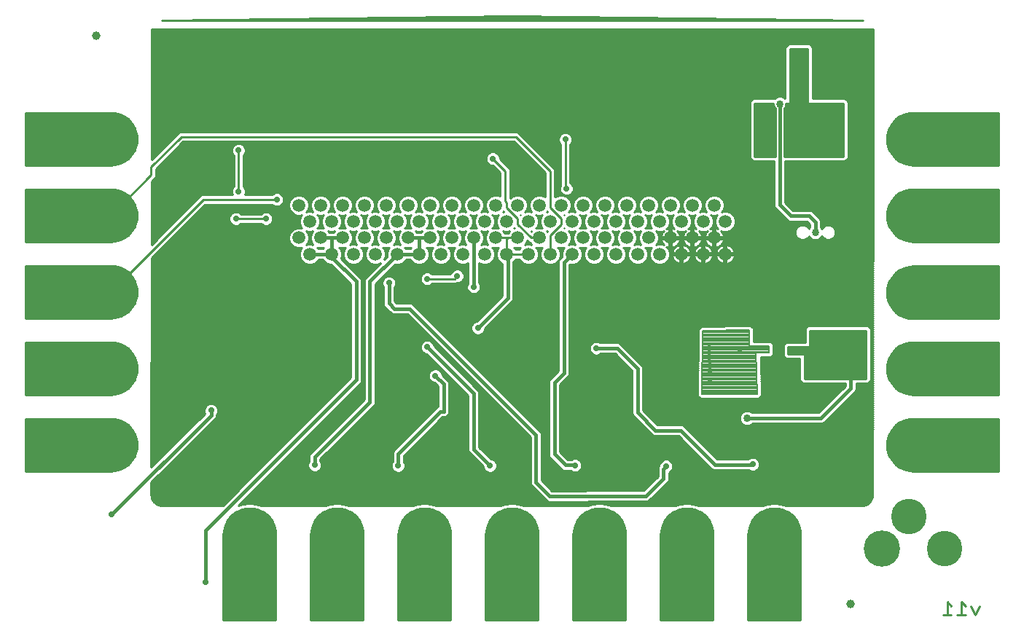
<source format=gbl>
G75*
%MOIN*%
%OFA0B0*%
%FSLAX25Y25*%
%IPPOS*%
%LPD*%
%AMOC8*
5,1,8,0,0,1.08239X$1,22.5*
%
%ADD10C,0.01100*%
%ADD11C,0.03937*%
%ADD12C,0.05906*%
%ADD13C,0.20000*%
%ADD14C,0.01000*%
%ADD15C,0.16598*%
%ADD16C,0.16200*%
%ADD17C,0.02900*%
%ADD18C,0.01600*%
%ADD19C,0.00800*%
%ADD20C,0.03400*%
D10*
X0459681Y0311811D02*
X0463618Y0311811D01*
X0461650Y0311811D02*
X0461650Y0317716D01*
X0463618Y0315748D01*
X0466127Y0311811D02*
X0470063Y0311811D01*
X0468095Y0311811D02*
X0468095Y0317716D01*
X0470063Y0315748D01*
X0472572Y0315748D02*
X0474541Y0311811D01*
X0476509Y0315748D01*
D11*
X0417595Y0316900D03*
X0072595Y0576900D03*
D12*
X0165096Y0499341D03*
X0170096Y0491861D03*
X0175096Y0499341D03*
X0180096Y0491861D03*
X0185096Y0499341D03*
X0190096Y0491861D03*
X0195096Y0499341D03*
X0200096Y0491861D03*
X0205096Y0499341D03*
X0210096Y0491861D03*
X0215096Y0499341D03*
X0220096Y0491861D03*
X0225096Y0499341D03*
X0230096Y0491861D03*
X0235096Y0499341D03*
X0240096Y0491861D03*
X0245096Y0499341D03*
X0250096Y0491861D03*
X0255096Y0499341D03*
X0260096Y0491861D03*
X0265096Y0499341D03*
X0270096Y0491861D03*
X0275096Y0499341D03*
X0280096Y0491861D03*
X0285096Y0499341D03*
X0290096Y0491861D03*
X0295096Y0499341D03*
X0300096Y0491861D03*
X0305096Y0499341D03*
X0310096Y0491861D03*
X0315096Y0499341D03*
X0320096Y0491861D03*
X0325096Y0499341D03*
X0330096Y0491861D03*
X0335096Y0499341D03*
X0340096Y0491861D03*
X0345096Y0499341D03*
X0350096Y0491861D03*
X0355096Y0499341D03*
X0360096Y0491861D03*
X0355096Y0484380D03*
X0360096Y0476900D03*
X0350096Y0476900D03*
X0345096Y0484380D03*
X0340096Y0476900D03*
X0335096Y0484380D03*
X0330096Y0476900D03*
X0325096Y0484380D03*
X0320096Y0476900D03*
X0315096Y0484380D03*
X0310096Y0476900D03*
X0305096Y0484380D03*
X0300096Y0476900D03*
X0295096Y0484380D03*
X0290096Y0476900D03*
X0285096Y0484380D03*
X0280096Y0476900D03*
X0275096Y0484380D03*
X0270096Y0476900D03*
X0265096Y0484380D03*
X0260096Y0476900D03*
X0255096Y0484380D03*
X0250096Y0476900D03*
X0245096Y0484380D03*
X0240096Y0476900D03*
X0235096Y0484380D03*
X0230096Y0476900D03*
X0225096Y0484380D03*
X0220096Y0476900D03*
X0215096Y0484380D03*
X0210096Y0476900D03*
X0205096Y0484380D03*
X0200096Y0476900D03*
X0195096Y0484380D03*
X0190096Y0476900D03*
X0185096Y0484380D03*
X0180096Y0476900D03*
X0175096Y0484380D03*
X0170096Y0476900D03*
X0165096Y0484380D03*
D13*
X0079116Y0494636D03*
X0056116Y0494636D03*
X0056116Y0459636D03*
X0079116Y0459636D03*
X0079116Y0424636D03*
X0056116Y0424636D03*
X0056116Y0389636D03*
X0079116Y0389636D03*
X0142616Y0348636D03*
X0142616Y0325636D03*
X0182616Y0325636D03*
X0182616Y0348636D03*
X0222616Y0348636D03*
X0222616Y0325636D03*
X0262616Y0325636D03*
X0262616Y0348636D03*
X0302616Y0348636D03*
X0302616Y0325636D03*
X0342616Y0325636D03*
X0342616Y0348636D03*
X0382616Y0348636D03*
X0382616Y0325636D03*
X0446116Y0389636D03*
X0469116Y0389636D03*
X0469116Y0424636D03*
X0446116Y0424636D03*
X0446096Y0459400D03*
X0469096Y0459400D03*
X0469116Y0494636D03*
X0446116Y0494636D03*
X0446116Y0529636D03*
X0469116Y0529636D03*
X0079116Y0529636D03*
X0056116Y0529636D03*
D14*
X0130616Y0309636D02*
X0154616Y0309636D01*
X0154616Y0348636D01*
X0154493Y0350344D01*
X0154130Y0352017D01*
X0153531Y0353621D01*
X0152711Y0355124D01*
X0151685Y0356495D01*
X0150474Y0357705D01*
X0149103Y0358731D01*
X0147601Y0359552D01*
X0145996Y0360150D01*
X0144323Y0360514D01*
X0142616Y0360636D01*
X0140908Y0360514D01*
X0139235Y0360150D01*
X0137631Y0359552D01*
X0136128Y0358731D01*
X0134757Y0357705D01*
X0133547Y0356495D01*
X0132521Y0355124D01*
X0131700Y0353621D01*
X0131102Y0352017D01*
X0130738Y0350344D01*
X0130616Y0348636D01*
X0130616Y0309636D01*
X0130616Y0309896D02*
X0154616Y0309896D01*
X0154616Y0310894D02*
X0130616Y0310894D01*
X0130616Y0311893D02*
X0154616Y0311893D01*
X0154616Y0312891D02*
X0130616Y0312891D01*
X0130616Y0313890D02*
X0154616Y0313890D01*
X0154616Y0314888D02*
X0130616Y0314888D01*
X0130616Y0315887D02*
X0154616Y0315887D01*
X0154616Y0316885D02*
X0130616Y0316885D01*
X0130616Y0317884D02*
X0154616Y0317884D01*
X0154616Y0318882D02*
X0130616Y0318882D01*
X0130616Y0319881D02*
X0154616Y0319881D01*
X0154616Y0320879D02*
X0130616Y0320879D01*
X0130616Y0321878D02*
X0154616Y0321878D01*
X0154616Y0322876D02*
X0130616Y0322876D01*
X0130616Y0323875D02*
X0154616Y0323875D01*
X0154616Y0324873D02*
X0130616Y0324873D01*
X0130616Y0325872D02*
X0154616Y0325872D01*
X0154616Y0326870D02*
X0130616Y0326870D01*
X0130616Y0327869D02*
X0154616Y0327869D01*
X0154616Y0328867D02*
X0130616Y0328867D01*
X0130616Y0329866D02*
X0154616Y0329866D01*
X0154616Y0330864D02*
X0130616Y0330864D01*
X0130616Y0331863D02*
X0154616Y0331863D01*
X0154616Y0332861D02*
X0130616Y0332861D01*
X0130616Y0333860D02*
X0154616Y0333860D01*
X0154616Y0334858D02*
X0130616Y0334858D01*
X0130616Y0335857D02*
X0154616Y0335857D01*
X0154616Y0336855D02*
X0130616Y0336855D01*
X0130616Y0337854D02*
X0154616Y0337854D01*
X0154616Y0338852D02*
X0130616Y0338852D01*
X0130616Y0339851D02*
X0154616Y0339851D01*
X0154616Y0340849D02*
X0130616Y0340849D01*
X0130616Y0341848D02*
X0154616Y0341848D01*
X0154616Y0342846D02*
X0130616Y0342846D01*
X0130616Y0343845D02*
X0154616Y0343845D01*
X0154616Y0344843D02*
X0130616Y0344843D01*
X0130616Y0345842D02*
X0154616Y0345842D01*
X0154616Y0346840D02*
X0130616Y0346840D01*
X0130616Y0347839D02*
X0154616Y0347839D01*
X0154601Y0348837D02*
X0130630Y0348837D01*
X0130701Y0349836D02*
X0154530Y0349836D01*
X0154387Y0350834D02*
X0130844Y0350834D01*
X0131062Y0351833D02*
X0154170Y0351833D01*
X0153826Y0352832D02*
X0131405Y0352832D01*
X0131814Y0353830D02*
X0153417Y0353830D01*
X0152872Y0354829D02*
X0132359Y0354829D01*
X0133047Y0355827D02*
X0152184Y0355827D01*
X0151354Y0356826D02*
X0133878Y0356826D01*
X0134916Y0357824D02*
X0150315Y0357824D01*
X0148936Y0358823D02*
X0136295Y0358823D01*
X0138353Y0359821D02*
X0146879Y0359821D01*
X0147600Y0361900D02*
X0147451Y0361956D01*
X0147354Y0362106D01*
X0146618Y0362266D01*
X0145911Y0362530D01*
X0145749Y0362455D01*
X0145507Y0362508D01*
X0145389Y0362643D01*
X0144637Y0362697D01*
X0143901Y0362857D01*
X0143750Y0362761D01*
X0143503Y0362778D01*
X0143368Y0362896D01*
X0142616Y0362842D01*
X0141864Y0362896D01*
X0141728Y0362778D01*
X0141481Y0362761D01*
X0141331Y0362857D01*
X0140594Y0362697D01*
X0139842Y0362643D01*
X0139725Y0362508D01*
X0139483Y0362455D01*
X0139320Y0362530D01*
X0138613Y0362266D01*
X0137877Y0362106D01*
X0137780Y0361956D01*
X0137631Y0361900D01*
X0137442Y0361900D01*
X0137395Y0361914D01*
X0193465Y0417984D01*
X0193846Y0418903D01*
X0193846Y0464897D01*
X0193465Y0465816D01*
X0192762Y0466519D01*
X0184326Y0474955D01*
X0184749Y0475974D01*
X0184749Y0477825D01*
X0184040Y0479536D01*
X0183621Y0479955D01*
X0184170Y0479728D01*
X0186021Y0479728D01*
X0186571Y0479955D01*
X0186152Y0479536D01*
X0185443Y0477825D01*
X0185443Y0475974D01*
X0186152Y0474264D01*
X0187460Y0472956D01*
X0189170Y0472247D01*
X0191021Y0472247D01*
X0192731Y0472956D01*
X0194040Y0474264D01*
X0194749Y0475974D01*
X0194749Y0477825D01*
X0194040Y0479536D01*
X0193621Y0479955D01*
X0194170Y0479728D01*
X0196021Y0479728D01*
X0196571Y0479955D01*
X0196152Y0479536D01*
X0195443Y0477825D01*
X0195443Y0475974D01*
X0196152Y0474264D01*
X0197460Y0472956D01*
X0199170Y0472247D01*
X0201021Y0472247D01*
X0202534Y0472874D01*
X0195477Y0465816D01*
X0195096Y0464897D01*
X0195096Y0410386D01*
X0170277Y0385566D01*
X0169896Y0384647D01*
X0169896Y0382355D01*
X0169725Y0382184D01*
X0169246Y0381027D01*
X0169246Y0379773D01*
X0169725Y0378616D01*
X0170612Y0377730D01*
X0171769Y0377250D01*
X0173023Y0377250D01*
X0174180Y0377730D01*
X0175066Y0378616D01*
X0175546Y0379773D01*
X0175546Y0381027D01*
X0175066Y0382184D01*
X0174896Y0382355D01*
X0174896Y0383114D01*
X0199715Y0407934D01*
X0200096Y0408853D01*
X0200096Y0463364D01*
X0209035Y0472303D01*
X0209170Y0472247D01*
X0211021Y0472247D01*
X0212731Y0472956D01*
X0214040Y0474264D01*
X0214096Y0474400D01*
X0216095Y0474400D01*
X0216152Y0474264D01*
X0217460Y0472956D01*
X0219170Y0472247D01*
X0221021Y0472247D01*
X0222731Y0472956D01*
X0224040Y0474264D01*
X0224749Y0475974D01*
X0224749Y0477825D01*
X0224040Y0479536D01*
X0223621Y0479955D01*
X0224170Y0479728D01*
X0226021Y0479728D01*
X0226571Y0479955D01*
X0226152Y0479536D01*
X0225443Y0477825D01*
X0225443Y0475974D01*
X0226152Y0474264D01*
X0227460Y0472956D01*
X0229170Y0472247D01*
X0231021Y0472247D01*
X0232731Y0472956D01*
X0234040Y0474264D01*
X0234749Y0475974D01*
X0234749Y0477825D01*
X0234040Y0479536D01*
X0233621Y0479955D01*
X0234170Y0479728D01*
X0236021Y0479728D01*
X0236571Y0479955D01*
X0236152Y0479536D01*
X0235443Y0477825D01*
X0235443Y0475974D01*
X0236152Y0474264D01*
X0237460Y0472956D01*
X0239170Y0472247D01*
X0241021Y0472247D01*
X0242596Y0472899D01*
X0242596Y0463855D01*
X0242425Y0463684D01*
X0241946Y0462527D01*
X0241946Y0461273D01*
X0242425Y0460116D01*
X0243312Y0459230D01*
X0244469Y0458750D01*
X0245723Y0458750D01*
X0246880Y0459230D01*
X0247766Y0460116D01*
X0248246Y0461273D01*
X0248246Y0462527D01*
X0247766Y0463684D01*
X0247596Y0463855D01*
X0247596Y0472899D01*
X0249170Y0472247D01*
X0251021Y0472247D01*
X0252731Y0472956D01*
X0254040Y0474264D01*
X0254749Y0475974D01*
X0254749Y0477825D01*
X0254040Y0479536D01*
X0253621Y0479955D01*
X0254170Y0479728D01*
X0256021Y0479728D01*
X0256571Y0479955D01*
X0256152Y0479536D01*
X0255443Y0477825D01*
X0255443Y0475974D01*
X0256152Y0474264D01*
X0257460Y0472956D01*
X0258221Y0472641D01*
X0258221Y0457936D01*
X0246585Y0446300D01*
X0246344Y0446300D01*
X0245187Y0445820D01*
X0244300Y0444934D01*
X0243821Y0443777D01*
X0243821Y0442523D01*
X0244300Y0441366D01*
X0245187Y0440480D01*
X0246344Y0440000D01*
X0247598Y0440000D01*
X0248755Y0440480D01*
X0249641Y0441366D01*
X0250121Y0442523D01*
X0250121Y0442764D01*
X0262840Y0455484D01*
X0263221Y0456403D01*
X0263221Y0473445D01*
X0264040Y0474264D01*
X0264221Y0474700D01*
X0265971Y0474700D01*
X0266152Y0474264D01*
X0267460Y0472956D01*
X0269170Y0472247D01*
X0271021Y0472247D01*
X0272731Y0472956D01*
X0274040Y0474264D01*
X0274749Y0475974D01*
X0274749Y0477825D01*
X0274040Y0479536D01*
X0273621Y0479955D01*
X0274170Y0479728D01*
X0276021Y0479728D01*
X0276571Y0479955D01*
X0276152Y0479536D01*
X0275443Y0477825D01*
X0275443Y0475974D01*
X0276152Y0474264D01*
X0277460Y0472956D01*
X0279170Y0472247D01*
X0281021Y0472247D01*
X0282731Y0472956D01*
X0284040Y0474264D01*
X0284749Y0475974D01*
X0284749Y0477825D01*
X0284040Y0479536D01*
X0283621Y0479955D01*
X0284170Y0479728D01*
X0286021Y0479728D01*
X0286571Y0479955D01*
X0286152Y0479536D01*
X0285443Y0477825D01*
X0285443Y0475974D01*
X0285499Y0475839D01*
X0284227Y0474566D01*
X0283846Y0473647D01*
X0283846Y0423561D01*
X0280555Y0420269D01*
X0279852Y0419566D01*
X0279471Y0418647D01*
X0279471Y0384928D01*
X0279852Y0384009D01*
X0284877Y0378984D01*
X0285580Y0378281D01*
X0286499Y0377900D01*
X0289416Y0377900D01*
X0289687Y0377630D01*
X0290844Y0377150D01*
X0292098Y0377150D01*
X0293255Y0377630D01*
X0294141Y0378516D01*
X0294621Y0379673D01*
X0294621Y0380927D01*
X0294141Y0382084D01*
X0293255Y0382970D01*
X0292098Y0383450D01*
X0290844Y0383450D01*
X0289687Y0382970D01*
X0289616Y0382900D01*
X0288031Y0382900D01*
X0284471Y0386461D01*
X0284471Y0417114D01*
X0288465Y0421109D01*
X0288846Y0422028D01*
X0288846Y0472114D01*
X0289035Y0472303D01*
X0289170Y0472247D01*
X0291021Y0472247D01*
X0292731Y0472956D01*
X0294040Y0474264D01*
X0294749Y0475974D01*
X0294749Y0477825D01*
X0294040Y0479536D01*
X0293621Y0479955D01*
X0294170Y0479728D01*
X0296021Y0479728D01*
X0296571Y0479955D01*
X0296152Y0479536D01*
X0295443Y0477825D01*
X0295443Y0475974D01*
X0296152Y0474264D01*
X0297460Y0472956D01*
X0299170Y0472247D01*
X0301021Y0472247D01*
X0302731Y0472956D01*
X0304040Y0474264D01*
X0304749Y0475974D01*
X0304749Y0477825D01*
X0304040Y0479536D01*
X0303621Y0479955D01*
X0304170Y0479728D01*
X0306021Y0479728D01*
X0306571Y0479955D01*
X0306152Y0479536D01*
X0305443Y0477825D01*
X0305443Y0475974D01*
X0306152Y0474264D01*
X0307460Y0472956D01*
X0309170Y0472247D01*
X0311021Y0472247D01*
X0312731Y0472956D01*
X0314040Y0474264D01*
X0314749Y0475974D01*
X0314749Y0477825D01*
X0314040Y0479536D01*
X0313621Y0479955D01*
X0314170Y0479728D01*
X0316021Y0479728D01*
X0316571Y0479955D01*
X0316152Y0479536D01*
X0315443Y0477825D01*
X0315443Y0475974D01*
X0316152Y0474264D01*
X0317460Y0472956D01*
X0319170Y0472247D01*
X0321021Y0472247D01*
X0322731Y0472956D01*
X0324040Y0474264D01*
X0324749Y0475974D01*
X0324749Y0477825D01*
X0324040Y0479536D01*
X0323621Y0479955D01*
X0324170Y0479728D01*
X0326021Y0479728D01*
X0326571Y0479955D01*
X0326152Y0479536D01*
X0325443Y0477825D01*
X0325443Y0475974D01*
X0326152Y0474264D01*
X0327460Y0472956D01*
X0329170Y0472247D01*
X0331021Y0472247D01*
X0332731Y0472956D01*
X0334040Y0474264D01*
X0334749Y0475974D01*
X0334749Y0477825D01*
X0334040Y0479536D01*
X0333255Y0480321D01*
X0333387Y0480254D01*
X0334053Y0480037D01*
X0334612Y0479949D01*
X0334612Y0483896D01*
X0335580Y0483896D01*
X0335580Y0479949D01*
X0336139Y0480037D01*
X0336805Y0480254D01*
X0337430Y0480572D01*
X0337997Y0480984D01*
X0338492Y0481480D01*
X0338904Y0482047D01*
X0339222Y0482671D01*
X0339439Y0483338D01*
X0339527Y0483896D01*
X0335580Y0483896D01*
X0335580Y0484865D01*
X0334612Y0484865D01*
X0334612Y0488812D01*
X0334053Y0488723D01*
X0333387Y0488507D01*
X0333255Y0488440D01*
X0334040Y0489225D01*
X0334749Y0490935D01*
X0334749Y0492786D01*
X0334040Y0494496D01*
X0333621Y0494916D01*
X0334170Y0494688D01*
X0336021Y0494688D01*
X0336571Y0494916D01*
X0336152Y0494496D01*
X0335443Y0492786D01*
X0335443Y0490935D01*
X0336152Y0489225D01*
X0336937Y0488440D01*
X0336805Y0488507D01*
X0336139Y0488723D01*
X0335580Y0488812D01*
X0335580Y0484865D01*
X0339527Y0484865D01*
X0339439Y0485423D01*
X0339222Y0486090D01*
X0338904Y0486714D01*
X0338492Y0487281D01*
X0338138Y0487636D01*
X0339170Y0487208D01*
X0341021Y0487208D01*
X0342054Y0487636D01*
X0341700Y0487281D01*
X0341288Y0486714D01*
X0340969Y0486090D01*
X0340753Y0485423D01*
X0340664Y0484865D01*
X0344612Y0484865D01*
X0344612Y0488812D01*
X0344053Y0488723D01*
X0343387Y0488507D01*
X0343255Y0488440D01*
X0344040Y0489225D01*
X0344749Y0490935D01*
X0344749Y0492786D01*
X0344040Y0494496D01*
X0343621Y0494916D01*
X0344170Y0494688D01*
X0346021Y0494688D01*
X0346571Y0494916D01*
X0346152Y0494496D01*
X0345443Y0492786D01*
X0345443Y0490935D01*
X0346152Y0489225D01*
X0346937Y0488440D01*
X0346805Y0488507D01*
X0346139Y0488723D01*
X0345580Y0488812D01*
X0345580Y0484865D01*
X0344612Y0484865D01*
X0344612Y0483896D01*
X0345580Y0483896D01*
X0345580Y0479949D01*
X0346139Y0480037D01*
X0346805Y0480254D01*
X0347430Y0480572D01*
X0347997Y0480984D01*
X0348492Y0481480D01*
X0348904Y0482047D01*
X0349222Y0482671D01*
X0349439Y0483338D01*
X0349527Y0483896D01*
X0345580Y0483896D01*
X0345580Y0484865D01*
X0349527Y0484865D01*
X0349439Y0485423D01*
X0349222Y0486090D01*
X0348904Y0486714D01*
X0348492Y0487281D01*
X0348138Y0487636D01*
X0349170Y0487208D01*
X0351021Y0487208D01*
X0352054Y0487636D01*
X0351700Y0487281D01*
X0351288Y0486714D01*
X0350969Y0486090D01*
X0350753Y0485423D01*
X0350664Y0484865D01*
X0354612Y0484865D01*
X0354612Y0488812D01*
X0354053Y0488723D01*
X0353387Y0488507D01*
X0353255Y0488440D01*
X0354040Y0489225D01*
X0354749Y0490935D01*
X0354749Y0492786D01*
X0354040Y0494496D01*
X0353621Y0494916D01*
X0354170Y0494688D01*
X0356021Y0494688D01*
X0356571Y0494916D01*
X0356152Y0494496D01*
X0355443Y0492786D01*
X0355443Y0490935D01*
X0356152Y0489225D01*
X0356937Y0488440D01*
X0356805Y0488507D01*
X0356139Y0488723D01*
X0355580Y0488812D01*
X0355580Y0484865D01*
X0354612Y0484865D01*
X0354612Y0483896D01*
X0355580Y0483896D01*
X0355580Y0479949D01*
X0356139Y0480037D01*
X0356805Y0480254D01*
X0357430Y0480572D01*
X0357997Y0480984D01*
X0358492Y0481480D01*
X0358904Y0482047D01*
X0359222Y0482671D01*
X0359439Y0483338D01*
X0359527Y0483896D01*
X0355580Y0483896D01*
X0355580Y0484865D01*
X0359527Y0484865D01*
X0359439Y0485423D01*
X0359222Y0486090D01*
X0358904Y0486714D01*
X0358492Y0487281D01*
X0358138Y0487636D01*
X0359170Y0487208D01*
X0361021Y0487208D01*
X0362731Y0487916D01*
X0364040Y0489225D01*
X0364749Y0490935D01*
X0364749Y0492786D01*
X0364040Y0494496D01*
X0362731Y0495805D01*
X0361021Y0496513D01*
X0359170Y0496513D01*
X0358621Y0496286D01*
X0359040Y0496705D01*
X0359749Y0498415D01*
X0359749Y0500266D01*
X0359040Y0501977D01*
X0357731Y0503285D01*
X0356021Y0503994D01*
X0354170Y0503994D01*
X0352460Y0503285D01*
X0351152Y0501977D01*
X0350443Y0500266D01*
X0350443Y0498415D01*
X0351152Y0496705D01*
X0351571Y0496286D01*
X0351021Y0496513D01*
X0349170Y0496513D01*
X0348621Y0496286D01*
X0349040Y0496705D01*
X0349749Y0498415D01*
X0349749Y0500266D01*
X0349040Y0501977D01*
X0347731Y0503285D01*
X0346021Y0503994D01*
X0344170Y0503994D01*
X0342460Y0503285D01*
X0341152Y0501977D01*
X0340443Y0500266D01*
X0340443Y0498415D01*
X0341152Y0496705D01*
X0341571Y0496286D01*
X0341021Y0496513D01*
X0339170Y0496513D01*
X0338621Y0496286D01*
X0339040Y0496705D01*
X0339749Y0498415D01*
X0339749Y0500266D01*
X0339040Y0501977D01*
X0337731Y0503285D01*
X0336021Y0503994D01*
X0334170Y0503994D01*
X0332460Y0503285D01*
X0331152Y0501977D01*
X0330443Y0500266D01*
X0330443Y0498415D01*
X0331152Y0496705D01*
X0331571Y0496286D01*
X0331021Y0496513D01*
X0329170Y0496513D01*
X0328621Y0496286D01*
X0329040Y0496705D01*
X0329749Y0498415D01*
X0329749Y0500266D01*
X0329040Y0501977D01*
X0327731Y0503285D01*
X0326021Y0503994D01*
X0324170Y0503994D01*
X0322460Y0503285D01*
X0321152Y0501977D01*
X0320443Y0500266D01*
X0320443Y0498415D01*
X0321152Y0496705D01*
X0321571Y0496286D01*
X0321021Y0496513D01*
X0319170Y0496513D01*
X0318621Y0496286D01*
X0319040Y0496705D01*
X0319749Y0498415D01*
X0319749Y0500266D01*
X0319040Y0501977D01*
X0317731Y0503285D01*
X0316021Y0503994D01*
X0314170Y0503994D01*
X0312460Y0503285D01*
X0311152Y0501977D01*
X0310443Y0500266D01*
X0310443Y0498415D01*
X0311152Y0496705D01*
X0311571Y0496286D01*
X0311021Y0496513D01*
X0309170Y0496513D01*
X0308621Y0496286D01*
X0309040Y0496705D01*
X0309749Y0498415D01*
X0309749Y0500266D01*
X0309040Y0501977D01*
X0307731Y0503285D01*
X0306021Y0503994D01*
X0304170Y0503994D01*
X0302460Y0503285D01*
X0301152Y0501977D01*
X0300443Y0500266D01*
X0300443Y0498415D01*
X0301152Y0496705D01*
X0301571Y0496286D01*
X0301021Y0496513D01*
X0299170Y0496513D01*
X0298621Y0496286D01*
X0299040Y0496705D01*
X0299749Y0498415D01*
X0299749Y0500266D01*
X0299040Y0501977D01*
X0297731Y0503285D01*
X0296021Y0503994D01*
X0294170Y0503994D01*
X0292460Y0503285D01*
X0291152Y0501977D01*
X0290443Y0500266D01*
X0290443Y0498415D01*
X0291152Y0496705D01*
X0291571Y0496286D01*
X0291021Y0496513D01*
X0289170Y0496513D01*
X0288621Y0496286D01*
X0289040Y0496705D01*
X0289749Y0498415D01*
X0289749Y0500266D01*
X0289040Y0501977D01*
X0287731Y0503285D01*
X0286021Y0503994D01*
X0284170Y0503994D01*
X0282460Y0503285D01*
X0282296Y0503121D01*
X0282296Y0511561D01*
X0282196Y0511661D01*
X0282196Y0515911D01*
X0280907Y0517200D01*
X0265257Y0532850D01*
X0110435Y0532850D01*
X0109146Y0531561D01*
X0097777Y0520192D01*
X0097846Y0579025D01*
X0097914Y0579800D01*
X0427778Y0579800D01*
X0427846Y0579025D01*
X0427596Y0366900D01*
X0427520Y0366032D01*
X0427294Y0365190D01*
X0426926Y0364400D01*
X0426426Y0363686D01*
X0425810Y0363070D01*
X0425096Y0362570D01*
X0424306Y0362202D01*
X0423464Y0361976D01*
X0422596Y0361900D01*
X0387891Y0361900D01*
X0387855Y0361919D01*
X0387789Y0361900D01*
X0387600Y0361900D01*
X0387451Y0361956D01*
X0387354Y0362106D01*
X0386618Y0362266D01*
X0385911Y0362530D01*
X0385749Y0362455D01*
X0385507Y0362508D01*
X0385389Y0362643D01*
X0384637Y0362697D01*
X0383901Y0362857D01*
X0383750Y0362761D01*
X0383503Y0362778D01*
X0383368Y0362896D01*
X0382616Y0362842D01*
X0381864Y0362896D01*
X0381728Y0362778D01*
X0381481Y0362761D01*
X0381331Y0362857D01*
X0380594Y0362697D01*
X0379842Y0362643D01*
X0379725Y0362508D01*
X0379483Y0362455D01*
X0379320Y0362530D01*
X0378613Y0362266D01*
X0377877Y0362106D01*
X0377780Y0361956D01*
X0377631Y0361900D01*
X0377442Y0361900D01*
X0377376Y0361919D01*
X0377341Y0361900D01*
X0347891Y0361900D01*
X0347855Y0361919D01*
X0347789Y0361900D01*
X0347600Y0361900D01*
X0347451Y0361956D01*
X0347354Y0362106D01*
X0346618Y0362266D01*
X0345911Y0362530D01*
X0345749Y0362455D01*
X0345507Y0362508D01*
X0345389Y0362643D01*
X0344637Y0362697D01*
X0343901Y0362857D01*
X0343750Y0362761D01*
X0343503Y0362778D01*
X0343368Y0362896D01*
X0342616Y0362842D01*
X0341864Y0362896D01*
X0341728Y0362778D01*
X0341481Y0362761D01*
X0341331Y0362857D01*
X0340594Y0362697D01*
X0339842Y0362643D01*
X0339725Y0362508D01*
X0339483Y0362455D01*
X0339320Y0362530D01*
X0338613Y0362266D01*
X0337877Y0362106D01*
X0337780Y0361956D01*
X0337631Y0361900D01*
X0337442Y0361900D01*
X0337376Y0361919D01*
X0337341Y0361900D01*
X0307891Y0361900D01*
X0307855Y0361919D01*
X0307789Y0361900D01*
X0307600Y0361900D01*
X0307451Y0361956D01*
X0307354Y0362106D01*
X0306618Y0362266D01*
X0305911Y0362530D01*
X0305749Y0362455D01*
X0305507Y0362508D01*
X0305389Y0362643D01*
X0304637Y0362697D01*
X0303901Y0362857D01*
X0303750Y0362761D01*
X0303503Y0362778D01*
X0303368Y0362896D01*
X0302616Y0362842D01*
X0301864Y0362896D01*
X0301728Y0362778D01*
X0301481Y0362761D01*
X0301331Y0362857D01*
X0300594Y0362697D01*
X0299842Y0362643D01*
X0299725Y0362508D01*
X0299483Y0362455D01*
X0299320Y0362530D01*
X0298613Y0362266D01*
X0297877Y0362106D01*
X0297780Y0361956D01*
X0297631Y0361900D01*
X0297442Y0361900D01*
X0297376Y0361919D01*
X0297341Y0361900D01*
X0267891Y0361900D01*
X0267855Y0361919D01*
X0267789Y0361900D01*
X0267600Y0361900D01*
X0267451Y0361956D01*
X0267354Y0362106D01*
X0266618Y0362266D01*
X0265911Y0362530D01*
X0265749Y0362455D01*
X0265507Y0362508D01*
X0265389Y0362643D01*
X0264637Y0362697D01*
X0263901Y0362857D01*
X0263750Y0362761D01*
X0263503Y0362778D01*
X0263368Y0362896D01*
X0262616Y0362842D01*
X0261864Y0362896D01*
X0261728Y0362778D01*
X0261481Y0362761D01*
X0261331Y0362857D01*
X0260594Y0362697D01*
X0259842Y0362643D01*
X0259725Y0362508D01*
X0259483Y0362455D01*
X0259320Y0362530D01*
X0258613Y0362266D01*
X0257877Y0362106D01*
X0257780Y0361956D01*
X0257631Y0361900D01*
X0257442Y0361900D01*
X0257376Y0361919D01*
X0257341Y0361900D01*
X0227891Y0361900D01*
X0227855Y0361919D01*
X0227789Y0361900D01*
X0227600Y0361900D01*
X0227451Y0361956D01*
X0227354Y0362106D01*
X0226618Y0362266D01*
X0225911Y0362530D01*
X0225749Y0362455D01*
X0225507Y0362508D01*
X0225389Y0362643D01*
X0224637Y0362697D01*
X0223901Y0362857D01*
X0223750Y0362761D01*
X0223503Y0362778D01*
X0223368Y0362896D01*
X0222616Y0362842D01*
X0221864Y0362896D01*
X0221728Y0362778D01*
X0221481Y0362761D01*
X0221331Y0362857D01*
X0220594Y0362697D01*
X0219842Y0362643D01*
X0219725Y0362508D01*
X0219483Y0362455D01*
X0219320Y0362530D01*
X0218613Y0362266D01*
X0217877Y0362106D01*
X0217780Y0361956D01*
X0217631Y0361900D01*
X0217442Y0361900D01*
X0217376Y0361919D01*
X0217341Y0361900D01*
X0187891Y0361900D01*
X0187855Y0361919D01*
X0187789Y0361900D01*
X0187600Y0361900D01*
X0187451Y0361956D01*
X0187354Y0362106D01*
X0186618Y0362266D01*
X0185911Y0362530D01*
X0185749Y0362455D01*
X0185507Y0362508D01*
X0185389Y0362643D01*
X0184637Y0362697D01*
X0183901Y0362857D01*
X0183750Y0362761D01*
X0183503Y0362778D01*
X0183368Y0362896D01*
X0182616Y0362842D01*
X0181864Y0362896D01*
X0181728Y0362778D01*
X0181481Y0362761D01*
X0181331Y0362857D01*
X0180594Y0362697D01*
X0179842Y0362643D01*
X0179725Y0362508D01*
X0179483Y0362455D01*
X0179320Y0362530D01*
X0178613Y0362266D01*
X0177877Y0362106D01*
X0177780Y0361956D01*
X0177631Y0361900D01*
X0177442Y0361900D01*
X0177376Y0361919D01*
X0177341Y0361900D01*
X0147891Y0361900D01*
X0147855Y0361919D01*
X0147789Y0361900D01*
X0147600Y0361900D01*
X0144088Y0362817D02*
X0181143Y0362817D01*
X0181394Y0362817D02*
X0181772Y0362817D01*
X0183459Y0362817D02*
X0183837Y0362817D01*
X0184088Y0362817D02*
X0221143Y0362817D01*
X0221394Y0362817D02*
X0221772Y0362817D01*
X0223459Y0362817D02*
X0223837Y0362817D01*
X0224088Y0362817D02*
X0261143Y0362817D01*
X0261394Y0362817D02*
X0261772Y0362817D01*
X0263459Y0362817D02*
X0263837Y0362817D01*
X0264088Y0362817D02*
X0301143Y0362817D01*
X0301394Y0362817D02*
X0301772Y0362817D01*
X0303459Y0362817D02*
X0303837Y0362817D01*
X0304088Y0362817D02*
X0341143Y0362817D01*
X0341394Y0362817D02*
X0341772Y0362817D01*
X0343459Y0362817D02*
X0343837Y0362817D01*
X0344088Y0362817D02*
X0381143Y0362817D01*
X0381394Y0362817D02*
X0381772Y0362817D01*
X0383459Y0362817D02*
X0383837Y0362817D01*
X0384088Y0362817D02*
X0425448Y0362817D01*
X0426517Y0363815D02*
X0324440Y0363815D01*
X0324343Y0363775D02*
X0325262Y0364156D01*
X0333965Y0372859D01*
X0334346Y0373778D01*
X0334346Y0377008D01*
X0334880Y0377230D01*
X0335766Y0378116D01*
X0336246Y0379273D01*
X0336246Y0380527D01*
X0335766Y0381684D01*
X0334880Y0382570D01*
X0333723Y0383050D01*
X0332469Y0383050D01*
X0331312Y0382570D01*
X0330425Y0381684D01*
X0329946Y0380527D01*
X0329946Y0380286D01*
X0329727Y0380066D01*
X0329346Y0379147D01*
X0329346Y0375311D01*
X0322810Y0368775D01*
X0297468Y0368775D01*
X0296474Y0368775D01*
X0296293Y0368700D01*
X0280931Y0368700D01*
X0276096Y0373536D01*
X0276096Y0394697D01*
X0275715Y0395616D01*
X0275012Y0396319D01*
X0217312Y0454019D01*
X0216393Y0454400D01*
X0209881Y0454400D01*
X0208846Y0455436D01*
X0208846Y0461820D01*
X0209016Y0461991D01*
X0209496Y0463148D01*
X0209496Y0464402D01*
X0209016Y0465559D01*
X0208130Y0466445D01*
X0206973Y0466925D01*
X0205719Y0466925D01*
X0204562Y0466445D01*
X0203675Y0465559D01*
X0203196Y0464402D01*
X0203196Y0463148D01*
X0203675Y0461991D01*
X0203846Y0461820D01*
X0203846Y0453903D01*
X0204227Y0452984D01*
X0206727Y0450484D01*
X0207430Y0449781D01*
X0208349Y0449400D01*
X0214860Y0449400D01*
X0271096Y0393164D01*
X0271096Y0372003D01*
X0271477Y0371084D01*
X0277777Y0364784D01*
X0278480Y0364081D01*
X0279399Y0363700D01*
X0297393Y0363700D01*
X0297574Y0363775D01*
X0324343Y0363775D01*
X0325920Y0364814D02*
X0427119Y0364814D01*
X0427461Y0365812D02*
X0326919Y0365812D01*
X0327917Y0366811D02*
X0427588Y0366811D01*
X0427597Y0367809D02*
X0328916Y0367809D01*
X0329914Y0368808D02*
X0427598Y0368808D01*
X0427599Y0369806D02*
X0330913Y0369806D01*
X0331911Y0370805D02*
X0427601Y0370805D01*
X0427602Y0371803D02*
X0332910Y0371803D01*
X0333908Y0372802D02*
X0427603Y0372802D01*
X0427604Y0373800D02*
X0334346Y0373800D01*
X0334346Y0374799D02*
X0427605Y0374799D01*
X0427606Y0375797D02*
X0334346Y0375797D01*
X0334346Y0376796D02*
X0427608Y0376796D01*
X0427609Y0377794D02*
X0373877Y0377794D01*
X0373348Y0377575D02*
X0374505Y0378055D01*
X0375391Y0378941D01*
X0375871Y0380098D01*
X0375871Y0381352D01*
X0375391Y0382509D01*
X0374505Y0383395D01*
X0373348Y0383875D01*
X0372094Y0383875D01*
X0370937Y0383395D01*
X0370741Y0383200D01*
X0356431Y0383200D01*
X0341237Y0398394D01*
X0340318Y0398775D01*
X0329256Y0398775D01*
X0322596Y0405436D01*
X0322596Y0425097D01*
X0322215Y0426016D01*
X0312915Y0435316D01*
X0312915Y0435316D01*
X0312212Y0436019D01*
X0311293Y0436400D01*
X0303051Y0436400D01*
X0302930Y0436520D01*
X0301773Y0437000D01*
X0300519Y0437000D01*
X0299362Y0436520D01*
X0298475Y0435634D01*
X0297996Y0434477D01*
X0297996Y0433223D01*
X0298475Y0432066D01*
X0299362Y0431180D01*
X0300519Y0430700D01*
X0301773Y0430700D01*
X0302930Y0431180D01*
X0303151Y0431400D01*
X0309760Y0431400D01*
X0317596Y0423564D01*
X0317596Y0403903D01*
X0317977Y0402984D01*
X0326805Y0394156D01*
X0327724Y0393775D01*
X0338785Y0393775D01*
X0353277Y0379284D01*
X0353980Y0378581D01*
X0354899Y0378200D01*
X0370791Y0378200D01*
X0370937Y0378055D01*
X0372094Y0377575D01*
X0373348Y0377575D01*
X0371565Y0377794D02*
X0335445Y0377794D01*
X0336047Y0378793D02*
X0353768Y0378793D01*
X0352769Y0379791D02*
X0336246Y0379791D01*
X0336137Y0380790D02*
X0351771Y0380790D01*
X0350772Y0381788D02*
X0335662Y0381788D01*
X0334358Y0382787D02*
X0349774Y0382787D01*
X0348775Y0383785D02*
X0287146Y0383785D01*
X0286148Y0384784D02*
X0347777Y0384784D01*
X0346778Y0385782D02*
X0285149Y0385782D01*
X0284471Y0386781D02*
X0345779Y0386781D01*
X0344781Y0387779D02*
X0284471Y0387779D01*
X0284471Y0388778D02*
X0343782Y0388778D01*
X0342784Y0389776D02*
X0284471Y0389776D01*
X0284471Y0390775D02*
X0341785Y0390775D01*
X0340787Y0391773D02*
X0284471Y0391773D01*
X0284471Y0392772D02*
X0339788Y0392772D01*
X0338790Y0393770D02*
X0284471Y0393770D01*
X0284471Y0394769D02*
X0326191Y0394769D01*
X0325193Y0395768D02*
X0284471Y0395768D01*
X0284471Y0396766D02*
X0324194Y0396766D01*
X0323196Y0397765D02*
X0284471Y0397765D01*
X0284471Y0398763D02*
X0322197Y0398763D01*
X0321199Y0399762D02*
X0284471Y0399762D01*
X0284471Y0400760D02*
X0320200Y0400760D01*
X0319202Y0401759D02*
X0284471Y0401759D01*
X0284471Y0402757D02*
X0318203Y0402757D01*
X0317657Y0403756D02*
X0284471Y0403756D01*
X0284471Y0404754D02*
X0317596Y0404754D01*
X0317596Y0405753D02*
X0284471Y0405753D01*
X0284471Y0406751D02*
X0317596Y0406751D01*
X0317596Y0407750D02*
X0284471Y0407750D01*
X0284471Y0408748D02*
X0317596Y0408748D01*
X0317596Y0409747D02*
X0284471Y0409747D01*
X0284471Y0410745D02*
X0317596Y0410745D01*
X0317596Y0411744D02*
X0284471Y0411744D01*
X0284471Y0412742D02*
X0317596Y0412742D01*
X0317596Y0413741D02*
X0284471Y0413741D01*
X0284471Y0414739D02*
X0317596Y0414739D01*
X0317596Y0415738D02*
X0284471Y0415738D01*
X0284471Y0416736D02*
X0317596Y0416736D01*
X0317596Y0417735D02*
X0285091Y0417735D01*
X0286090Y0418733D02*
X0317596Y0418733D01*
X0317596Y0419732D02*
X0287088Y0419732D01*
X0288087Y0420730D02*
X0317596Y0420730D01*
X0317596Y0421729D02*
X0288722Y0421729D01*
X0288846Y0422727D02*
X0317596Y0422727D01*
X0317435Y0423726D02*
X0288846Y0423726D01*
X0288846Y0424724D02*
X0316436Y0424724D01*
X0315438Y0425723D02*
X0288846Y0425723D01*
X0288846Y0426721D02*
X0314439Y0426721D01*
X0313441Y0427720D02*
X0288846Y0427720D01*
X0288846Y0428718D02*
X0312442Y0428718D01*
X0311443Y0429717D02*
X0288846Y0429717D01*
X0288846Y0430715D02*
X0300482Y0430715D01*
X0301810Y0430715D02*
X0310445Y0430715D01*
X0313522Y0434709D02*
X0347753Y0434709D01*
X0347743Y0433711D02*
X0314521Y0433711D01*
X0315519Y0432712D02*
X0347732Y0432712D01*
X0347722Y0431714D02*
X0316518Y0431714D01*
X0317516Y0430715D02*
X0347712Y0430715D01*
X0347701Y0429717D02*
X0318515Y0429717D01*
X0319513Y0428718D02*
X0347691Y0428718D01*
X0347680Y0427720D02*
X0320512Y0427720D01*
X0321510Y0426721D02*
X0347670Y0426721D01*
X0347660Y0425723D02*
X0322337Y0425723D01*
X0322596Y0424724D02*
X0347649Y0424724D01*
X0347639Y0423726D02*
X0322596Y0423726D01*
X0322596Y0422727D02*
X0347628Y0422727D01*
X0347618Y0421729D02*
X0322596Y0421729D01*
X0322596Y0420730D02*
X0347607Y0420730D01*
X0347597Y0419732D02*
X0322596Y0419732D01*
X0322596Y0418733D02*
X0347587Y0418733D01*
X0347576Y0417735D02*
X0322596Y0417735D01*
X0322596Y0416736D02*
X0347566Y0416736D01*
X0347555Y0415738D02*
X0322596Y0415738D01*
X0322596Y0414739D02*
X0347545Y0414739D01*
X0347535Y0413741D02*
X0347521Y0413728D01*
X0347525Y0412874D01*
X0347517Y0412020D01*
X0347530Y0412007D01*
X0347530Y0411988D01*
X0348136Y0411387D01*
X0348734Y0410777D01*
X0348752Y0410777D01*
X0348766Y0410764D01*
X0349620Y0410768D01*
X0350473Y0410759D01*
X0350487Y0410772D01*
X0373826Y0410883D01*
X0373843Y0410867D01*
X0374692Y0410888D01*
X0375542Y0410892D01*
X0375558Y0410908D01*
X0375582Y0410909D01*
X0376168Y0411524D01*
X0376766Y0412128D01*
X0376766Y0412151D01*
X0376782Y0412168D01*
X0376762Y0413018D01*
X0376758Y0413867D01*
X0376741Y0413884D01*
X0376360Y0429738D01*
X0380113Y0429800D01*
X0380966Y0429800D01*
X0380980Y0429814D01*
X0381000Y0429815D01*
X0381593Y0430427D01*
X0382196Y0431030D01*
X0382196Y0431050D01*
X0382210Y0431065D01*
X0382196Y0431917D01*
X0382196Y0435770D01*
X0380966Y0437000D01*
X0373071Y0437000D01*
X0373071Y0441302D01*
X0373086Y0441318D01*
X0373071Y0442169D01*
X0373071Y0443020D01*
X0373055Y0443035D01*
X0373055Y0443057D01*
X0372443Y0443648D01*
X0371841Y0444250D01*
X0371819Y0444250D01*
X0371803Y0444265D01*
X0370952Y0444250D01*
X0370101Y0444250D01*
X0370086Y0444235D01*
X0349919Y0443875D01*
X0349079Y0443884D01*
X0349054Y0443860D01*
X0349020Y0443859D01*
X0348436Y0443254D01*
X0347836Y0442667D01*
X0347836Y0442632D01*
X0347812Y0442607D01*
X0347827Y0441767D01*
X0347535Y0413741D01*
X0347534Y0413741D02*
X0322596Y0413741D01*
X0322596Y0412742D02*
X0347524Y0412742D01*
X0347776Y0411744D02*
X0322596Y0411744D01*
X0322596Y0410745D02*
X0409156Y0410745D01*
X0410154Y0411744D02*
X0376385Y0411744D01*
X0376768Y0412742D02*
X0411153Y0412742D01*
X0412151Y0413741D02*
X0376758Y0413741D01*
X0376720Y0414739D02*
X0413150Y0414739D01*
X0414148Y0415738D02*
X0376696Y0415738D01*
X0376672Y0416736D02*
X0415096Y0416736D01*
X0415096Y0416686D02*
X0402810Y0404400D01*
X0372404Y0404400D01*
X0372022Y0404782D01*
X0370772Y0405300D01*
X0369420Y0405300D01*
X0368170Y0404782D01*
X0367214Y0403826D01*
X0366696Y0402576D01*
X0366696Y0401224D01*
X0367214Y0399974D01*
X0368170Y0399018D01*
X0369420Y0398500D01*
X0370772Y0398500D01*
X0372022Y0399018D01*
X0372404Y0399400D01*
X0404343Y0399400D01*
X0405262Y0399781D01*
X0405965Y0400484D01*
X0419012Y0413531D01*
X0419715Y0414234D01*
X0420096Y0415153D01*
X0420096Y0417825D01*
X0425382Y0417825D01*
X0426671Y0419114D01*
X0426671Y0420936D01*
X0426671Y0442811D01*
X0425382Y0444100D01*
X0397935Y0444100D01*
X0396646Y0442811D01*
X0396646Y0436600D01*
X0387935Y0436600D01*
X0386646Y0435311D01*
X0386646Y0430364D01*
X0387935Y0429075D01*
X0394146Y0429075D01*
X0394146Y0419114D01*
X0395435Y0417825D01*
X0415096Y0417825D01*
X0415096Y0416686D01*
X0415096Y0417735D02*
X0376648Y0417735D01*
X0376624Y0418733D02*
X0394526Y0418733D01*
X0394146Y0419732D02*
X0376600Y0419732D01*
X0376576Y0420730D02*
X0394146Y0420730D01*
X0394146Y0421729D02*
X0376552Y0421729D01*
X0376528Y0422727D02*
X0394146Y0422727D01*
X0394146Y0423726D02*
X0376504Y0423726D01*
X0376480Y0424724D02*
X0394146Y0424724D01*
X0394146Y0425723D02*
X0376456Y0425723D01*
X0376432Y0426721D02*
X0394146Y0426721D01*
X0394146Y0427720D02*
X0376408Y0427720D01*
X0376384Y0428718D02*
X0394146Y0428718D01*
X0396346Y0428718D02*
X0424471Y0428718D01*
X0424471Y0427720D02*
X0396346Y0427720D01*
X0396346Y0426721D02*
X0424471Y0426721D01*
X0424471Y0425723D02*
X0396346Y0425723D01*
X0396346Y0424724D02*
X0424471Y0424724D01*
X0424471Y0423726D02*
X0396346Y0423726D01*
X0396346Y0422727D02*
X0424471Y0422727D01*
X0424471Y0421729D02*
X0396346Y0421729D01*
X0396346Y0420730D02*
X0424471Y0420730D01*
X0424471Y0420025D02*
X0396346Y0420025D01*
X0396346Y0431275D01*
X0388846Y0431275D01*
X0388846Y0434400D01*
X0398846Y0434400D01*
X0398846Y0441900D01*
X0424471Y0441900D01*
X0424471Y0420025D01*
X0426671Y0419732D02*
X0427658Y0419732D01*
X0427659Y0420730D02*
X0426671Y0420730D01*
X0426671Y0421729D02*
X0427661Y0421729D01*
X0427662Y0422727D02*
X0426671Y0422727D01*
X0426671Y0423726D02*
X0427663Y0423726D01*
X0427664Y0424724D02*
X0426671Y0424724D01*
X0426671Y0425723D02*
X0427665Y0425723D01*
X0427666Y0426721D02*
X0426671Y0426721D01*
X0426671Y0427720D02*
X0427668Y0427720D01*
X0427669Y0428718D02*
X0426671Y0428718D01*
X0426671Y0429717D02*
X0427670Y0429717D01*
X0427671Y0430715D02*
X0426671Y0430715D01*
X0426671Y0431714D02*
X0427672Y0431714D01*
X0427673Y0432712D02*
X0426671Y0432712D01*
X0426671Y0433711D02*
X0427675Y0433711D01*
X0427676Y0434709D02*
X0426671Y0434709D01*
X0426671Y0435708D02*
X0427677Y0435708D01*
X0427678Y0436706D02*
X0426671Y0436706D01*
X0426671Y0437705D02*
X0427679Y0437705D01*
X0427681Y0438703D02*
X0426671Y0438703D01*
X0426671Y0439702D02*
X0427682Y0439702D01*
X0427683Y0440701D02*
X0426671Y0440701D01*
X0426671Y0441699D02*
X0427684Y0441699D01*
X0427685Y0442698D02*
X0426671Y0442698D01*
X0425786Y0443696D02*
X0427686Y0443696D01*
X0427688Y0444695D02*
X0288846Y0444695D01*
X0288846Y0445693D02*
X0427689Y0445693D01*
X0427690Y0446692D02*
X0288846Y0446692D01*
X0288846Y0447690D02*
X0427691Y0447690D01*
X0427692Y0448689D02*
X0288846Y0448689D01*
X0288846Y0449687D02*
X0427694Y0449687D01*
X0427695Y0450686D02*
X0288846Y0450686D01*
X0288846Y0451684D02*
X0427696Y0451684D01*
X0427697Y0452683D02*
X0288846Y0452683D01*
X0288846Y0453681D02*
X0427698Y0453681D01*
X0427699Y0454680D02*
X0288846Y0454680D01*
X0288846Y0455678D02*
X0427701Y0455678D01*
X0427702Y0456677D02*
X0288846Y0456677D01*
X0288846Y0457675D02*
X0427703Y0457675D01*
X0427704Y0458674D02*
X0288846Y0458674D01*
X0288846Y0459672D02*
X0427705Y0459672D01*
X0427706Y0460671D02*
X0288846Y0460671D01*
X0288846Y0461669D02*
X0427708Y0461669D01*
X0427709Y0462668D02*
X0288846Y0462668D01*
X0288846Y0463666D02*
X0427710Y0463666D01*
X0427711Y0464665D02*
X0288846Y0464665D01*
X0288846Y0465663D02*
X0427712Y0465663D01*
X0427714Y0466662D02*
X0288846Y0466662D01*
X0288846Y0467660D02*
X0427715Y0467660D01*
X0427716Y0468659D02*
X0288846Y0468659D01*
X0288846Y0469657D02*
X0427717Y0469657D01*
X0427718Y0470656D02*
X0288846Y0470656D01*
X0288846Y0471654D02*
X0427719Y0471654D01*
X0427721Y0472653D02*
X0361434Y0472653D01*
X0361139Y0472557D02*
X0361805Y0472773D01*
X0362430Y0473092D01*
X0362997Y0473504D01*
X0363492Y0473999D01*
X0363904Y0474566D01*
X0364222Y0475191D01*
X0364439Y0475857D01*
X0364527Y0476416D01*
X0360580Y0476416D01*
X0360580Y0477384D01*
X0364527Y0477384D01*
X0364439Y0477943D01*
X0364222Y0478609D01*
X0363904Y0479234D01*
X0363492Y0479801D01*
X0362997Y0480296D01*
X0362430Y0480708D01*
X0361805Y0481027D01*
X0361139Y0481243D01*
X0360580Y0481332D01*
X0360580Y0477384D01*
X0359612Y0477384D01*
X0359612Y0476416D01*
X0360580Y0476416D01*
X0360580Y0472468D01*
X0361139Y0472557D01*
X0360580Y0472653D02*
X0359612Y0472653D01*
X0359612Y0472468D02*
X0359612Y0476416D01*
X0355664Y0476416D01*
X0355753Y0475857D01*
X0355969Y0475191D01*
X0356288Y0474566D01*
X0356700Y0473999D01*
X0357195Y0473504D01*
X0357762Y0473092D01*
X0358387Y0472773D01*
X0359053Y0472557D01*
X0359612Y0472468D01*
X0358758Y0472653D02*
X0351434Y0472653D01*
X0351139Y0472557D02*
X0351805Y0472773D01*
X0352430Y0473092D01*
X0352997Y0473504D01*
X0353492Y0473999D01*
X0353904Y0474566D01*
X0354222Y0475191D01*
X0354439Y0475857D01*
X0354527Y0476416D01*
X0350580Y0476416D01*
X0350580Y0477384D01*
X0354527Y0477384D01*
X0354439Y0477943D01*
X0354222Y0478609D01*
X0353904Y0479234D01*
X0353492Y0479801D01*
X0352997Y0480296D01*
X0352430Y0480708D01*
X0351805Y0481027D01*
X0351139Y0481243D01*
X0350580Y0481332D01*
X0350580Y0477384D01*
X0349612Y0477384D01*
X0349612Y0476416D01*
X0350580Y0476416D01*
X0350580Y0472468D01*
X0351139Y0472557D01*
X0350580Y0472653D02*
X0349612Y0472653D01*
X0349612Y0472468D02*
X0349612Y0476416D01*
X0345664Y0476416D01*
X0345753Y0475857D01*
X0345969Y0475191D01*
X0346288Y0474566D01*
X0346700Y0473999D01*
X0347195Y0473504D01*
X0347762Y0473092D01*
X0348387Y0472773D01*
X0349053Y0472557D01*
X0349612Y0472468D01*
X0348758Y0472653D02*
X0341434Y0472653D01*
X0341139Y0472557D02*
X0341805Y0472773D01*
X0342430Y0473092D01*
X0342997Y0473504D01*
X0343492Y0473999D01*
X0343904Y0474566D01*
X0344222Y0475191D01*
X0344439Y0475857D01*
X0344527Y0476416D01*
X0340580Y0476416D01*
X0340580Y0477384D01*
X0344527Y0477384D01*
X0344439Y0477943D01*
X0344222Y0478609D01*
X0343904Y0479234D01*
X0343492Y0479801D01*
X0342997Y0480296D01*
X0342430Y0480708D01*
X0341805Y0481027D01*
X0341139Y0481243D01*
X0340580Y0481332D01*
X0340580Y0477384D01*
X0339612Y0477384D01*
X0339612Y0476416D01*
X0340580Y0476416D01*
X0340580Y0472468D01*
X0341139Y0472557D01*
X0340580Y0472653D02*
X0339612Y0472653D01*
X0339612Y0472468D02*
X0339612Y0476416D01*
X0335664Y0476416D01*
X0335753Y0475857D01*
X0335969Y0475191D01*
X0336288Y0474566D01*
X0336700Y0473999D01*
X0337195Y0473504D01*
X0337762Y0473092D01*
X0338387Y0472773D01*
X0339053Y0472557D01*
X0339612Y0472468D01*
X0338758Y0472653D02*
X0332001Y0472653D01*
X0333427Y0473651D02*
X0337047Y0473651D01*
X0336245Y0474650D02*
X0334200Y0474650D01*
X0334614Y0475648D02*
X0335821Y0475648D01*
X0334749Y0476647D02*
X0339612Y0476647D01*
X0339612Y0477384D02*
X0335664Y0477384D01*
X0335753Y0477943D01*
X0335969Y0478609D01*
X0336288Y0479234D01*
X0336700Y0479801D01*
X0337195Y0480296D01*
X0337762Y0480708D01*
X0338387Y0481027D01*
X0339053Y0481243D01*
X0339612Y0481332D01*
X0339612Y0477384D01*
X0339612Y0477645D02*
X0340580Y0477645D01*
X0340580Y0476647D02*
X0349612Y0476647D01*
X0349612Y0477384D02*
X0345664Y0477384D01*
X0345753Y0477943D01*
X0345969Y0478609D01*
X0346288Y0479234D01*
X0346700Y0479801D01*
X0347195Y0480296D01*
X0347762Y0480708D01*
X0348387Y0481027D01*
X0349053Y0481243D01*
X0349612Y0481332D01*
X0349612Y0477384D01*
X0349612Y0477645D02*
X0350580Y0477645D01*
X0350580Y0476647D02*
X0359612Y0476647D01*
X0359612Y0477384D02*
X0355664Y0477384D01*
X0355753Y0477943D01*
X0355969Y0478609D01*
X0356288Y0479234D01*
X0356700Y0479801D01*
X0357195Y0480296D01*
X0357762Y0480708D01*
X0358387Y0481027D01*
X0359053Y0481243D01*
X0359612Y0481332D01*
X0359612Y0477384D01*
X0359612Y0477645D02*
X0360580Y0477645D01*
X0360580Y0476647D02*
X0427725Y0476647D01*
X0427726Y0477645D02*
X0364486Y0477645D01*
X0364205Y0478644D02*
X0427728Y0478644D01*
X0427729Y0479642D02*
X0363607Y0479642D01*
X0362522Y0480641D02*
X0427730Y0480641D01*
X0427731Y0481639D02*
X0358608Y0481639D01*
X0359206Y0482638D02*
X0427732Y0482638D01*
X0427734Y0483637D02*
X0408187Y0483637D01*
X0407922Y0483527D02*
X0409162Y0484040D01*
X0410111Y0484989D01*
X0410625Y0486229D01*
X0410625Y0487571D01*
X0410111Y0488811D01*
X0409162Y0489760D01*
X0407922Y0490273D01*
X0406580Y0490273D01*
X0405341Y0489760D01*
X0404392Y0488811D01*
X0404278Y0488537D01*
X0404182Y0488770D01*
X0403806Y0489146D01*
X0403806Y0492178D01*
X0403425Y0493097D01*
X0402722Y0493800D01*
X0400002Y0496519D01*
X0399084Y0496900D01*
X0391131Y0496900D01*
X0387596Y0500436D01*
X0387596Y0519400D01*
X0414343Y0519400D01*
X0415262Y0519781D01*
X0415965Y0520484D01*
X0416346Y0521403D01*
X0416346Y0546147D01*
X0415965Y0547066D01*
X0415262Y0547769D01*
X0414343Y0548150D01*
X0400096Y0548150D01*
X0400096Y0571147D01*
X0399715Y0572066D01*
X0399012Y0572769D01*
X0398093Y0573150D01*
X0389599Y0573150D01*
X0388680Y0572769D01*
X0387977Y0572066D01*
X0387596Y0571147D01*
X0387596Y0548150D01*
X0387404Y0548150D01*
X0387022Y0548532D01*
X0385772Y0549050D01*
X0384420Y0549050D01*
X0383170Y0548532D01*
X0382788Y0548150D01*
X0373349Y0548150D01*
X0372430Y0547769D01*
X0371727Y0547066D01*
X0371346Y0546147D01*
X0371346Y0521403D01*
X0371727Y0520484D01*
X0372430Y0519781D01*
X0373349Y0519400D01*
X0382596Y0519400D01*
X0382596Y0498903D01*
X0382977Y0497984D01*
X0387977Y0492984D01*
X0388680Y0492281D01*
X0389599Y0491900D01*
X0397551Y0491900D01*
X0398806Y0490645D01*
X0398806Y0489159D01*
X0398417Y0488770D01*
X0398367Y0488649D01*
X0398300Y0488811D01*
X0397351Y0489760D01*
X0396111Y0490273D01*
X0394769Y0490273D01*
X0393530Y0489760D01*
X0392581Y0488811D01*
X0392067Y0487571D01*
X0392067Y0486229D01*
X0392581Y0484989D01*
X0393530Y0484040D01*
X0394769Y0483527D01*
X0396111Y0483527D01*
X0397351Y0484040D01*
X0398300Y0484989D01*
X0398344Y0485095D01*
X0398417Y0484919D01*
X0399374Y0483962D01*
X0400623Y0483444D01*
X0401976Y0483444D01*
X0403225Y0483962D01*
X0404182Y0484919D01*
X0404301Y0485207D01*
X0404392Y0484989D01*
X0405341Y0484040D01*
X0406580Y0483527D01*
X0407922Y0483527D01*
X0406316Y0483637D02*
X0402439Y0483637D01*
X0403898Y0484635D02*
X0404746Y0484635D01*
X0404316Y0488629D02*
X0404240Y0488629D01*
X0403806Y0489628D02*
X0405209Y0489628D01*
X0403806Y0490626D02*
X0427742Y0490626D01*
X0427741Y0489628D02*
X0409294Y0489628D01*
X0410186Y0488629D02*
X0427739Y0488629D01*
X0427738Y0487631D02*
X0410600Y0487631D01*
X0410625Y0486632D02*
X0427737Y0486632D01*
X0427736Y0485634D02*
X0410378Y0485634D01*
X0409757Y0484635D02*
X0427735Y0484635D01*
X0427743Y0491625D02*
X0403806Y0491625D01*
X0403621Y0492623D02*
X0427744Y0492623D01*
X0427745Y0493622D02*
X0402900Y0493622D01*
X0401902Y0494620D02*
X0427746Y0494620D01*
X0427748Y0495619D02*
X0400903Y0495619D01*
X0399766Y0496617D02*
X0427749Y0496617D01*
X0427750Y0497616D02*
X0390416Y0497616D01*
X0389417Y0498614D02*
X0427751Y0498614D01*
X0427752Y0499613D02*
X0388419Y0499613D01*
X0387596Y0500611D02*
X0427754Y0500611D01*
X0427755Y0501610D02*
X0387596Y0501610D01*
X0387596Y0502608D02*
X0427756Y0502608D01*
X0427757Y0503607D02*
X0387596Y0503607D01*
X0387596Y0504605D02*
X0427758Y0504605D01*
X0427759Y0505604D02*
X0387596Y0505604D01*
X0387596Y0506602D02*
X0427761Y0506602D01*
X0427762Y0507601D02*
X0387596Y0507601D01*
X0387596Y0508599D02*
X0427763Y0508599D01*
X0427764Y0509598D02*
X0387596Y0509598D01*
X0387596Y0510596D02*
X0427765Y0510596D01*
X0427766Y0511595D02*
X0387596Y0511595D01*
X0387596Y0512593D02*
X0427768Y0512593D01*
X0427769Y0513592D02*
X0387596Y0513592D01*
X0387596Y0514590D02*
X0427770Y0514590D01*
X0427771Y0515589D02*
X0387596Y0515589D01*
X0387596Y0516587D02*
X0427772Y0516587D01*
X0427774Y0517586D02*
X0387596Y0517586D01*
X0387596Y0518584D02*
X0427775Y0518584D01*
X0427776Y0519583D02*
X0414785Y0519583D01*
X0416006Y0520581D02*
X0427777Y0520581D01*
X0427778Y0521580D02*
X0416346Y0521580D01*
X0416346Y0522578D02*
X0427779Y0522578D01*
X0427781Y0523577D02*
X0416346Y0523577D01*
X0416346Y0524575D02*
X0427782Y0524575D01*
X0427783Y0525574D02*
X0416346Y0525574D01*
X0416346Y0526572D02*
X0427784Y0526572D01*
X0427785Y0527571D02*
X0416346Y0527571D01*
X0416346Y0528570D02*
X0427786Y0528570D01*
X0427788Y0529568D02*
X0416346Y0529568D01*
X0416346Y0530567D02*
X0427789Y0530567D01*
X0427790Y0531565D02*
X0416346Y0531565D01*
X0416346Y0532564D02*
X0427791Y0532564D01*
X0427792Y0533562D02*
X0416346Y0533562D01*
X0416346Y0534561D02*
X0427794Y0534561D01*
X0427795Y0535559D02*
X0416346Y0535559D01*
X0416346Y0536558D02*
X0427796Y0536558D01*
X0427797Y0537556D02*
X0416346Y0537556D01*
X0416346Y0538555D02*
X0427798Y0538555D01*
X0427799Y0539553D02*
X0416346Y0539553D01*
X0416346Y0540552D02*
X0427801Y0540552D01*
X0427802Y0541550D02*
X0416346Y0541550D01*
X0416346Y0542549D02*
X0427803Y0542549D01*
X0427804Y0543547D02*
X0416346Y0543547D01*
X0416346Y0544546D02*
X0427805Y0544546D01*
X0427806Y0545544D02*
X0416346Y0545544D01*
X0416182Y0546543D02*
X0427808Y0546543D01*
X0427809Y0547541D02*
X0415490Y0547541D01*
X0427810Y0548540D02*
X0400096Y0548540D01*
X0400096Y0549538D02*
X0427811Y0549538D01*
X0427812Y0550537D02*
X0400096Y0550537D01*
X0400096Y0551535D02*
X0427814Y0551535D01*
X0427815Y0552534D02*
X0400096Y0552534D01*
X0400096Y0553532D02*
X0427816Y0553532D01*
X0427817Y0554531D02*
X0400096Y0554531D01*
X0400096Y0555529D02*
X0427818Y0555529D01*
X0427819Y0556528D02*
X0400096Y0556528D01*
X0400096Y0557526D02*
X0427821Y0557526D01*
X0427822Y0558525D02*
X0400096Y0558525D01*
X0400096Y0559523D02*
X0427823Y0559523D01*
X0427824Y0560522D02*
X0400096Y0560522D01*
X0400096Y0561520D02*
X0427825Y0561520D01*
X0427826Y0562519D02*
X0400096Y0562519D01*
X0400096Y0563517D02*
X0427828Y0563517D01*
X0427829Y0564516D02*
X0400096Y0564516D01*
X0400096Y0565514D02*
X0427830Y0565514D01*
X0427831Y0566513D02*
X0400096Y0566513D01*
X0400096Y0567511D02*
X0427832Y0567511D01*
X0427834Y0568510D02*
X0400096Y0568510D01*
X0400096Y0569508D02*
X0427835Y0569508D01*
X0427836Y0570507D02*
X0400096Y0570507D01*
X0399948Y0571505D02*
X0427837Y0571505D01*
X0427838Y0572504D02*
X0399277Y0572504D01*
X0388414Y0572504D02*
X0097838Y0572504D01*
X0097837Y0571505D02*
X0387744Y0571505D01*
X0387596Y0570507D02*
X0097836Y0570507D01*
X0097835Y0569508D02*
X0387596Y0569508D01*
X0387596Y0568510D02*
X0097834Y0568510D01*
X0097832Y0567511D02*
X0387596Y0567511D01*
X0387596Y0566513D02*
X0097831Y0566513D01*
X0097830Y0565514D02*
X0387596Y0565514D01*
X0387596Y0564516D02*
X0097829Y0564516D01*
X0097828Y0563517D02*
X0387596Y0563517D01*
X0387596Y0562519D02*
X0097826Y0562519D01*
X0097825Y0561520D02*
X0387596Y0561520D01*
X0387596Y0560522D02*
X0097824Y0560522D01*
X0097823Y0559523D02*
X0387596Y0559523D01*
X0387596Y0558525D02*
X0097822Y0558525D01*
X0097821Y0557526D02*
X0387596Y0557526D01*
X0387596Y0556528D02*
X0097819Y0556528D01*
X0097818Y0555529D02*
X0387596Y0555529D01*
X0387596Y0554531D02*
X0097817Y0554531D01*
X0097816Y0553532D02*
X0387596Y0553532D01*
X0387596Y0552534D02*
X0097815Y0552534D01*
X0097814Y0551535D02*
X0387596Y0551535D01*
X0387596Y0550537D02*
X0097812Y0550537D01*
X0097811Y0549538D02*
X0387596Y0549538D01*
X0387596Y0548540D02*
X0387004Y0548540D01*
X0383188Y0548540D02*
X0097810Y0548540D01*
X0097809Y0547541D02*
X0372202Y0547541D01*
X0371510Y0546543D02*
X0097808Y0546543D01*
X0097806Y0545544D02*
X0371346Y0545544D01*
X0371346Y0544546D02*
X0097805Y0544546D01*
X0097804Y0543547D02*
X0371346Y0543547D01*
X0371346Y0542549D02*
X0097803Y0542549D01*
X0097802Y0541550D02*
X0371346Y0541550D01*
X0371346Y0540552D02*
X0097801Y0540552D01*
X0097799Y0539553D02*
X0371346Y0539553D01*
X0371346Y0538555D02*
X0097798Y0538555D01*
X0097797Y0537556D02*
X0371346Y0537556D01*
X0371346Y0536558D02*
X0097796Y0536558D01*
X0097795Y0535559D02*
X0371346Y0535559D01*
X0371346Y0534561D02*
X0097794Y0534561D01*
X0097792Y0533562D02*
X0371346Y0533562D01*
X0371346Y0532564D02*
X0265544Y0532564D01*
X0266542Y0531565D02*
X0284681Y0531565D01*
X0284300Y0531184D02*
X0285187Y0532070D01*
X0286344Y0532550D01*
X0287598Y0532550D01*
X0288755Y0532070D01*
X0289641Y0531184D01*
X0290121Y0530027D01*
X0290121Y0528773D01*
X0289641Y0527616D01*
X0289171Y0527145D01*
X0289171Y0509657D01*
X0289380Y0509570D01*
X0290266Y0508684D01*
X0290746Y0507527D01*
X0290746Y0506273D01*
X0290266Y0505116D01*
X0289380Y0504230D01*
X0288223Y0503750D01*
X0286969Y0503750D01*
X0285812Y0504230D01*
X0284925Y0505116D01*
X0284446Y0506273D01*
X0284446Y0507527D01*
X0284771Y0508311D01*
X0284771Y0527145D01*
X0284300Y0527616D01*
X0283821Y0528773D01*
X0283821Y0530027D01*
X0284300Y0531184D01*
X0284045Y0530567D02*
X0267541Y0530567D01*
X0268539Y0529568D02*
X0283821Y0529568D01*
X0283905Y0528570D02*
X0269538Y0528570D01*
X0270536Y0527571D02*
X0284345Y0527571D01*
X0284771Y0526572D02*
X0271535Y0526572D01*
X0272533Y0525574D02*
X0284771Y0525574D01*
X0284771Y0524575D02*
X0273532Y0524575D01*
X0274530Y0523577D02*
X0284771Y0523577D01*
X0284771Y0522578D02*
X0275529Y0522578D01*
X0276527Y0521580D02*
X0284771Y0521580D01*
X0284771Y0520581D02*
X0277526Y0520581D01*
X0278524Y0519583D02*
X0284771Y0519583D01*
X0284771Y0518584D02*
X0279523Y0518584D01*
X0280521Y0517586D02*
X0284771Y0517586D01*
X0284771Y0516587D02*
X0281520Y0516587D01*
X0282196Y0515589D02*
X0284771Y0515589D01*
X0284771Y0514590D02*
X0282196Y0514590D01*
X0282196Y0513592D02*
X0284771Y0513592D01*
X0284771Y0512593D02*
X0282196Y0512593D01*
X0282262Y0511595D02*
X0284771Y0511595D01*
X0284771Y0510596D02*
X0282296Y0510596D01*
X0282296Y0509598D02*
X0284771Y0509598D01*
X0284771Y0508599D02*
X0282296Y0508599D01*
X0282296Y0507601D02*
X0284477Y0507601D01*
X0284446Y0506602D02*
X0282296Y0506602D01*
X0282296Y0505604D02*
X0284723Y0505604D01*
X0285436Y0504605D02*
X0282296Y0504605D01*
X0282296Y0503607D02*
X0283236Y0503607D01*
X0286956Y0503607D02*
X0293236Y0503607D01*
X0291783Y0502608D02*
X0288409Y0502608D01*
X0289192Y0501610D02*
X0291000Y0501610D01*
X0290586Y0500611D02*
X0289606Y0500611D01*
X0289749Y0499613D02*
X0290443Y0499613D01*
X0290443Y0498614D02*
X0289749Y0498614D01*
X0289417Y0497616D02*
X0290774Y0497616D01*
X0291240Y0496617D02*
X0288952Y0496617D01*
X0286571Y0494916D02*
X0286479Y0494878D01*
X0286506Y0494851D01*
X0286571Y0494916D01*
X0285096Y0493150D02*
X0280096Y0498150D01*
X0280096Y0510650D01*
X0279996Y0510750D01*
X0279996Y0515000D01*
X0264346Y0530650D01*
X0111346Y0530650D01*
X0097596Y0516900D01*
X0097596Y0513117D01*
X0079116Y0494636D01*
X0083875Y0483637D02*
X0040116Y0483637D01*
X0040116Y0484635D02*
X0085729Y0484635D01*
X0085603Y0484541D02*
X0086974Y0485567D01*
X0088185Y0486778D01*
X0089211Y0488149D01*
X0090031Y0489651D01*
X0090630Y0491255D01*
X0090993Y0492928D01*
X0091116Y0494636D01*
X0090993Y0496344D01*
X0090630Y0498017D01*
X0090031Y0499621D01*
X0089211Y0501124D01*
X0088185Y0502495D01*
X0086974Y0503705D01*
X0085603Y0504731D01*
X0084101Y0505552D01*
X0082496Y0506150D01*
X0080823Y0506514D01*
X0079116Y0506636D01*
X0040116Y0506636D01*
X0040116Y0482636D01*
X0079116Y0482636D01*
X0080823Y0482758D01*
X0082496Y0483122D01*
X0084101Y0483721D01*
X0085603Y0484541D01*
X0087040Y0485634D02*
X0040116Y0485634D01*
X0040116Y0486632D02*
X0088039Y0486632D01*
X0088823Y0487631D02*
X0040116Y0487631D01*
X0040116Y0488629D02*
X0089473Y0488629D01*
X0090018Y0489628D02*
X0040116Y0489628D01*
X0040116Y0490626D02*
X0090395Y0490626D01*
X0090710Y0491625D02*
X0040116Y0491625D01*
X0040116Y0492623D02*
X0090927Y0492623D01*
X0091043Y0493622D02*
X0040116Y0493622D01*
X0040116Y0494620D02*
X0091114Y0494620D01*
X0091045Y0495619D02*
X0040116Y0495619D01*
X0040116Y0496617D02*
X0090934Y0496617D01*
X0090717Y0497616D02*
X0040116Y0497616D01*
X0040116Y0498614D02*
X0090407Y0498614D01*
X0090034Y0499613D02*
X0040116Y0499613D01*
X0040116Y0500611D02*
X0089491Y0500611D01*
X0088847Y0501610D02*
X0040116Y0501610D01*
X0040116Y0502608D02*
X0088071Y0502608D01*
X0087072Y0503607D02*
X0040116Y0503607D01*
X0040116Y0504605D02*
X0085772Y0504605D01*
X0083961Y0505604D02*
X0040116Y0505604D01*
X0040116Y0506602D02*
X0079590Y0506602D01*
X0079116Y0517636D02*
X0080823Y0517758D01*
X0082496Y0518122D01*
X0084101Y0518721D01*
X0085603Y0519541D01*
X0086974Y0520567D01*
X0088185Y0521778D01*
X0089211Y0523149D01*
X0090031Y0524651D01*
X0090630Y0526255D01*
X0090993Y0527928D01*
X0091116Y0529636D01*
X0090993Y0531344D01*
X0090630Y0533017D01*
X0090031Y0534621D01*
X0089211Y0536124D01*
X0088185Y0537495D01*
X0086974Y0538705D01*
X0085603Y0539731D01*
X0084101Y0540552D01*
X0040116Y0540552D01*
X0040116Y0541550D02*
X0080319Y0541550D01*
X0080823Y0541514D02*
X0079116Y0541636D01*
X0040116Y0541636D01*
X0040116Y0517636D01*
X0079116Y0517636D01*
X0083735Y0518584D02*
X0040116Y0518584D01*
X0040116Y0519583D02*
X0085659Y0519583D01*
X0086988Y0520581D02*
X0040116Y0520581D01*
X0040116Y0521580D02*
X0087987Y0521580D01*
X0088784Y0522578D02*
X0040116Y0522578D01*
X0040116Y0523577D02*
X0089445Y0523577D01*
X0089990Y0524575D02*
X0040116Y0524575D01*
X0040116Y0525574D02*
X0090375Y0525574D01*
X0090698Y0526572D02*
X0040116Y0526572D01*
X0040116Y0527571D02*
X0090916Y0527571D01*
X0091039Y0528570D02*
X0040116Y0528570D01*
X0040116Y0529568D02*
X0091111Y0529568D01*
X0091049Y0530567D02*
X0040116Y0530567D01*
X0040116Y0531565D02*
X0090945Y0531565D01*
X0090728Y0532564D02*
X0040116Y0532564D01*
X0040116Y0533562D02*
X0090426Y0533562D01*
X0090054Y0534561D02*
X0040116Y0534561D01*
X0040116Y0535559D02*
X0089519Y0535559D01*
X0088886Y0536558D02*
X0040116Y0536558D01*
X0040116Y0537556D02*
X0088123Y0537556D01*
X0087125Y0538555D02*
X0040116Y0538555D01*
X0040116Y0539553D02*
X0085841Y0539553D01*
X0084101Y0540552D02*
X0082496Y0541150D01*
X0080823Y0541514D01*
X0097791Y0532564D02*
X0110148Y0532564D01*
X0109150Y0531565D02*
X0097790Y0531565D01*
X0097789Y0530567D02*
X0108151Y0530567D01*
X0107153Y0529568D02*
X0097788Y0529568D01*
X0097786Y0528570D02*
X0106154Y0528570D01*
X0105156Y0527571D02*
X0097785Y0527571D01*
X0097784Y0526572D02*
X0104157Y0526572D01*
X0103159Y0525574D02*
X0097783Y0525574D01*
X0097782Y0524575D02*
X0102160Y0524575D01*
X0101162Y0523577D02*
X0097781Y0523577D01*
X0097779Y0522578D02*
X0100163Y0522578D01*
X0099165Y0521580D02*
X0097778Y0521580D01*
X0097777Y0520581D02*
X0098166Y0520581D01*
X0101393Y0517586D02*
X0135396Y0517586D01*
X0135396Y0518584D02*
X0102392Y0518584D01*
X0103390Y0519583D02*
X0135396Y0519583D01*
X0135396Y0520581D02*
X0104389Y0520581D01*
X0105387Y0521580D02*
X0135396Y0521580D01*
X0135396Y0522145D02*
X0135396Y0507905D01*
X0134925Y0507434D01*
X0134446Y0506277D01*
X0134446Y0505023D01*
X0134828Y0504100D01*
X0120435Y0504100D01*
X0119146Y0502811D01*
X0119146Y0502778D01*
X0097731Y0481363D01*
X0097765Y0510174D01*
X0099796Y0512205D01*
X0099796Y0515989D01*
X0112257Y0528450D01*
X0263435Y0528450D01*
X0277796Y0514089D01*
X0277796Y0509839D01*
X0277896Y0509739D01*
X0277896Y0503121D01*
X0277731Y0503285D01*
X0276021Y0503994D01*
X0274170Y0503994D01*
X0272460Y0503285D01*
X0271152Y0501977D01*
X0270443Y0500266D01*
X0270443Y0498415D01*
X0271152Y0496705D01*
X0271571Y0496286D01*
X0271021Y0496513D01*
X0269170Y0496513D01*
X0268621Y0496286D01*
X0269040Y0496705D01*
X0269749Y0498415D01*
X0269749Y0500266D01*
X0269040Y0501977D01*
X0267731Y0503285D01*
X0266021Y0503994D01*
X0264170Y0503994D01*
X0262460Y0503285D01*
X0261671Y0502496D01*
X0261671Y0515936D01*
X0256996Y0520611D01*
X0256996Y0521277D01*
X0256516Y0522434D01*
X0255630Y0523320D01*
X0254473Y0523800D01*
X0253219Y0523800D01*
X0252062Y0523320D01*
X0251175Y0522434D01*
X0250696Y0521277D01*
X0250696Y0520023D01*
X0251175Y0518866D01*
X0252062Y0517980D01*
X0253219Y0517500D01*
X0253885Y0517500D01*
X0257271Y0514114D01*
X0257271Y0503476D01*
X0256021Y0503994D01*
X0254170Y0503994D01*
X0252460Y0503285D01*
X0251152Y0501977D01*
X0250443Y0500266D01*
X0250443Y0498415D01*
X0251152Y0496705D01*
X0251571Y0496286D01*
X0251021Y0496513D01*
X0249170Y0496513D01*
X0248621Y0496286D01*
X0249040Y0496705D01*
X0249749Y0498415D01*
X0249749Y0500266D01*
X0249040Y0501977D01*
X0247731Y0503285D01*
X0246021Y0503994D01*
X0244170Y0503994D01*
X0242460Y0503285D01*
X0241152Y0501977D01*
X0240443Y0500266D01*
X0240443Y0498415D01*
X0241152Y0496705D01*
X0241571Y0496286D01*
X0241021Y0496513D01*
X0239170Y0496513D01*
X0238621Y0496286D01*
X0239040Y0496705D01*
X0239749Y0498415D01*
X0239749Y0500266D01*
X0239040Y0501977D01*
X0237731Y0503285D01*
X0236021Y0503994D01*
X0234170Y0503994D01*
X0232460Y0503285D01*
X0231152Y0501977D01*
X0230443Y0500266D01*
X0230443Y0498415D01*
X0231152Y0496705D01*
X0231571Y0496286D01*
X0231021Y0496513D01*
X0229170Y0496513D01*
X0228621Y0496286D01*
X0229040Y0496705D01*
X0229749Y0498415D01*
X0229749Y0500266D01*
X0229040Y0501977D01*
X0227731Y0503285D01*
X0226021Y0503994D01*
X0224170Y0503994D01*
X0222460Y0503285D01*
X0221152Y0501977D01*
X0220443Y0500266D01*
X0220443Y0498415D01*
X0221152Y0496705D01*
X0221571Y0496286D01*
X0221021Y0496513D01*
X0219170Y0496513D01*
X0218621Y0496286D01*
X0219040Y0496705D01*
X0219749Y0498415D01*
X0219749Y0500266D01*
X0219040Y0501977D01*
X0217731Y0503285D01*
X0216021Y0503994D01*
X0214170Y0503994D01*
X0212460Y0503285D01*
X0211152Y0501977D01*
X0210443Y0500266D01*
X0210443Y0498415D01*
X0211152Y0496705D01*
X0211571Y0496286D01*
X0211021Y0496513D01*
X0209170Y0496513D01*
X0208621Y0496286D01*
X0209040Y0496705D01*
X0209749Y0498415D01*
X0209749Y0500266D01*
X0209040Y0501977D01*
X0207731Y0503285D01*
X0206021Y0503994D01*
X0204170Y0503994D01*
X0202460Y0503285D01*
X0201152Y0501977D01*
X0200443Y0500266D01*
X0200443Y0498415D01*
X0201152Y0496705D01*
X0201571Y0496286D01*
X0201021Y0496513D01*
X0199170Y0496513D01*
X0198621Y0496286D01*
X0199040Y0496705D01*
X0199749Y0498415D01*
X0199749Y0500266D01*
X0199040Y0501977D01*
X0197731Y0503285D01*
X0196021Y0503994D01*
X0194170Y0503994D01*
X0192460Y0503285D01*
X0191152Y0501977D01*
X0190443Y0500266D01*
X0190443Y0498415D01*
X0191152Y0496705D01*
X0191571Y0496286D01*
X0191021Y0496513D01*
X0189170Y0496513D01*
X0188621Y0496286D01*
X0189040Y0496705D01*
X0189749Y0498415D01*
X0189749Y0500266D01*
X0189040Y0501977D01*
X0187731Y0503285D01*
X0186021Y0503994D01*
X0184170Y0503994D01*
X0182460Y0503285D01*
X0181152Y0501977D01*
X0180443Y0500266D01*
X0180443Y0498415D01*
X0181152Y0496705D01*
X0181571Y0496286D01*
X0181021Y0496513D01*
X0179170Y0496513D01*
X0178621Y0496286D01*
X0179040Y0496705D01*
X0179749Y0498415D01*
X0179749Y0500266D01*
X0179040Y0501977D01*
X0177731Y0503285D01*
X0176021Y0503994D01*
X0174170Y0503994D01*
X0172460Y0503285D01*
X0171152Y0501977D01*
X0170443Y0500266D01*
X0170443Y0498415D01*
X0171152Y0496705D01*
X0171571Y0496286D01*
X0171021Y0496513D01*
X0169170Y0496513D01*
X0168621Y0496286D01*
X0169040Y0496705D01*
X0169749Y0498415D01*
X0169749Y0500266D01*
X0169040Y0501977D01*
X0167731Y0503285D01*
X0166021Y0503994D01*
X0164170Y0503994D01*
X0162460Y0503285D01*
X0161152Y0501977D01*
X0160443Y0500266D01*
X0160443Y0498415D01*
X0161152Y0496705D01*
X0162460Y0495397D01*
X0164170Y0494688D01*
X0166021Y0494688D01*
X0166571Y0494916D01*
X0166152Y0494496D01*
X0165443Y0492786D01*
X0165443Y0490935D01*
X0166152Y0489225D01*
X0166571Y0488805D01*
X0166021Y0489033D01*
X0164170Y0489033D01*
X0162460Y0488325D01*
X0161152Y0487016D01*
X0160443Y0485306D01*
X0160443Y0483455D01*
X0161152Y0481745D01*
X0162460Y0480436D01*
X0164170Y0479728D01*
X0166021Y0479728D01*
X0166571Y0479955D01*
X0166152Y0479536D01*
X0165443Y0477825D01*
X0165443Y0475974D01*
X0166152Y0474264D01*
X0167460Y0472956D01*
X0169170Y0472247D01*
X0171021Y0472247D01*
X0172731Y0472956D01*
X0174040Y0474264D01*
X0174096Y0474400D01*
X0176095Y0474400D01*
X0176152Y0474264D01*
X0177460Y0472956D01*
X0179170Y0472247D01*
X0179963Y0472247D01*
X0188846Y0463364D01*
X0188846Y0420436D01*
X0130310Y0361900D01*
X0102596Y0361900D01*
X0101728Y0361976D01*
X0100886Y0362202D01*
X0100096Y0362570D01*
X0099382Y0363070D01*
X0098766Y0363686D01*
X0098266Y0364400D01*
X0097897Y0365190D01*
X0097672Y0366032D01*
X0097596Y0366900D01*
X0097602Y0372372D01*
X0126412Y0401181D01*
X0127115Y0401885D01*
X0127496Y0402803D01*
X0127496Y0403445D01*
X0127666Y0403616D01*
X0128146Y0404773D01*
X0128146Y0406027D01*
X0127666Y0407184D01*
X0126780Y0408070D01*
X0125623Y0408550D01*
X0124369Y0408550D01*
X0123212Y0408070D01*
X0122325Y0407184D01*
X0121846Y0406027D01*
X0121846Y0404773D01*
X0122164Y0404005D01*
X0097611Y0379451D01*
X0097723Y0475133D01*
X0122291Y0499700D01*
X0152841Y0499700D01*
X0153312Y0499230D01*
X0154469Y0498750D01*
X0155723Y0498750D01*
X0156880Y0499230D01*
X0157766Y0500116D01*
X0158246Y0501273D01*
X0158246Y0502527D01*
X0157766Y0503684D01*
X0156880Y0504570D01*
X0155723Y0505050D01*
X0154469Y0505050D01*
X0153312Y0504570D01*
X0152841Y0504100D01*
X0140363Y0504100D01*
X0140746Y0505023D01*
X0140746Y0506277D01*
X0140266Y0507434D01*
X0139796Y0507905D01*
X0139796Y0522145D01*
X0140266Y0522616D01*
X0140746Y0523773D01*
X0140746Y0525027D01*
X0140266Y0526184D01*
X0139380Y0527070D01*
X0138223Y0527550D01*
X0136969Y0527550D01*
X0135812Y0527070D01*
X0134925Y0526184D01*
X0134446Y0525027D01*
X0134446Y0523773D01*
X0134925Y0522616D01*
X0135396Y0522145D01*
X0134963Y0522578D02*
X0106386Y0522578D01*
X0107384Y0523577D02*
X0134527Y0523577D01*
X0134446Y0524575D02*
X0108383Y0524575D01*
X0109381Y0525574D02*
X0134673Y0525574D01*
X0135314Y0526572D02*
X0110380Y0526572D01*
X0111378Y0527571D02*
X0264314Y0527571D01*
X0265312Y0526572D02*
X0139878Y0526572D01*
X0140519Y0525574D02*
X0266311Y0525574D01*
X0267309Y0524575D02*
X0140746Y0524575D01*
X0140665Y0523577D02*
X0252681Y0523577D01*
X0251320Y0522578D02*
X0140229Y0522578D01*
X0139796Y0521580D02*
X0250822Y0521580D01*
X0250696Y0520581D02*
X0139796Y0520581D01*
X0139796Y0519583D02*
X0250878Y0519583D01*
X0251457Y0518584D02*
X0139796Y0518584D01*
X0139796Y0517586D02*
X0253012Y0517586D01*
X0254797Y0516587D02*
X0139796Y0516587D01*
X0139796Y0515589D02*
X0255796Y0515589D01*
X0256794Y0514590D02*
X0139796Y0514590D01*
X0139796Y0513592D02*
X0257271Y0513592D01*
X0257271Y0512593D02*
X0139796Y0512593D01*
X0139796Y0511595D02*
X0257271Y0511595D01*
X0257271Y0510596D02*
X0139796Y0510596D01*
X0139796Y0509598D02*
X0257271Y0509598D01*
X0257271Y0508599D02*
X0139796Y0508599D01*
X0140100Y0507601D02*
X0257271Y0507601D01*
X0257271Y0506602D02*
X0140611Y0506602D01*
X0140746Y0505604D02*
X0257271Y0505604D01*
X0257271Y0504605D02*
X0156796Y0504605D01*
X0157799Y0503607D02*
X0163236Y0503607D01*
X0161783Y0502608D02*
X0158212Y0502608D01*
X0158246Y0501610D02*
X0161000Y0501610D01*
X0160586Y0500611D02*
X0157972Y0500611D01*
X0157263Y0499613D02*
X0160443Y0499613D01*
X0160443Y0498614D02*
X0121205Y0498614D01*
X0122203Y0499613D02*
X0152928Y0499613D01*
X0155096Y0501900D02*
X0121346Y0501900D01*
X0121346Y0501867D01*
X0079116Y0459636D01*
X0079869Y0447690D02*
X0040116Y0447690D01*
X0040116Y0447636D02*
X0079116Y0447636D01*
X0080823Y0447758D01*
X0082496Y0448122D01*
X0084101Y0448721D01*
X0085603Y0449541D01*
X0086974Y0450567D01*
X0088185Y0451778D01*
X0089211Y0453149D01*
X0090031Y0454651D01*
X0090630Y0456255D01*
X0090993Y0457928D01*
X0091116Y0459636D01*
X0090993Y0461344D01*
X0090630Y0463017D01*
X0090031Y0464621D01*
X0089211Y0466124D01*
X0088185Y0467495D01*
X0086974Y0468705D01*
X0085603Y0469731D01*
X0084101Y0470552D01*
X0082496Y0471150D01*
X0080823Y0471514D01*
X0079116Y0471636D01*
X0040116Y0471636D01*
X0040116Y0447636D01*
X0040116Y0448689D02*
X0084015Y0448689D01*
X0085798Y0449687D02*
X0040116Y0449687D01*
X0040116Y0450686D02*
X0087092Y0450686D01*
X0088091Y0451684D02*
X0040116Y0451684D01*
X0040116Y0452683D02*
X0088862Y0452683D01*
X0089501Y0453681D02*
X0040116Y0453681D01*
X0040116Y0454680D02*
X0090042Y0454680D01*
X0090414Y0455678D02*
X0040116Y0455678D01*
X0040116Y0456677D02*
X0090721Y0456677D01*
X0090938Y0457675D02*
X0040116Y0457675D01*
X0040116Y0458674D02*
X0091047Y0458674D01*
X0091113Y0459672D02*
X0040116Y0459672D01*
X0040116Y0460671D02*
X0091042Y0460671D01*
X0090923Y0461669D02*
X0040116Y0461669D01*
X0040116Y0462668D02*
X0090706Y0462668D01*
X0090387Y0463666D02*
X0040116Y0463666D01*
X0040116Y0464665D02*
X0090007Y0464665D01*
X0089462Y0465663D02*
X0040116Y0465663D01*
X0040116Y0466662D02*
X0088808Y0466662D01*
X0088019Y0467660D02*
X0040116Y0467660D01*
X0040116Y0468659D02*
X0087020Y0468659D01*
X0085702Y0469657D02*
X0040116Y0469657D01*
X0040116Y0470656D02*
X0083822Y0470656D01*
X0079140Y0482638D02*
X0040116Y0482638D01*
X0040116Y0436636D02*
X0040116Y0412636D01*
X0079116Y0412636D01*
X0080823Y0412758D01*
X0082496Y0413122D01*
X0084101Y0413721D01*
X0085603Y0414541D01*
X0086974Y0415567D01*
X0088185Y0416778D01*
X0089211Y0418149D01*
X0090031Y0419651D01*
X0090630Y0421255D01*
X0090993Y0422928D01*
X0091116Y0424636D01*
X0090993Y0426344D01*
X0090630Y0428017D01*
X0090031Y0429621D01*
X0089211Y0431124D01*
X0088185Y0432495D01*
X0086974Y0433705D01*
X0085603Y0434731D01*
X0084101Y0435552D01*
X0082496Y0436150D01*
X0080823Y0436514D01*
X0079116Y0436636D01*
X0040116Y0436636D01*
X0040116Y0435708D02*
X0083682Y0435708D01*
X0085632Y0434709D02*
X0040116Y0434709D01*
X0040116Y0433711D02*
X0086966Y0433711D01*
X0087967Y0432712D02*
X0040116Y0432712D01*
X0040116Y0431714D02*
X0088769Y0431714D01*
X0089434Y0430715D02*
X0040116Y0430715D01*
X0040116Y0429717D02*
X0089979Y0429717D01*
X0090368Y0428718D02*
X0040116Y0428718D01*
X0040116Y0427720D02*
X0090694Y0427720D01*
X0090911Y0426721D02*
X0040116Y0426721D01*
X0040116Y0425723D02*
X0091038Y0425723D01*
X0091109Y0424724D02*
X0040116Y0424724D01*
X0040116Y0423726D02*
X0091050Y0423726D01*
X0090950Y0422727D02*
X0040116Y0422727D01*
X0040116Y0421729D02*
X0090732Y0421729D01*
X0090434Y0420730D02*
X0040116Y0420730D01*
X0040116Y0419732D02*
X0090061Y0419732D01*
X0089530Y0418733D02*
X0040116Y0418733D01*
X0040116Y0417735D02*
X0088901Y0417735D01*
X0088143Y0416736D02*
X0040116Y0416736D01*
X0040116Y0415738D02*
X0087144Y0415738D01*
X0085868Y0414739D02*
X0040116Y0414739D01*
X0040116Y0413741D02*
X0084137Y0413741D01*
X0080597Y0412742D02*
X0040116Y0412742D01*
X0040116Y0401636D02*
X0040116Y0377636D01*
X0079116Y0377636D01*
X0080823Y0377758D01*
X0082496Y0378122D01*
X0084101Y0378721D01*
X0085603Y0379541D01*
X0086974Y0380567D01*
X0088185Y0381778D01*
X0089211Y0383149D01*
X0090031Y0384651D01*
X0090630Y0386255D01*
X0090993Y0387928D01*
X0091116Y0389636D01*
X0090993Y0391344D01*
X0090630Y0393017D01*
X0090031Y0394621D01*
X0089211Y0396124D01*
X0088185Y0397495D01*
X0086974Y0398705D01*
X0085603Y0399731D01*
X0084101Y0400552D01*
X0082496Y0401150D01*
X0080823Y0401514D01*
X0079116Y0401636D01*
X0040116Y0401636D01*
X0040116Y0400760D02*
X0083542Y0400760D01*
X0085548Y0399762D02*
X0040116Y0399762D01*
X0040116Y0398763D02*
X0086897Y0398763D01*
X0087915Y0397765D02*
X0040116Y0397765D01*
X0040116Y0396766D02*
X0088730Y0396766D01*
X0089405Y0395768D02*
X0040116Y0395768D01*
X0040116Y0394769D02*
X0089951Y0394769D01*
X0090349Y0393770D02*
X0040116Y0393770D01*
X0040116Y0392772D02*
X0090683Y0392772D01*
X0090900Y0391773D02*
X0040116Y0391773D01*
X0040116Y0390775D02*
X0091034Y0390775D01*
X0091106Y0389776D02*
X0040116Y0389776D01*
X0040116Y0388778D02*
X0091054Y0388778D01*
X0090961Y0387779D02*
X0040116Y0387779D01*
X0040116Y0386781D02*
X0090744Y0386781D01*
X0090453Y0385782D02*
X0040116Y0385782D01*
X0040116Y0384784D02*
X0090081Y0384784D01*
X0089558Y0383785D02*
X0040116Y0383785D01*
X0040116Y0382787D02*
X0088940Y0382787D01*
X0088192Y0381788D02*
X0040116Y0381788D01*
X0040116Y0380790D02*
X0087197Y0380790D01*
X0085937Y0379791D02*
X0040116Y0379791D01*
X0040116Y0378793D02*
X0084233Y0378793D01*
X0080989Y0377794D02*
X0040116Y0377794D01*
X0097611Y0379791D02*
X0097951Y0379791D01*
X0097612Y0380790D02*
X0098949Y0380790D01*
X0099948Y0381788D02*
X0097613Y0381788D01*
X0097615Y0382787D02*
X0100946Y0382787D01*
X0101945Y0383785D02*
X0097616Y0383785D01*
X0097617Y0384784D02*
X0102944Y0384784D01*
X0103942Y0385782D02*
X0097618Y0385782D01*
X0097619Y0386781D02*
X0104941Y0386781D01*
X0105939Y0387779D02*
X0097621Y0387779D01*
X0097622Y0388778D02*
X0106938Y0388778D01*
X0107936Y0389776D02*
X0097623Y0389776D01*
X0097624Y0390775D02*
X0108935Y0390775D01*
X0109933Y0391773D02*
X0097625Y0391773D01*
X0097626Y0392772D02*
X0110932Y0392772D01*
X0111930Y0393770D02*
X0097628Y0393770D01*
X0097629Y0394769D02*
X0112929Y0394769D01*
X0113927Y0395768D02*
X0097630Y0395768D01*
X0097631Y0396766D02*
X0114926Y0396766D01*
X0115924Y0397765D02*
X0097632Y0397765D01*
X0097633Y0398763D02*
X0116923Y0398763D01*
X0117921Y0399762D02*
X0097635Y0399762D01*
X0097636Y0400760D02*
X0118920Y0400760D01*
X0119918Y0401759D02*
X0097637Y0401759D01*
X0097638Y0402757D02*
X0120917Y0402757D01*
X0121915Y0403756D02*
X0097639Y0403756D01*
X0097641Y0404754D02*
X0121854Y0404754D01*
X0121846Y0405753D02*
X0097642Y0405753D01*
X0097643Y0406751D02*
X0122146Y0406751D01*
X0122891Y0407750D02*
X0097644Y0407750D01*
X0097645Y0408748D02*
X0177159Y0408748D01*
X0178157Y0409747D02*
X0097646Y0409747D01*
X0097648Y0410745D02*
X0179156Y0410745D01*
X0180154Y0411744D02*
X0097649Y0411744D01*
X0097650Y0412742D02*
X0181153Y0412742D01*
X0182151Y0413741D02*
X0097651Y0413741D01*
X0097652Y0414739D02*
X0183150Y0414739D01*
X0184148Y0415738D02*
X0097653Y0415738D01*
X0097655Y0416736D02*
X0185147Y0416736D01*
X0186145Y0417735D02*
X0097656Y0417735D01*
X0097657Y0418733D02*
X0187144Y0418733D01*
X0188142Y0419732D02*
X0097658Y0419732D01*
X0097659Y0420730D02*
X0188846Y0420730D01*
X0188846Y0421729D02*
X0097661Y0421729D01*
X0097662Y0422727D02*
X0188846Y0422727D01*
X0188846Y0423726D02*
X0097663Y0423726D01*
X0097664Y0424724D02*
X0188846Y0424724D01*
X0188846Y0425723D02*
X0097665Y0425723D01*
X0097666Y0426721D02*
X0188846Y0426721D01*
X0188846Y0427720D02*
X0097668Y0427720D01*
X0097669Y0428718D02*
X0188846Y0428718D01*
X0188846Y0429717D02*
X0097670Y0429717D01*
X0097671Y0430715D02*
X0188846Y0430715D01*
X0188846Y0431714D02*
X0097672Y0431714D01*
X0097673Y0432712D02*
X0188846Y0432712D01*
X0188846Y0433711D02*
X0097675Y0433711D01*
X0097676Y0434709D02*
X0188846Y0434709D01*
X0188846Y0435708D02*
X0097677Y0435708D01*
X0097678Y0436706D02*
X0188846Y0436706D01*
X0188846Y0437705D02*
X0097679Y0437705D01*
X0097681Y0438703D02*
X0188846Y0438703D01*
X0188846Y0439702D02*
X0097682Y0439702D01*
X0097683Y0440701D02*
X0188846Y0440701D01*
X0188846Y0441699D02*
X0097684Y0441699D01*
X0097685Y0442698D02*
X0188846Y0442698D01*
X0188846Y0443696D02*
X0097686Y0443696D01*
X0097688Y0444695D02*
X0188846Y0444695D01*
X0188846Y0445693D02*
X0097689Y0445693D01*
X0097690Y0446692D02*
X0188846Y0446692D01*
X0188846Y0447690D02*
X0097691Y0447690D01*
X0097692Y0448689D02*
X0188846Y0448689D01*
X0188846Y0449687D02*
X0097693Y0449687D01*
X0097695Y0450686D02*
X0188846Y0450686D01*
X0188846Y0451684D02*
X0097696Y0451684D01*
X0097697Y0452683D02*
X0188846Y0452683D01*
X0188846Y0453681D02*
X0097698Y0453681D01*
X0097699Y0454680D02*
X0188846Y0454680D01*
X0188846Y0455678D02*
X0097701Y0455678D01*
X0097702Y0456677D02*
X0188846Y0456677D01*
X0188846Y0457675D02*
X0097703Y0457675D01*
X0097704Y0458674D02*
X0188846Y0458674D01*
X0188846Y0459672D02*
X0097705Y0459672D01*
X0097706Y0460671D02*
X0188846Y0460671D01*
X0188846Y0461669D02*
X0097708Y0461669D01*
X0097709Y0462668D02*
X0188846Y0462668D01*
X0188544Y0463666D02*
X0097710Y0463666D01*
X0097711Y0464665D02*
X0187546Y0464665D01*
X0186547Y0465663D02*
X0097712Y0465663D01*
X0097713Y0466662D02*
X0185549Y0466662D01*
X0184550Y0467660D02*
X0097715Y0467660D01*
X0097716Y0468659D02*
X0183552Y0468659D01*
X0182553Y0469657D02*
X0097717Y0469657D01*
X0097718Y0470656D02*
X0181555Y0470656D01*
X0180556Y0471654D02*
X0097719Y0471654D01*
X0097721Y0472653D02*
X0168191Y0472653D01*
X0166765Y0473651D02*
X0097722Y0473651D01*
X0097723Y0474650D02*
X0165992Y0474650D01*
X0165578Y0475648D02*
X0098239Y0475648D01*
X0099238Y0476647D02*
X0165443Y0476647D01*
X0165443Y0477645D02*
X0100236Y0477645D01*
X0101235Y0478644D02*
X0165782Y0478644D01*
X0166258Y0479642D02*
X0102233Y0479642D01*
X0103232Y0480641D02*
X0162255Y0480641D01*
X0161257Y0481639D02*
X0104230Y0481639D01*
X0105229Y0482638D02*
X0160782Y0482638D01*
X0160443Y0483637D02*
X0106227Y0483637D01*
X0107226Y0484635D02*
X0160443Y0484635D01*
X0160579Y0485634D02*
X0108224Y0485634D01*
X0109223Y0486632D02*
X0160993Y0486632D01*
X0161766Y0487631D02*
X0110221Y0487631D01*
X0111220Y0488629D02*
X0163195Y0488629D01*
X0165985Y0489628D02*
X0112218Y0489628D01*
X0113217Y0490626D02*
X0134415Y0490626D01*
X0134562Y0490480D02*
X0135719Y0490000D01*
X0136973Y0490000D01*
X0138130Y0490480D01*
X0138601Y0490950D01*
X0147841Y0490950D01*
X0148312Y0490480D01*
X0149469Y0490000D01*
X0150723Y0490000D01*
X0151880Y0490480D01*
X0152766Y0491366D01*
X0153246Y0492523D01*
X0153246Y0493777D01*
X0152766Y0494934D01*
X0151880Y0495820D01*
X0150723Y0496300D01*
X0149469Y0496300D01*
X0148312Y0495820D01*
X0147841Y0495350D01*
X0138601Y0495350D01*
X0138130Y0495820D01*
X0136973Y0496300D01*
X0135719Y0496300D01*
X0134562Y0495820D01*
X0133675Y0494934D01*
X0133196Y0493777D01*
X0133196Y0492523D01*
X0133675Y0491366D01*
X0134562Y0490480D01*
X0133568Y0491625D02*
X0114215Y0491625D01*
X0115214Y0492623D02*
X0133196Y0492623D01*
X0133196Y0493622D02*
X0116212Y0493622D01*
X0117211Y0494620D02*
X0133545Y0494620D01*
X0134360Y0495619D02*
X0118209Y0495619D01*
X0119208Y0496617D02*
X0161240Y0496617D01*
X0160774Y0497616D02*
X0120206Y0497616D01*
X0116979Y0500611D02*
X0097753Y0500611D01*
X0097752Y0499613D02*
X0115981Y0499613D01*
X0114982Y0498614D02*
X0097751Y0498614D01*
X0097750Y0497616D02*
X0113984Y0497616D01*
X0112985Y0496617D02*
X0097749Y0496617D01*
X0097748Y0495619D02*
X0111987Y0495619D01*
X0110988Y0494620D02*
X0097746Y0494620D01*
X0097745Y0493622D02*
X0109990Y0493622D01*
X0108991Y0492623D02*
X0097744Y0492623D01*
X0097743Y0491625D02*
X0107993Y0491625D01*
X0106994Y0490626D02*
X0097742Y0490626D01*
X0097741Y0489628D02*
X0105996Y0489628D01*
X0104997Y0488629D02*
X0097739Y0488629D01*
X0097738Y0487631D02*
X0103999Y0487631D01*
X0103000Y0486632D02*
X0097737Y0486632D01*
X0097736Y0485634D02*
X0102002Y0485634D01*
X0101003Y0484635D02*
X0097735Y0484635D01*
X0097733Y0483637D02*
X0100005Y0483637D01*
X0099006Y0482638D02*
X0097732Y0482638D01*
X0097731Y0481639D02*
X0098008Y0481639D01*
X0097755Y0501610D02*
X0117978Y0501610D01*
X0118976Y0502608D02*
X0097756Y0502608D01*
X0097757Y0503607D02*
X0119941Y0503607D01*
X0134446Y0505604D02*
X0097759Y0505604D01*
X0097761Y0506602D02*
X0134581Y0506602D01*
X0135092Y0507601D02*
X0097762Y0507601D01*
X0097763Y0508599D02*
X0135396Y0508599D01*
X0135396Y0509598D02*
X0097764Y0509598D01*
X0098187Y0510596D02*
X0135396Y0510596D01*
X0135396Y0511595D02*
X0099185Y0511595D01*
X0099796Y0512593D02*
X0135396Y0512593D01*
X0135396Y0513592D02*
X0099796Y0513592D01*
X0099796Y0514590D02*
X0135396Y0514590D01*
X0135396Y0515589D02*
X0099796Y0515589D01*
X0100395Y0516587D02*
X0135396Y0516587D01*
X0137596Y0524400D02*
X0137596Y0505650D01*
X0140573Y0504605D02*
X0153396Y0504605D01*
X0152082Y0495619D02*
X0162238Y0495619D01*
X0165789Y0493622D02*
X0153246Y0493622D01*
X0153246Y0492623D02*
X0165443Y0492623D01*
X0165443Y0491625D02*
X0152874Y0491625D01*
X0152027Y0490626D02*
X0165571Y0490626D01*
X0166275Y0494620D02*
X0152897Y0494620D01*
X0150096Y0493150D02*
X0136346Y0493150D01*
X0138332Y0495619D02*
X0148110Y0495619D01*
X0148165Y0490626D02*
X0138277Y0490626D01*
X0134619Y0504605D02*
X0097758Y0504605D01*
X0097839Y0573503D02*
X0427839Y0573503D01*
X0427841Y0574501D02*
X0097841Y0574501D01*
X0097842Y0575500D02*
X0427842Y0575500D01*
X0427843Y0576498D02*
X0097843Y0576498D01*
X0097844Y0577497D02*
X0427844Y0577497D01*
X0427845Y0578495D02*
X0097845Y0578495D01*
X0097887Y0579494D02*
X0427805Y0579494D01*
X0423132Y0584000D02*
X0102560Y0584000D01*
X0102846Y0584025D01*
X0262846Y0585884D01*
X0422846Y0584025D01*
X0423132Y0584000D01*
X0441131Y0540552D02*
X0439628Y0539731D01*
X0438257Y0538705D01*
X0437047Y0537495D01*
X0436021Y0536124D01*
X0435200Y0534621D01*
X0434602Y0533017D01*
X0434238Y0531344D01*
X0434116Y0529636D01*
X0434238Y0527928D01*
X0434602Y0526255D01*
X0435200Y0524651D01*
X0436021Y0523149D01*
X0437047Y0521778D01*
X0438257Y0520567D01*
X0439628Y0519541D01*
X0441131Y0518721D01*
X0442735Y0518122D01*
X0444408Y0517758D01*
X0446116Y0517636D01*
X0485116Y0517636D01*
X0485116Y0541636D01*
X0446116Y0541636D01*
X0444408Y0541514D01*
X0442735Y0541150D01*
X0441131Y0540552D01*
X0441130Y0540552D02*
X0485116Y0540552D01*
X0485116Y0541550D02*
X0444912Y0541550D01*
X0439390Y0539553D02*
X0485116Y0539553D01*
X0485116Y0538555D02*
X0438107Y0538555D01*
X0437108Y0537556D02*
X0485116Y0537556D01*
X0485116Y0536558D02*
X0436345Y0536558D01*
X0435712Y0535559D02*
X0485116Y0535559D01*
X0485116Y0534561D02*
X0435177Y0534561D01*
X0434805Y0533562D02*
X0485116Y0533562D01*
X0485116Y0532564D02*
X0434503Y0532564D01*
X0434286Y0531565D02*
X0485116Y0531565D01*
X0485116Y0530567D02*
X0434182Y0530567D01*
X0434120Y0529568D02*
X0485116Y0529568D01*
X0485116Y0528570D02*
X0434192Y0528570D01*
X0434316Y0527571D02*
X0485116Y0527571D01*
X0485116Y0526572D02*
X0434533Y0526572D01*
X0434856Y0525574D02*
X0485116Y0525574D01*
X0485116Y0524575D02*
X0435241Y0524575D01*
X0435787Y0523577D02*
X0485116Y0523577D01*
X0485116Y0522578D02*
X0436447Y0522578D01*
X0437245Y0521580D02*
X0485116Y0521580D01*
X0485116Y0520581D02*
X0438243Y0520581D01*
X0439572Y0519583D02*
X0485116Y0519583D01*
X0485116Y0518584D02*
X0441496Y0518584D01*
X0444408Y0506514D02*
X0442735Y0506150D01*
X0441131Y0505552D01*
X0439628Y0504731D01*
X0438257Y0503705D01*
X0437047Y0502495D01*
X0436021Y0501124D01*
X0435200Y0499621D01*
X0434602Y0498017D01*
X0434238Y0496344D01*
X0434116Y0494636D01*
X0434238Y0492928D01*
X0434602Y0491255D01*
X0435200Y0489651D01*
X0436021Y0488149D01*
X0437047Y0486778D01*
X0438257Y0485567D01*
X0439628Y0484541D01*
X0441131Y0483721D01*
X0442735Y0483122D01*
X0444408Y0482758D01*
X0446116Y0482636D01*
X0485116Y0482636D01*
X0485116Y0506636D01*
X0446116Y0506636D01*
X0444408Y0506514D01*
X0445641Y0506602D02*
X0485116Y0506602D01*
X0485116Y0505604D02*
X0441270Y0505604D01*
X0439460Y0504605D02*
X0485116Y0504605D01*
X0485116Y0503607D02*
X0438159Y0503607D01*
X0437160Y0502608D02*
X0485116Y0502608D01*
X0485116Y0501610D02*
X0436384Y0501610D01*
X0435741Y0500611D02*
X0485116Y0500611D01*
X0485116Y0499613D02*
X0435197Y0499613D01*
X0434824Y0498614D02*
X0485116Y0498614D01*
X0485116Y0497616D02*
X0434514Y0497616D01*
X0434297Y0496617D02*
X0485116Y0496617D01*
X0485116Y0495619D02*
X0434186Y0495619D01*
X0434117Y0494620D02*
X0485116Y0494620D01*
X0485116Y0493622D02*
X0434188Y0493622D01*
X0434304Y0492623D02*
X0485116Y0492623D01*
X0485116Y0491625D02*
X0434521Y0491625D01*
X0434836Y0490626D02*
X0485116Y0490626D01*
X0485116Y0489628D02*
X0435213Y0489628D01*
X0435758Y0488629D02*
X0485116Y0488629D01*
X0485116Y0487631D02*
X0436408Y0487631D01*
X0437192Y0486632D02*
X0485116Y0486632D01*
X0485116Y0485634D02*
X0438191Y0485634D01*
X0439503Y0484635D02*
X0485116Y0484635D01*
X0485116Y0483637D02*
X0441356Y0483637D01*
X0446091Y0482638D02*
X0485116Y0482638D01*
X0485096Y0471400D02*
X0446096Y0471400D01*
X0444388Y0471278D01*
X0442715Y0470914D01*
X0441111Y0470316D01*
X0439608Y0469495D01*
X0438238Y0468469D01*
X0437027Y0467258D01*
X0436001Y0465888D01*
X0435180Y0464385D01*
X0434582Y0462781D01*
X0434218Y0461108D01*
X0434096Y0459400D01*
X0434218Y0457692D01*
X0434582Y0456019D01*
X0435180Y0454415D01*
X0436001Y0452912D01*
X0437027Y0451542D01*
X0438238Y0450331D01*
X0439608Y0449305D01*
X0441111Y0448484D01*
X0442715Y0447886D01*
X0444388Y0447522D01*
X0446096Y0447400D01*
X0485096Y0447400D01*
X0485096Y0471400D01*
X0485096Y0470656D02*
X0442023Y0470656D01*
X0439905Y0469657D02*
X0485096Y0469657D01*
X0485096Y0468659D02*
X0438491Y0468659D01*
X0437429Y0467660D02*
X0485096Y0467660D01*
X0485096Y0466662D02*
X0436580Y0466662D01*
X0435878Y0465663D02*
X0485096Y0465663D01*
X0485096Y0464665D02*
X0435333Y0464665D01*
X0434912Y0463666D02*
X0485096Y0463666D01*
X0485096Y0462668D02*
X0434557Y0462668D01*
X0434340Y0461669D02*
X0485096Y0461669D01*
X0485096Y0460671D02*
X0434187Y0460671D01*
X0434115Y0459672D02*
X0485096Y0459672D01*
X0485096Y0458674D02*
X0434148Y0458674D01*
X0434222Y0457675D02*
X0485096Y0457675D01*
X0485096Y0456677D02*
X0434439Y0456677D01*
X0434709Y0455678D02*
X0485096Y0455678D01*
X0485096Y0454680D02*
X0435082Y0454680D01*
X0435581Y0453681D02*
X0485096Y0453681D01*
X0485096Y0452683D02*
X0436173Y0452683D01*
X0436920Y0451684D02*
X0485096Y0451684D01*
X0485096Y0450686D02*
X0437883Y0450686D01*
X0439098Y0449687D02*
X0485096Y0449687D01*
X0485096Y0448689D02*
X0440737Y0448689D01*
X0443616Y0447690D02*
X0485096Y0447690D01*
X0485116Y0436636D02*
X0446116Y0436636D01*
X0444408Y0436514D01*
X0442735Y0436150D01*
X0441131Y0435552D01*
X0439628Y0434731D01*
X0438257Y0433705D01*
X0437047Y0432495D01*
X0436021Y0431124D01*
X0435200Y0429621D01*
X0434602Y0428017D01*
X0434238Y0426344D01*
X0434116Y0424636D01*
X0434238Y0422928D01*
X0434602Y0421255D01*
X0435200Y0419651D01*
X0436021Y0418149D01*
X0437047Y0416778D01*
X0438257Y0415567D01*
X0439628Y0414541D01*
X0441131Y0413721D01*
X0442735Y0413122D01*
X0444408Y0412758D01*
X0446116Y0412636D01*
X0485116Y0412636D01*
X0485116Y0436636D01*
X0485116Y0435708D02*
X0441549Y0435708D01*
X0439599Y0434709D02*
X0485116Y0434709D01*
X0485116Y0433711D02*
X0438265Y0433711D01*
X0437264Y0432712D02*
X0485116Y0432712D01*
X0485116Y0431714D02*
X0436462Y0431714D01*
X0435798Y0430715D02*
X0485116Y0430715D01*
X0485116Y0429717D02*
X0435252Y0429717D01*
X0434863Y0428718D02*
X0485116Y0428718D01*
X0485116Y0427720D02*
X0434537Y0427720D01*
X0434320Y0426721D02*
X0485116Y0426721D01*
X0485116Y0425723D02*
X0434193Y0425723D01*
X0434122Y0424724D02*
X0485116Y0424724D01*
X0485116Y0423726D02*
X0434181Y0423726D01*
X0434282Y0422727D02*
X0485116Y0422727D01*
X0485116Y0421729D02*
X0434499Y0421729D01*
X0434798Y0420730D02*
X0485116Y0420730D01*
X0485116Y0419732D02*
X0435170Y0419732D01*
X0435701Y0418733D02*
X0485116Y0418733D01*
X0485116Y0417735D02*
X0436330Y0417735D01*
X0437088Y0416736D02*
X0485116Y0416736D01*
X0485116Y0415738D02*
X0438087Y0415738D01*
X0439363Y0414739D02*
X0485116Y0414739D01*
X0485116Y0413741D02*
X0441094Y0413741D01*
X0444634Y0412742D02*
X0485116Y0412742D01*
X0485116Y0401636D02*
X0446116Y0401636D01*
X0444408Y0401514D01*
X0442735Y0401150D01*
X0441131Y0400552D01*
X0439628Y0399731D01*
X0438257Y0398705D01*
X0437047Y0397495D01*
X0436021Y0396124D01*
X0435200Y0394621D01*
X0434602Y0393017D01*
X0434238Y0391344D01*
X0434116Y0389636D01*
X0434238Y0387928D01*
X0434602Y0386255D01*
X0435200Y0384651D01*
X0436021Y0383149D01*
X0437047Y0381778D01*
X0438257Y0380567D01*
X0439628Y0379541D01*
X0441131Y0378721D01*
X0442735Y0378122D01*
X0444408Y0377758D01*
X0446116Y0377636D01*
X0485116Y0377636D01*
X0485116Y0401636D01*
X0485116Y0400760D02*
X0441689Y0400760D01*
X0439683Y0399762D02*
X0485116Y0399762D01*
X0485116Y0398763D02*
X0438335Y0398763D01*
X0437317Y0397765D02*
X0485116Y0397765D01*
X0485116Y0396766D02*
X0436501Y0396766D01*
X0435826Y0395768D02*
X0485116Y0395768D01*
X0485116Y0394769D02*
X0435281Y0394769D01*
X0434883Y0393770D02*
X0485116Y0393770D01*
X0485116Y0392772D02*
X0434548Y0392772D01*
X0434331Y0391773D02*
X0485116Y0391773D01*
X0485116Y0390775D02*
X0434197Y0390775D01*
X0434126Y0389776D02*
X0485116Y0389776D01*
X0485116Y0388778D02*
X0434177Y0388778D01*
X0434270Y0387779D02*
X0485116Y0387779D01*
X0485116Y0386781D02*
X0434487Y0386781D01*
X0434778Y0385782D02*
X0485116Y0385782D01*
X0485116Y0384784D02*
X0435151Y0384784D01*
X0435673Y0383785D02*
X0485116Y0383785D01*
X0485116Y0382787D02*
X0436291Y0382787D01*
X0437039Y0381788D02*
X0485116Y0381788D01*
X0485116Y0380790D02*
X0438035Y0380790D01*
X0439294Y0379791D02*
X0485116Y0379791D01*
X0485116Y0378793D02*
X0440998Y0378793D01*
X0444243Y0377794D02*
X0485116Y0377794D01*
X0427610Y0378793D02*
X0375244Y0378793D01*
X0375744Y0379791D02*
X0427611Y0379791D01*
X0427612Y0380790D02*
X0375871Y0380790D01*
X0375690Y0381788D02*
X0427613Y0381788D01*
X0427615Y0382787D02*
X0375114Y0382787D01*
X0373564Y0383785D02*
X0427616Y0383785D01*
X0427617Y0384784D02*
X0354848Y0384784D01*
X0355846Y0383785D02*
X0371878Y0383785D01*
X0371407Y0398763D02*
X0427633Y0398763D01*
X0427632Y0397765D02*
X0341867Y0397765D01*
X0342865Y0396766D02*
X0427631Y0396766D01*
X0427630Y0395768D02*
X0343864Y0395768D01*
X0344862Y0394769D02*
X0427629Y0394769D01*
X0427628Y0393770D02*
X0345861Y0393770D01*
X0346859Y0392772D02*
X0427626Y0392772D01*
X0427625Y0391773D02*
X0347858Y0391773D01*
X0348856Y0390775D02*
X0427624Y0390775D01*
X0427623Y0389776D02*
X0349855Y0389776D01*
X0350854Y0388778D02*
X0427622Y0388778D01*
X0427621Y0387779D02*
X0351852Y0387779D01*
X0352851Y0386781D02*
X0427619Y0386781D01*
X0427618Y0385782D02*
X0353849Y0385782D01*
X0340347Y0398763D02*
X0368785Y0398763D01*
X0367426Y0399762D02*
X0328270Y0399762D01*
X0327271Y0400760D02*
X0366888Y0400760D01*
X0366696Y0401759D02*
X0326273Y0401759D01*
X0325274Y0402757D02*
X0366771Y0402757D01*
X0367184Y0403756D02*
X0324276Y0403756D01*
X0323277Y0404754D02*
X0368142Y0404754D01*
X0372050Y0404754D02*
X0403165Y0404754D01*
X0404163Y0405753D02*
X0322596Y0405753D01*
X0322596Y0406751D02*
X0405162Y0406751D01*
X0406160Y0407750D02*
X0322596Y0407750D01*
X0322596Y0408748D02*
X0407159Y0408748D01*
X0408157Y0409747D02*
X0322596Y0409747D01*
X0312523Y0435708D02*
X0347764Y0435708D01*
X0347774Y0436706D02*
X0302481Y0436706D01*
X0299811Y0436706D02*
X0288846Y0436706D01*
X0288846Y0435708D02*
X0298549Y0435708D01*
X0298092Y0434709D02*
X0288846Y0434709D01*
X0288846Y0433711D02*
X0297996Y0433711D01*
X0298208Y0432712D02*
X0288846Y0432712D01*
X0288846Y0431714D02*
X0298827Y0431714D01*
X0288846Y0437705D02*
X0347784Y0437705D01*
X0347795Y0438703D02*
X0288846Y0438703D01*
X0288846Y0439702D02*
X0347805Y0439702D01*
X0347816Y0440701D02*
X0288846Y0440701D01*
X0288846Y0441699D02*
X0347826Y0441699D01*
X0347868Y0442698D02*
X0288846Y0442698D01*
X0288846Y0443696D02*
X0348863Y0443696D01*
X0372395Y0443696D02*
X0397531Y0443696D01*
X0396646Y0442698D02*
X0373071Y0442698D01*
X0373079Y0441699D02*
X0396646Y0441699D01*
X0396646Y0440701D02*
X0373071Y0440701D01*
X0373071Y0439702D02*
X0396646Y0439702D01*
X0396646Y0438703D02*
X0373071Y0438703D01*
X0373071Y0437705D02*
X0396646Y0437705D01*
X0396646Y0436706D02*
X0381259Y0436706D01*
X0382196Y0435708D02*
X0387043Y0435708D01*
X0386646Y0434709D02*
X0382196Y0434709D01*
X0382196Y0433711D02*
X0386646Y0433711D01*
X0386646Y0432712D02*
X0382196Y0432712D01*
X0382199Y0431714D02*
X0386646Y0431714D01*
X0386646Y0430715D02*
X0381881Y0430715D01*
X0387293Y0429717D02*
X0376360Y0429717D01*
X0388846Y0431714D02*
X0424471Y0431714D01*
X0424471Y0432712D02*
X0388846Y0432712D01*
X0388846Y0433711D02*
X0424471Y0433711D01*
X0424471Y0434709D02*
X0398846Y0434709D01*
X0398846Y0435708D02*
X0424471Y0435708D01*
X0424471Y0436706D02*
X0398846Y0436706D01*
X0398846Y0437705D02*
X0424471Y0437705D01*
X0424471Y0438703D02*
X0398846Y0438703D01*
X0398846Y0439702D02*
X0424471Y0439702D01*
X0424471Y0440701D02*
X0398846Y0440701D01*
X0398846Y0441699D02*
X0424471Y0441699D01*
X0424471Y0430715D02*
X0396346Y0430715D01*
X0396346Y0429717D02*
X0424471Y0429717D01*
X0426290Y0418733D02*
X0427657Y0418733D01*
X0427656Y0417735D02*
X0420096Y0417735D01*
X0420096Y0416736D02*
X0427655Y0416736D01*
X0427653Y0415738D02*
X0420096Y0415738D01*
X0419925Y0414739D02*
X0427652Y0414739D01*
X0427651Y0413741D02*
X0419222Y0413741D01*
X0419012Y0413531D02*
X0419012Y0413531D01*
X0418224Y0412742D02*
X0427650Y0412742D01*
X0427649Y0411744D02*
X0417225Y0411744D01*
X0416227Y0410745D02*
X0427648Y0410745D01*
X0427646Y0409747D02*
X0415228Y0409747D01*
X0414230Y0408748D02*
X0427645Y0408748D01*
X0427644Y0407750D02*
X0413231Y0407750D01*
X0412233Y0406751D02*
X0427643Y0406751D01*
X0427642Y0405753D02*
X0411234Y0405753D01*
X0410236Y0404754D02*
X0427641Y0404754D01*
X0427639Y0403756D02*
X0409237Y0403756D01*
X0408239Y0402757D02*
X0427638Y0402757D01*
X0427637Y0401759D02*
X0407240Y0401759D01*
X0406242Y0400760D02*
X0427636Y0400760D01*
X0427635Y0399762D02*
X0405216Y0399762D01*
X0405965Y0400484D02*
X0405965Y0400484D01*
X0387601Y0359552D02*
X0385996Y0360150D01*
X0384323Y0360514D01*
X0382616Y0360636D01*
X0380908Y0360514D01*
X0379235Y0360150D01*
X0377631Y0359552D01*
X0376128Y0358731D01*
X0374757Y0357705D01*
X0373547Y0356495D01*
X0372521Y0355124D01*
X0371700Y0353621D01*
X0371102Y0352017D01*
X0370738Y0350344D01*
X0370616Y0348636D01*
X0370616Y0309636D01*
X0394616Y0309636D01*
X0394616Y0348636D01*
X0394493Y0350344D01*
X0394130Y0352017D01*
X0393531Y0353621D01*
X0392711Y0355124D01*
X0391685Y0356495D01*
X0390474Y0357705D01*
X0389103Y0358731D01*
X0387601Y0359552D01*
X0386879Y0359821D02*
X0378353Y0359821D01*
X0376295Y0358823D02*
X0388936Y0358823D01*
X0390315Y0357824D02*
X0374916Y0357824D01*
X0373878Y0356826D02*
X0391354Y0356826D01*
X0392184Y0355827D02*
X0373047Y0355827D01*
X0372359Y0354829D02*
X0392872Y0354829D01*
X0393417Y0353830D02*
X0371814Y0353830D01*
X0371405Y0352832D02*
X0393826Y0352832D01*
X0394170Y0351833D02*
X0371062Y0351833D01*
X0370844Y0350834D02*
X0394387Y0350834D01*
X0394530Y0349836D02*
X0370701Y0349836D01*
X0370630Y0348837D02*
X0394601Y0348837D01*
X0394616Y0347839D02*
X0370616Y0347839D01*
X0370616Y0346840D02*
X0394616Y0346840D01*
X0394616Y0345842D02*
X0370616Y0345842D01*
X0370616Y0344843D02*
X0394616Y0344843D01*
X0394616Y0343845D02*
X0370616Y0343845D01*
X0370616Y0342846D02*
X0394616Y0342846D01*
X0394616Y0341848D02*
X0370616Y0341848D01*
X0370616Y0340849D02*
X0394616Y0340849D01*
X0394616Y0339851D02*
X0370616Y0339851D01*
X0370616Y0338852D02*
X0394616Y0338852D01*
X0394616Y0337854D02*
X0370616Y0337854D01*
X0370616Y0336855D02*
X0394616Y0336855D01*
X0394616Y0335857D02*
X0370616Y0335857D01*
X0370616Y0334858D02*
X0394616Y0334858D01*
X0394616Y0333860D02*
X0370616Y0333860D01*
X0370616Y0332861D02*
X0394616Y0332861D01*
X0394616Y0331863D02*
X0370616Y0331863D01*
X0370616Y0330864D02*
X0394616Y0330864D01*
X0394616Y0329866D02*
X0370616Y0329866D01*
X0370616Y0328867D02*
X0394616Y0328867D01*
X0394616Y0327869D02*
X0370616Y0327869D01*
X0370616Y0326870D02*
X0394616Y0326870D01*
X0394616Y0325872D02*
X0370616Y0325872D01*
X0370616Y0324873D02*
X0394616Y0324873D01*
X0394616Y0323875D02*
X0370616Y0323875D01*
X0370616Y0322876D02*
X0394616Y0322876D01*
X0394616Y0321878D02*
X0370616Y0321878D01*
X0370616Y0320879D02*
X0394616Y0320879D01*
X0394616Y0319881D02*
X0370616Y0319881D01*
X0370616Y0318882D02*
X0394616Y0318882D01*
X0394616Y0317884D02*
X0370616Y0317884D01*
X0370616Y0316885D02*
X0394616Y0316885D01*
X0394616Y0315887D02*
X0370616Y0315887D01*
X0370616Y0314888D02*
X0394616Y0314888D01*
X0394616Y0313890D02*
X0370616Y0313890D01*
X0370616Y0312891D02*
X0394616Y0312891D01*
X0394616Y0311893D02*
X0370616Y0311893D01*
X0370616Y0310894D02*
X0394616Y0310894D01*
X0394616Y0309896D02*
X0370616Y0309896D01*
X0354616Y0309896D02*
X0330616Y0309896D01*
X0330616Y0309636D02*
X0354616Y0309636D01*
X0354616Y0348636D01*
X0354493Y0350344D01*
X0354130Y0352017D01*
X0353531Y0353621D01*
X0352711Y0355124D01*
X0351685Y0356495D01*
X0350474Y0357705D01*
X0349103Y0358731D01*
X0347601Y0359552D01*
X0345996Y0360150D01*
X0344323Y0360514D01*
X0342616Y0360636D01*
X0340908Y0360514D01*
X0339235Y0360150D01*
X0337631Y0359552D01*
X0336128Y0358731D01*
X0334757Y0357705D01*
X0333547Y0356495D01*
X0332521Y0355124D01*
X0331700Y0353621D01*
X0331102Y0352017D01*
X0330738Y0350344D01*
X0330616Y0348636D01*
X0330616Y0309636D01*
X0330616Y0310894D02*
X0354616Y0310894D01*
X0354616Y0311893D02*
X0330616Y0311893D01*
X0330616Y0312891D02*
X0354616Y0312891D01*
X0354616Y0313890D02*
X0330616Y0313890D01*
X0330616Y0314888D02*
X0354616Y0314888D01*
X0354616Y0315887D02*
X0330616Y0315887D01*
X0330616Y0316885D02*
X0354616Y0316885D01*
X0354616Y0317884D02*
X0330616Y0317884D01*
X0330616Y0318882D02*
X0354616Y0318882D01*
X0354616Y0319881D02*
X0330616Y0319881D01*
X0330616Y0320879D02*
X0354616Y0320879D01*
X0354616Y0321878D02*
X0330616Y0321878D01*
X0330616Y0322876D02*
X0354616Y0322876D01*
X0354616Y0323875D02*
X0330616Y0323875D01*
X0330616Y0324873D02*
X0354616Y0324873D01*
X0354616Y0325872D02*
X0330616Y0325872D01*
X0330616Y0326870D02*
X0354616Y0326870D01*
X0354616Y0327869D02*
X0330616Y0327869D01*
X0330616Y0328867D02*
X0354616Y0328867D01*
X0354616Y0329866D02*
X0330616Y0329866D01*
X0330616Y0330864D02*
X0354616Y0330864D01*
X0354616Y0331863D02*
X0330616Y0331863D01*
X0330616Y0332861D02*
X0354616Y0332861D01*
X0354616Y0333860D02*
X0330616Y0333860D01*
X0330616Y0334858D02*
X0354616Y0334858D01*
X0354616Y0335857D02*
X0330616Y0335857D01*
X0330616Y0336855D02*
X0354616Y0336855D01*
X0354616Y0337854D02*
X0330616Y0337854D01*
X0330616Y0338852D02*
X0354616Y0338852D01*
X0354616Y0339851D02*
X0330616Y0339851D01*
X0330616Y0340849D02*
X0354616Y0340849D01*
X0354616Y0341848D02*
X0330616Y0341848D01*
X0330616Y0342846D02*
X0354616Y0342846D01*
X0354616Y0343845D02*
X0330616Y0343845D01*
X0330616Y0344843D02*
X0354616Y0344843D01*
X0354616Y0345842D02*
X0330616Y0345842D01*
X0330616Y0346840D02*
X0354616Y0346840D01*
X0354616Y0347839D02*
X0330616Y0347839D01*
X0330630Y0348837D02*
X0354601Y0348837D01*
X0354530Y0349836D02*
X0330701Y0349836D01*
X0330844Y0350834D02*
X0354387Y0350834D01*
X0354170Y0351833D02*
X0331062Y0351833D01*
X0331405Y0352832D02*
X0353826Y0352832D01*
X0353417Y0353830D02*
X0331814Y0353830D01*
X0332359Y0354829D02*
X0352872Y0354829D01*
X0352184Y0355827D02*
X0333047Y0355827D01*
X0333878Y0356826D02*
X0351354Y0356826D01*
X0350315Y0357824D02*
X0334916Y0357824D01*
X0336295Y0358823D02*
X0348936Y0358823D01*
X0346879Y0359821D02*
X0338353Y0359821D01*
X0327836Y0373800D02*
X0276096Y0373800D01*
X0276096Y0374799D02*
X0328834Y0374799D01*
X0329346Y0375797D02*
X0276096Y0375797D01*
X0276096Y0376796D02*
X0329346Y0376796D01*
X0329346Y0377794D02*
X0293420Y0377794D01*
X0294256Y0378793D02*
X0329346Y0378793D01*
X0329613Y0379791D02*
X0294621Y0379791D01*
X0294621Y0380790D02*
X0330055Y0380790D01*
X0330530Y0381788D02*
X0294264Y0381788D01*
X0293439Y0382787D02*
X0331834Y0382787D01*
X0326837Y0372802D02*
X0276830Y0372802D01*
X0277828Y0371803D02*
X0325839Y0371803D01*
X0324840Y0370805D02*
X0278827Y0370805D01*
X0279825Y0369806D02*
X0323842Y0369806D01*
X0322843Y0368808D02*
X0280824Y0368808D01*
X0277747Y0364814D02*
X0140295Y0364814D01*
X0141294Y0365812D02*
X0276748Y0365812D01*
X0275750Y0366811D02*
X0142292Y0366811D01*
X0143291Y0367809D02*
X0274751Y0367809D01*
X0273753Y0368808D02*
X0144289Y0368808D01*
X0145288Y0369806D02*
X0272754Y0369806D01*
X0271756Y0370805D02*
X0146286Y0370805D01*
X0147285Y0371803D02*
X0271179Y0371803D01*
X0271096Y0372802D02*
X0148283Y0372802D01*
X0149282Y0373800D02*
X0271096Y0373800D01*
X0271096Y0374799D02*
X0150280Y0374799D01*
X0151279Y0375797D02*
X0271096Y0375797D01*
X0271096Y0376796D02*
X0152277Y0376796D01*
X0153276Y0377794D02*
X0170547Y0377794D01*
X0169652Y0378793D02*
X0154274Y0378793D01*
X0155273Y0379791D02*
X0169246Y0379791D01*
X0169246Y0380790D02*
X0156271Y0380790D01*
X0157270Y0381788D02*
X0169561Y0381788D01*
X0169896Y0382787D02*
X0158268Y0382787D01*
X0159267Y0383785D02*
X0169896Y0383785D01*
X0169953Y0384784D02*
X0160265Y0384784D01*
X0161264Y0385782D02*
X0170493Y0385782D01*
X0171491Y0386781D02*
X0162262Y0386781D01*
X0163261Y0387779D02*
X0172490Y0387779D01*
X0173488Y0388778D02*
X0164259Y0388778D01*
X0165258Y0389776D02*
X0174487Y0389776D01*
X0175485Y0390775D02*
X0166256Y0390775D01*
X0167255Y0391773D02*
X0176484Y0391773D01*
X0177482Y0392772D02*
X0168253Y0392772D01*
X0169252Y0393770D02*
X0178481Y0393770D01*
X0179479Y0394769D02*
X0170250Y0394769D01*
X0171249Y0395768D02*
X0180478Y0395768D01*
X0181476Y0396766D02*
X0172247Y0396766D01*
X0173246Y0397765D02*
X0182475Y0397765D01*
X0183473Y0398763D02*
X0174244Y0398763D01*
X0175243Y0399762D02*
X0184472Y0399762D01*
X0185470Y0400760D02*
X0176242Y0400760D01*
X0177240Y0401759D02*
X0186469Y0401759D01*
X0187467Y0402757D02*
X0178239Y0402757D01*
X0179237Y0403756D02*
X0188466Y0403756D01*
X0189465Y0404754D02*
X0180236Y0404754D01*
X0181234Y0405753D02*
X0190463Y0405753D01*
X0191462Y0406751D02*
X0182233Y0406751D01*
X0183231Y0407750D02*
X0192460Y0407750D01*
X0193459Y0408748D02*
X0184230Y0408748D01*
X0185228Y0409747D02*
X0194457Y0409747D01*
X0195096Y0410745D02*
X0186227Y0410745D01*
X0187225Y0411744D02*
X0195096Y0411744D01*
X0195096Y0412742D02*
X0188224Y0412742D01*
X0189222Y0413741D02*
X0195096Y0413741D01*
X0195096Y0414739D02*
X0190221Y0414739D01*
X0191219Y0415738D02*
X0195096Y0415738D01*
X0195096Y0416736D02*
X0192218Y0416736D01*
X0193216Y0417735D02*
X0195096Y0417735D01*
X0195096Y0418733D02*
X0193776Y0418733D01*
X0193846Y0419732D02*
X0195096Y0419732D01*
X0195096Y0420730D02*
X0193846Y0420730D01*
X0193846Y0421729D02*
X0195096Y0421729D01*
X0195096Y0422727D02*
X0193846Y0422727D01*
X0193846Y0423726D02*
X0195096Y0423726D01*
X0195096Y0424724D02*
X0193846Y0424724D01*
X0193846Y0425723D02*
X0195096Y0425723D01*
X0195096Y0426721D02*
X0193846Y0426721D01*
X0193846Y0427720D02*
X0195096Y0427720D01*
X0195096Y0428718D02*
X0193846Y0428718D01*
X0193846Y0429717D02*
X0195096Y0429717D01*
X0195096Y0430715D02*
X0193846Y0430715D01*
X0193846Y0431714D02*
X0195096Y0431714D01*
X0195096Y0432712D02*
X0193846Y0432712D01*
X0193846Y0433711D02*
X0195096Y0433711D01*
X0195096Y0434709D02*
X0193846Y0434709D01*
X0193846Y0435708D02*
X0195096Y0435708D01*
X0195096Y0436706D02*
X0193846Y0436706D01*
X0193846Y0437705D02*
X0195096Y0437705D01*
X0195096Y0438703D02*
X0193846Y0438703D01*
X0193846Y0439702D02*
X0195096Y0439702D01*
X0195096Y0440701D02*
X0193846Y0440701D01*
X0193846Y0441699D02*
X0195096Y0441699D01*
X0195096Y0442698D02*
X0193846Y0442698D01*
X0193846Y0443696D02*
X0195096Y0443696D01*
X0195096Y0444695D02*
X0193846Y0444695D01*
X0193846Y0445693D02*
X0195096Y0445693D01*
X0195096Y0446692D02*
X0193846Y0446692D01*
X0193846Y0447690D02*
X0195096Y0447690D01*
X0195096Y0448689D02*
X0193846Y0448689D01*
X0193846Y0449687D02*
X0195096Y0449687D01*
X0195096Y0450686D02*
X0193846Y0450686D01*
X0193846Y0451684D02*
X0195096Y0451684D01*
X0195096Y0452683D02*
X0193846Y0452683D01*
X0193846Y0453681D02*
X0195096Y0453681D01*
X0195096Y0454680D02*
X0193846Y0454680D01*
X0193846Y0455678D02*
X0195096Y0455678D01*
X0195096Y0456677D02*
X0193846Y0456677D01*
X0193846Y0457675D02*
X0195096Y0457675D01*
X0195096Y0458674D02*
X0193846Y0458674D01*
X0193846Y0459672D02*
X0195096Y0459672D01*
X0195096Y0460671D02*
X0193846Y0460671D01*
X0193846Y0461669D02*
X0195096Y0461669D01*
X0195096Y0462668D02*
X0193846Y0462668D01*
X0193846Y0463666D02*
X0195096Y0463666D01*
X0195096Y0464665D02*
X0193846Y0464665D01*
X0193529Y0465663D02*
X0195413Y0465663D01*
X0196322Y0466662D02*
X0192620Y0466662D01*
X0191621Y0467660D02*
X0197321Y0467660D01*
X0198319Y0468659D02*
X0190623Y0468659D01*
X0189624Y0469657D02*
X0199318Y0469657D01*
X0200316Y0470656D02*
X0188626Y0470656D01*
X0187627Y0471654D02*
X0201315Y0471654D01*
X0202001Y0472653D02*
X0202313Y0472653D01*
X0204122Y0474462D02*
X0204749Y0475974D01*
X0204749Y0477825D01*
X0204040Y0479536D01*
X0203621Y0479955D01*
X0204170Y0479728D01*
X0206021Y0479728D01*
X0206571Y0479955D01*
X0206152Y0479536D01*
X0205443Y0477825D01*
X0205443Y0475974D01*
X0205499Y0475839D01*
X0204122Y0474462D01*
X0204200Y0474650D02*
X0204310Y0474650D01*
X0204614Y0475648D02*
X0205309Y0475648D01*
X0205443Y0476647D02*
X0204749Y0476647D01*
X0204749Y0477645D02*
X0205443Y0477645D01*
X0205782Y0478644D02*
X0204410Y0478644D01*
X0203933Y0479642D02*
X0206258Y0479642D01*
X0208621Y0481325D02*
X0209040Y0481745D01*
X0209749Y0483455D01*
X0209749Y0485306D01*
X0209040Y0487016D01*
X0208621Y0487436D01*
X0209170Y0487208D01*
X0211021Y0487208D01*
X0211571Y0487436D01*
X0211152Y0487016D01*
X0210443Y0485306D01*
X0210443Y0483455D01*
X0211152Y0481745D01*
X0211571Y0481325D01*
X0211021Y0481553D01*
X0209170Y0481553D01*
X0208621Y0481325D01*
X0208935Y0481639D02*
X0211257Y0481639D01*
X0210782Y0482638D02*
X0209410Y0482638D01*
X0209749Y0483637D02*
X0210443Y0483637D01*
X0210443Y0484635D02*
X0209749Y0484635D01*
X0209613Y0485634D02*
X0210579Y0485634D01*
X0210993Y0486632D02*
X0209199Y0486632D01*
X0206571Y0488805D02*
X0206021Y0489033D01*
X0204170Y0489033D01*
X0203621Y0488805D01*
X0204040Y0489225D01*
X0204749Y0490935D01*
X0204749Y0492786D01*
X0204040Y0494496D01*
X0203621Y0494916D01*
X0204170Y0494688D01*
X0206021Y0494688D01*
X0206571Y0494916D01*
X0206152Y0494496D01*
X0205443Y0492786D01*
X0205443Y0490935D01*
X0206152Y0489225D01*
X0206571Y0488805D01*
X0205985Y0489628D02*
X0204207Y0489628D01*
X0204621Y0490626D02*
X0205571Y0490626D01*
X0205443Y0491625D02*
X0204749Y0491625D01*
X0204749Y0492623D02*
X0205443Y0492623D01*
X0205789Y0493622D02*
X0204403Y0493622D01*
X0203916Y0494620D02*
X0206275Y0494620D01*
X0208952Y0496617D02*
X0211240Y0496617D01*
X0210774Y0497616D02*
X0209417Y0497616D01*
X0209749Y0498614D02*
X0210443Y0498614D01*
X0210443Y0499613D02*
X0209749Y0499613D01*
X0209606Y0500611D02*
X0210586Y0500611D01*
X0211000Y0501610D02*
X0209192Y0501610D01*
X0208409Y0502608D02*
X0211783Y0502608D01*
X0213236Y0503607D02*
X0206956Y0503607D01*
X0203236Y0503607D02*
X0196956Y0503607D01*
X0198409Y0502608D02*
X0201783Y0502608D01*
X0201000Y0501610D02*
X0199192Y0501610D01*
X0199606Y0500611D02*
X0200586Y0500611D01*
X0200443Y0499613D02*
X0199749Y0499613D01*
X0199749Y0498614D02*
X0200443Y0498614D01*
X0200774Y0497616D02*
X0199417Y0497616D01*
X0198952Y0496617D02*
X0201240Y0496617D01*
X0196571Y0494916D02*
X0196152Y0494496D01*
X0195443Y0492786D01*
X0195443Y0490935D01*
X0196152Y0489225D01*
X0196571Y0488805D01*
X0196021Y0489033D01*
X0194170Y0489033D01*
X0193621Y0488805D01*
X0194040Y0489225D01*
X0194749Y0490935D01*
X0194749Y0492786D01*
X0194040Y0494496D01*
X0193621Y0494916D01*
X0194170Y0494688D01*
X0196021Y0494688D01*
X0196571Y0494916D01*
X0196275Y0494620D02*
X0193916Y0494620D01*
X0194403Y0493622D02*
X0195789Y0493622D01*
X0195443Y0492623D02*
X0194749Y0492623D01*
X0194749Y0491625D02*
X0195443Y0491625D01*
X0195571Y0490626D02*
X0194621Y0490626D01*
X0194207Y0489628D02*
X0195985Y0489628D01*
X0198621Y0487436D02*
X0199170Y0487208D01*
X0201021Y0487208D01*
X0201571Y0487436D01*
X0201152Y0487016D01*
X0200443Y0485306D01*
X0200443Y0483455D01*
X0201152Y0481745D01*
X0201571Y0481325D01*
X0201021Y0481553D01*
X0199170Y0481553D01*
X0198621Y0481325D01*
X0199040Y0481745D01*
X0199749Y0483455D01*
X0199749Y0485306D01*
X0199040Y0487016D01*
X0198621Y0487436D01*
X0199199Y0486632D02*
X0200993Y0486632D01*
X0200579Y0485634D02*
X0199613Y0485634D01*
X0199749Y0484635D02*
X0200443Y0484635D01*
X0200443Y0483637D02*
X0199749Y0483637D01*
X0199410Y0482638D02*
X0200782Y0482638D01*
X0201257Y0481639D02*
X0198935Y0481639D01*
X0196258Y0479642D02*
X0193933Y0479642D01*
X0194410Y0478644D02*
X0195782Y0478644D01*
X0195443Y0477645D02*
X0194749Y0477645D01*
X0194749Y0476647D02*
X0195443Y0476647D01*
X0195578Y0475648D02*
X0194614Y0475648D01*
X0194200Y0474650D02*
X0195992Y0474650D01*
X0196765Y0473651D02*
X0193427Y0473651D01*
X0192001Y0472653D02*
X0198191Y0472653D01*
X0203393Y0466662D02*
X0205084Y0466662D01*
X0204392Y0467660D02*
X0221401Y0467660D01*
X0221175Y0467434D02*
X0220696Y0466277D01*
X0220696Y0465023D01*
X0221175Y0463866D01*
X0222062Y0462980D01*
X0223219Y0462500D01*
X0224473Y0462500D01*
X0225630Y0462980D01*
X0226101Y0463450D01*
X0237257Y0463450D01*
X0237557Y0463750D01*
X0238223Y0463750D01*
X0239380Y0464230D01*
X0240266Y0465116D01*
X0240746Y0466273D01*
X0240746Y0467527D01*
X0240266Y0468684D01*
X0239380Y0469570D01*
X0238223Y0470050D01*
X0236969Y0470050D01*
X0235812Y0469570D01*
X0234925Y0468684D01*
X0234580Y0467850D01*
X0226101Y0467850D01*
X0225630Y0468320D01*
X0224473Y0468800D01*
X0223219Y0468800D01*
X0222062Y0468320D01*
X0221175Y0467434D01*
X0220855Y0466662D02*
X0207608Y0466662D01*
X0208912Y0465663D02*
X0220696Y0465663D01*
X0220844Y0464665D02*
X0209387Y0464665D01*
X0209496Y0463666D02*
X0221375Y0463666D01*
X0222814Y0462668D02*
X0209297Y0462668D01*
X0208846Y0461669D02*
X0241946Y0461669D01*
X0242004Y0462668D02*
X0224878Y0462668D01*
X0223846Y0465650D02*
X0236346Y0465650D01*
X0237596Y0466900D01*
X0239815Y0464665D02*
X0242596Y0464665D01*
X0242596Y0465663D02*
X0240493Y0465663D01*
X0240746Y0466662D02*
X0242596Y0466662D01*
X0242596Y0467660D02*
X0240691Y0467660D01*
X0240277Y0468659D02*
X0242596Y0468659D01*
X0242596Y0469657D02*
X0239170Y0469657D01*
X0236021Y0469657D02*
X0206389Y0469657D01*
X0205390Y0468659D02*
X0222879Y0468659D01*
X0224813Y0468659D02*
X0234915Y0468659D01*
X0232001Y0472653D02*
X0238191Y0472653D01*
X0236765Y0473651D02*
X0233427Y0473651D01*
X0234200Y0474650D02*
X0235992Y0474650D01*
X0235578Y0475648D02*
X0234614Y0475648D01*
X0234749Y0476647D02*
X0235443Y0476647D01*
X0235443Y0477645D02*
X0234749Y0477645D01*
X0234410Y0478644D02*
X0235782Y0478644D01*
X0236258Y0479642D02*
X0233933Y0479642D01*
X0231571Y0481325D02*
X0231021Y0481553D01*
X0229170Y0481553D01*
X0228621Y0481325D01*
X0229040Y0481745D01*
X0229749Y0483455D01*
X0229749Y0485306D01*
X0229040Y0487016D01*
X0228621Y0487436D01*
X0229170Y0487208D01*
X0231021Y0487208D01*
X0231571Y0487436D01*
X0231152Y0487016D01*
X0230443Y0485306D01*
X0230443Y0483455D01*
X0231152Y0481745D01*
X0231571Y0481325D01*
X0231257Y0481639D02*
X0228935Y0481639D01*
X0229410Y0482638D02*
X0230782Y0482638D01*
X0230443Y0483637D02*
X0229749Y0483637D01*
X0229749Y0484635D02*
X0230443Y0484635D01*
X0230579Y0485634D02*
X0229613Y0485634D01*
X0229199Y0486632D02*
X0230993Y0486632D01*
X0233621Y0488805D02*
X0234040Y0489225D01*
X0234749Y0490935D01*
X0234749Y0492786D01*
X0234040Y0494496D01*
X0233621Y0494916D01*
X0234170Y0494688D01*
X0236021Y0494688D01*
X0236571Y0494916D01*
X0236152Y0494496D01*
X0235443Y0492786D01*
X0235443Y0490935D01*
X0236152Y0489225D01*
X0236571Y0488805D01*
X0236021Y0489033D01*
X0234170Y0489033D01*
X0233621Y0488805D01*
X0234207Y0489628D02*
X0235985Y0489628D01*
X0235571Y0490626D02*
X0234621Y0490626D01*
X0234749Y0491625D02*
X0235443Y0491625D01*
X0235443Y0492623D02*
X0234749Y0492623D01*
X0234403Y0493622D02*
X0235789Y0493622D01*
X0236275Y0494620D02*
X0233916Y0494620D01*
X0231240Y0496617D02*
X0228952Y0496617D01*
X0229417Y0497616D02*
X0230774Y0497616D01*
X0230443Y0498614D02*
X0229749Y0498614D01*
X0229749Y0499613D02*
X0230443Y0499613D01*
X0230586Y0500611D02*
X0229606Y0500611D01*
X0229192Y0501610D02*
X0231000Y0501610D01*
X0231783Y0502608D02*
X0228409Y0502608D01*
X0226956Y0503607D02*
X0233236Y0503607D01*
X0236956Y0503607D02*
X0243236Y0503607D01*
X0241783Y0502608D02*
X0238409Y0502608D01*
X0239192Y0501610D02*
X0241000Y0501610D01*
X0240586Y0500611D02*
X0239606Y0500611D01*
X0239749Y0499613D02*
X0240443Y0499613D01*
X0240443Y0498614D02*
X0239749Y0498614D01*
X0239417Y0497616D02*
X0240774Y0497616D01*
X0241240Y0496617D02*
X0238952Y0496617D01*
X0243621Y0494916D02*
X0244170Y0494688D01*
X0246021Y0494688D01*
X0246571Y0494916D01*
X0246152Y0494496D01*
X0245443Y0492786D01*
X0245443Y0490935D01*
X0246152Y0489225D01*
X0246571Y0488805D01*
X0246021Y0489033D01*
X0244170Y0489033D01*
X0243621Y0488805D01*
X0244040Y0489225D01*
X0244749Y0490935D01*
X0244749Y0492786D01*
X0244040Y0494496D01*
X0243621Y0494916D01*
X0243916Y0494620D02*
X0246275Y0494620D01*
X0245789Y0493622D02*
X0244403Y0493622D01*
X0244749Y0492623D02*
X0245443Y0492623D01*
X0245443Y0491625D02*
X0244749Y0491625D01*
X0244621Y0490626D02*
X0245571Y0490626D01*
X0245985Y0489628D02*
X0244207Y0489628D01*
X0241571Y0487436D02*
X0241152Y0487016D01*
X0240443Y0485306D01*
X0240443Y0483455D01*
X0241152Y0481745D01*
X0241571Y0481325D01*
X0241021Y0481553D01*
X0239170Y0481553D01*
X0238621Y0481325D01*
X0239040Y0481745D01*
X0239749Y0483455D01*
X0239749Y0485306D01*
X0239040Y0487016D01*
X0238621Y0487436D01*
X0239170Y0487208D01*
X0241021Y0487208D01*
X0241571Y0487436D01*
X0240993Y0486632D02*
X0239199Y0486632D01*
X0239613Y0485634D02*
X0240579Y0485634D01*
X0240443Y0484635D02*
X0239749Y0484635D01*
X0239749Y0483637D02*
X0240443Y0483637D01*
X0240782Y0482638D02*
X0239410Y0482638D01*
X0238935Y0481639D02*
X0241257Y0481639D01*
X0242001Y0472653D02*
X0242596Y0472653D01*
X0242596Y0471654D02*
X0208386Y0471654D01*
X0207387Y0470656D02*
X0242596Y0470656D01*
X0247596Y0470656D02*
X0258221Y0470656D01*
X0258221Y0471654D02*
X0247596Y0471654D01*
X0247596Y0472653D02*
X0248191Y0472653D01*
X0247596Y0469657D02*
X0258221Y0469657D01*
X0258221Y0468659D02*
X0247596Y0468659D01*
X0247596Y0467660D02*
X0258221Y0467660D01*
X0258221Y0466662D02*
X0247596Y0466662D01*
X0247596Y0465663D02*
X0258221Y0465663D01*
X0258221Y0464665D02*
X0247596Y0464665D01*
X0247774Y0463666D02*
X0258221Y0463666D01*
X0258221Y0462668D02*
X0248187Y0462668D01*
X0248246Y0461669D02*
X0258221Y0461669D01*
X0258221Y0460671D02*
X0247996Y0460671D01*
X0247323Y0459672D02*
X0258221Y0459672D01*
X0258221Y0458674D02*
X0208846Y0458674D01*
X0208846Y0459672D02*
X0242869Y0459672D01*
X0242196Y0460671D02*
X0208846Y0460671D01*
X0208846Y0457675D02*
X0257961Y0457675D01*
X0256962Y0456677D02*
X0208846Y0456677D01*
X0208846Y0455678D02*
X0255964Y0455678D01*
X0254965Y0454680D02*
X0209602Y0454680D01*
X0206525Y0450686D02*
X0200096Y0450686D01*
X0200096Y0451684D02*
X0205526Y0451684D01*
X0204528Y0452683D02*
X0200096Y0452683D01*
X0200096Y0453681D02*
X0203938Y0453681D01*
X0203846Y0454680D02*
X0200096Y0454680D01*
X0200096Y0455678D02*
X0203846Y0455678D01*
X0203846Y0456677D02*
X0200096Y0456677D01*
X0200096Y0457675D02*
X0203846Y0457675D01*
X0203846Y0458674D02*
X0200096Y0458674D01*
X0200096Y0459672D02*
X0203846Y0459672D01*
X0203846Y0460671D02*
X0200096Y0460671D01*
X0200096Y0461669D02*
X0203846Y0461669D01*
X0203395Y0462668D02*
X0200096Y0462668D01*
X0200398Y0463666D02*
X0203196Y0463666D01*
X0203305Y0464665D02*
X0201396Y0464665D01*
X0202395Y0465663D02*
X0203779Y0465663D01*
X0212001Y0472653D02*
X0218191Y0472653D01*
X0216765Y0473651D02*
X0213427Y0473651D01*
X0214096Y0479400D02*
X0214040Y0479536D01*
X0213621Y0479955D01*
X0214170Y0479728D01*
X0216021Y0479728D01*
X0216571Y0479955D01*
X0216152Y0479536D01*
X0216095Y0479400D01*
X0214096Y0479400D01*
X0213933Y0479642D02*
X0216258Y0479642D01*
X0223933Y0479642D02*
X0226258Y0479642D01*
X0225782Y0478644D02*
X0224410Y0478644D01*
X0224749Y0477645D02*
X0225443Y0477645D01*
X0225443Y0476647D02*
X0224749Y0476647D01*
X0224614Y0475648D02*
X0225578Y0475648D01*
X0225992Y0474650D02*
X0224200Y0474650D01*
X0223427Y0473651D02*
X0226765Y0473651D01*
X0228191Y0472653D02*
X0222001Y0472653D01*
X0221095Y0486880D02*
X0219096Y0486880D01*
X0219040Y0487016D01*
X0218621Y0487436D01*
X0219170Y0487208D01*
X0221021Y0487208D01*
X0221571Y0487436D01*
X0221152Y0487016D01*
X0221095Y0486880D01*
X0223621Y0488805D02*
X0224040Y0489225D01*
X0224749Y0490935D01*
X0224749Y0492786D01*
X0224040Y0494496D01*
X0223621Y0494916D01*
X0224170Y0494688D01*
X0226021Y0494688D01*
X0226571Y0494916D01*
X0226152Y0494496D01*
X0225443Y0492786D01*
X0225443Y0490935D01*
X0226152Y0489225D01*
X0226571Y0488805D01*
X0226021Y0489033D01*
X0224170Y0489033D01*
X0223621Y0488805D01*
X0224207Y0489628D02*
X0225985Y0489628D01*
X0225571Y0490626D02*
X0224621Y0490626D01*
X0224749Y0491625D02*
X0225443Y0491625D01*
X0225443Y0492623D02*
X0224749Y0492623D01*
X0224403Y0493622D02*
X0225789Y0493622D01*
X0226275Y0494620D02*
X0223916Y0494620D01*
X0221240Y0496617D02*
X0218952Y0496617D01*
X0219417Y0497616D02*
X0220774Y0497616D01*
X0220443Y0498614D02*
X0219749Y0498614D01*
X0219749Y0499613D02*
X0220443Y0499613D01*
X0220586Y0500611D02*
X0219606Y0500611D01*
X0219192Y0501610D02*
X0221000Y0501610D01*
X0221783Y0502608D02*
X0218409Y0502608D01*
X0216956Y0503607D02*
X0223236Y0503607D01*
X0216571Y0494916D02*
X0216152Y0494496D01*
X0215443Y0492786D01*
X0215443Y0490935D01*
X0216152Y0489225D01*
X0216571Y0488805D01*
X0216021Y0489033D01*
X0214170Y0489033D01*
X0213621Y0488805D01*
X0214040Y0489225D01*
X0214749Y0490935D01*
X0214749Y0492786D01*
X0214040Y0494496D01*
X0213621Y0494916D01*
X0214170Y0494688D01*
X0216021Y0494688D01*
X0216571Y0494916D01*
X0216275Y0494620D02*
X0213916Y0494620D01*
X0214403Y0493622D02*
X0215789Y0493622D01*
X0215443Y0492623D02*
X0214749Y0492623D01*
X0214749Y0491625D02*
X0215443Y0491625D01*
X0215571Y0490626D02*
X0214621Y0490626D01*
X0214207Y0489628D02*
X0215985Y0489628D01*
X0193236Y0503607D02*
X0186956Y0503607D01*
X0188409Y0502608D02*
X0191783Y0502608D01*
X0191000Y0501610D02*
X0189192Y0501610D01*
X0189606Y0500611D02*
X0190586Y0500611D01*
X0190443Y0499613D02*
X0189749Y0499613D01*
X0189749Y0498614D02*
X0190443Y0498614D01*
X0190774Y0497616D02*
X0189417Y0497616D01*
X0188952Y0496617D02*
X0191240Y0496617D01*
X0186571Y0494916D02*
X0186152Y0494496D01*
X0185443Y0492786D01*
X0185443Y0490935D01*
X0186152Y0489225D01*
X0186571Y0488805D01*
X0186021Y0489033D01*
X0184170Y0489033D01*
X0183621Y0488805D01*
X0184040Y0489225D01*
X0184749Y0490935D01*
X0184749Y0492786D01*
X0184040Y0494496D01*
X0183621Y0494916D01*
X0184170Y0494688D01*
X0186021Y0494688D01*
X0186571Y0494916D01*
X0186275Y0494620D02*
X0183916Y0494620D01*
X0184403Y0493622D02*
X0185789Y0493622D01*
X0185443Y0492623D02*
X0184749Y0492623D01*
X0184749Y0491625D02*
X0185443Y0491625D01*
X0185571Y0490626D02*
X0184621Y0490626D01*
X0184207Y0489628D02*
X0185985Y0489628D01*
X0188621Y0487436D02*
X0189170Y0487208D01*
X0191021Y0487208D01*
X0191571Y0487436D01*
X0191152Y0487016D01*
X0190443Y0485306D01*
X0190443Y0483455D01*
X0191152Y0481745D01*
X0191571Y0481325D01*
X0191021Y0481553D01*
X0189170Y0481553D01*
X0188621Y0481325D01*
X0189040Y0481745D01*
X0189749Y0483455D01*
X0189749Y0485306D01*
X0189040Y0487016D01*
X0188621Y0487436D01*
X0189199Y0486632D02*
X0190993Y0486632D01*
X0190579Y0485634D02*
X0189613Y0485634D01*
X0189749Y0484635D02*
X0190443Y0484635D01*
X0190443Y0483637D02*
X0189749Y0483637D01*
X0189410Y0482638D02*
X0190782Y0482638D01*
X0191257Y0481639D02*
X0188935Y0481639D01*
X0186258Y0479642D02*
X0183933Y0479642D01*
X0184410Y0478644D02*
X0185782Y0478644D01*
X0185443Y0477645D02*
X0184749Y0477645D01*
X0184749Y0476647D02*
X0185443Y0476647D01*
X0185578Y0475648D02*
X0184614Y0475648D01*
X0184632Y0474650D02*
X0185992Y0474650D01*
X0185630Y0473651D02*
X0186765Y0473651D01*
X0186629Y0472653D02*
X0188191Y0472653D01*
X0178191Y0472653D02*
X0172001Y0472653D01*
X0173427Y0473651D02*
X0176765Y0473651D01*
X0176095Y0479400D02*
X0174096Y0479400D01*
X0174040Y0479536D01*
X0173621Y0479955D01*
X0174170Y0479728D01*
X0176021Y0479728D01*
X0176571Y0479955D01*
X0176152Y0479536D01*
X0176095Y0479400D01*
X0176258Y0479642D02*
X0173933Y0479642D01*
X0171571Y0481325D02*
X0171152Y0481745D01*
X0170443Y0483455D01*
X0170443Y0485306D01*
X0171152Y0487016D01*
X0171571Y0487436D01*
X0171021Y0487208D01*
X0169170Y0487208D01*
X0168621Y0487436D01*
X0169040Y0487016D01*
X0169749Y0485306D01*
X0169749Y0483455D01*
X0169040Y0481745D01*
X0168621Y0481325D01*
X0169170Y0481553D01*
X0171021Y0481553D01*
X0171571Y0481325D01*
X0171257Y0481639D02*
X0168935Y0481639D01*
X0169410Y0482638D02*
X0170782Y0482638D01*
X0170443Y0483637D02*
X0169749Y0483637D01*
X0169749Y0484635D02*
X0170443Y0484635D01*
X0170579Y0485634D02*
X0169613Y0485634D01*
X0169199Y0486632D02*
X0170993Y0486632D01*
X0173621Y0488805D02*
X0174040Y0489225D01*
X0174749Y0490935D01*
X0174749Y0492786D01*
X0174040Y0494496D01*
X0173621Y0494916D01*
X0174170Y0494688D01*
X0176021Y0494688D01*
X0176571Y0494916D01*
X0176152Y0494496D01*
X0175443Y0492786D01*
X0175443Y0490935D01*
X0176152Y0489225D01*
X0176571Y0488805D01*
X0176021Y0489033D01*
X0174170Y0489033D01*
X0173621Y0488805D01*
X0174207Y0489628D02*
X0175985Y0489628D01*
X0175571Y0490626D02*
X0174621Y0490626D01*
X0174749Y0491625D02*
X0175443Y0491625D01*
X0175443Y0492623D02*
X0174749Y0492623D01*
X0174403Y0493622D02*
X0175789Y0493622D01*
X0176275Y0494620D02*
X0173916Y0494620D01*
X0171240Y0496617D02*
X0168952Y0496617D01*
X0169417Y0497616D02*
X0170774Y0497616D01*
X0170443Y0498614D02*
X0169749Y0498614D01*
X0169749Y0499613D02*
X0170443Y0499613D01*
X0170586Y0500611D02*
X0169606Y0500611D01*
X0169192Y0501610D02*
X0171000Y0501610D01*
X0171783Y0502608D02*
X0168409Y0502608D01*
X0166956Y0503607D02*
X0173236Y0503607D01*
X0176956Y0503607D02*
X0183236Y0503607D01*
X0181783Y0502608D02*
X0178409Y0502608D01*
X0179192Y0501610D02*
X0181000Y0501610D01*
X0180586Y0500611D02*
X0179606Y0500611D01*
X0179749Y0499613D02*
X0180443Y0499613D01*
X0180443Y0498614D02*
X0179749Y0498614D01*
X0179417Y0497616D02*
X0180774Y0497616D01*
X0181240Y0496617D02*
X0178952Y0496617D01*
X0178621Y0487436D02*
X0179170Y0487208D01*
X0181021Y0487208D01*
X0181571Y0487436D01*
X0181152Y0487016D01*
X0181095Y0486880D01*
X0179096Y0486880D01*
X0179040Y0487016D01*
X0178621Y0487436D01*
X0200096Y0449687D02*
X0207655Y0449687D01*
X0200096Y0448689D02*
X0215572Y0448689D01*
X0216570Y0447690D02*
X0200096Y0447690D01*
X0200096Y0446692D02*
X0217569Y0446692D01*
X0218567Y0445693D02*
X0200096Y0445693D01*
X0200096Y0444695D02*
X0219566Y0444695D01*
X0220564Y0443696D02*
X0200096Y0443696D01*
X0200096Y0442698D02*
X0221563Y0442698D01*
X0222561Y0441699D02*
X0200096Y0441699D01*
X0200096Y0440701D02*
X0223560Y0440701D01*
X0224558Y0439702D02*
X0200096Y0439702D01*
X0200096Y0438703D02*
X0225557Y0438703D01*
X0226555Y0437705D02*
X0200096Y0437705D01*
X0200096Y0436706D02*
X0221698Y0436706D01*
X0222062Y0437070D02*
X0221175Y0436184D01*
X0220696Y0435027D01*
X0220696Y0433773D01*
X0221175Y0432616D01*
X0222062Y0431730D01*
X0223219Y0431250D01*
X0223460Y0431250D01*
X0242596Y0412114D01*
X0242596Y0387103D01*
X0242977Y0386184D01*
X0249446Y0379714D01*
X0249446Y0379473D01*
X0249925Y0378316D01*
X0250812Y0377430D01*
X0251969Y0376950D01*
X0253223Y0376950D01*
X0254380Y0377430D01*
X0255266Y0378316D01*
X0255746Y0379473D01*
X0255746Y0380727D01*
X0255266Y0381884D01*
X0254380Y0382770D01*
X0253223Y0383250D01*
X0252981Y0383250D01*
X0247596Y0388636D01*
X0247596Y0413647D01*
X0247215Y0414566D01*
X0226996Y0434786D01*
X0226996Y0435027D01*
X0226516Y0436184D01*
X0225630Y0437070D01*
X0224473Y0437550D01*
X0223219Y0437550D01*
X0222062Y0437070D01*
X0220978Y0435708D02*
X0200096Y0435708D01*
X0200096Y0434709D02*
X0220696Y0434709D01*
X0220722Y0433711D02*
X0200096Y0433711D01*
X0200096Y0432712D02*
X0221135Y0432712D01*
X0222099Y0431714D02*
X0200096Y0431714D01*
X0200096Y0430715D02*
X0223995Y0430715D01*
X0224993Y0429717D02*
X0200096Y0429717D01*
X0200096Y0428718D02*
X0225992Y0428718D01*
X0226991Y0427720D02*
X0200096Y0427720D01*
X0200096Y0426721D02*
X0227989Y0426721D01*
X0228988Y0425723D02*
X0200096Y0425723D01*
X0200096Y0424724D02*
X0229986Y0424724D01*
X0229380Y0423945D02*
X0228223Y0424425D01*
X0226969Y0424425D01*
X0225812Y0423945D01*
X0224925Y0423059D01*
X0224446Y0421902D01*
X0224446Y0420648D01*
X0224925Y0419491D01*
X0225812Y0418605D01*
X0226969Y0418125D01*
X0227210Y0418125D01*
X0228846Y0416489D01*
X0228846Y0407286D01*
X0228505Y0407144D01*
X0209080Y0387719D01*
X0208377Y0387016D01*
X0207996Y0386097D01*
X0207996Y0381930D01*
X0207950Y0381884D01*
X0207471Y0380727D01*
X0207471Y0379473D01*
X0207950Y0378316D01*
X0208837Y0377430D01*
X0209994Y0376950D01*
X0211248Y0376950D01*
X0212405Y0377430D01*
X0213291Y0378316D01*
X0213771Y0379473D01*
X0213771Y0380727D01*
X0213291Y0381884D01*
X0212996Y0382180D01*
X0212996Y0384564D01*
X0230956Y0402525D01*
X0231843Y0402525D01*
X0232762Y0402906D01*
X0233465Y0403609D01*
X0233846Y0404528D01*
X0233846Y0418022D01*
X0233465Y0418941D01*
X0230746Y0421661D01*
X0230746Y0421902D01*
X0230266Y0423059D01*
X0229380Y0423945D01*
X0229600Y0423726D02*
X0230985Y0423726D01*
X0230404Y0422727D02*
X0231983Y0422727D01*
X0232982Y0421729D02*
X0230746Y0421729D01*
X0231676Y0420730D02*
X0233980Y0420730D01*
X0234979Y0419732D02*
X0232675Y0419732D01*
X0233551Y0418733D02*
X0235977Y0418733D01*
X0236976Y0417735D02*
X0233846Y0417735D01*
X0233846Y0416736D02*
X0237974Y0416736D01*
X0238973Y0415738D02*
X0233846Y0415738D01*
X0233846Y0414739D02*
X0239971Y0414739D01*
X0240970Y0413741D02*
X0233846Y0413741D01*
X0233846Y0412742D02*
X0241968Y0412742D01*
X0242596Y0411744D02*
X0233846Y0411744D01*
X0233846Y0410745D02*
X0242596Y0410745D01*
X0242596Y0409747D02*
X0233846Y0409747D01*
X0233846Y0408748D02*
X0242596Y0408748D01*
X0242596Y0407750D02*
X0233846Y0407750D01*
X0233846Y0406751D02*
X0242596Y0406751D01*
X0242596Y0405753D02*
X0233846Y0405753D01*
X0233846Y0404754D02*
X0242596Y0404754D01*
X0242596Y0403756D02*
X0233526Y0403756D01*
X0232404Y0402757D02*
X0242596Y0402757D01*
X0242596Y0401759D02*
X0230190Y0401759D01*
X0229192Y0400760D02*
X0242596Y0400760D01*
X0242596Y0399762D02*
X0228193Y0399762D01*
X0227195Y0398763D02*
X0242596Y0398763D01*
X0242596Y0397765D02*
X0226196Y0397765D01*
X0225197Y0396766D02*
X0242596Y0396766D01*
X0242596Y0395768D02*
X0224199Y0395768D01*
X0223200Y0394769D02*
X0242596Y0394769D01*
X0242596Y0393770D02*
X0222202Y0393770D01*
X0221203Y0392772D02*
X0242596Y0392772D01*
X0242596Y0391773D02*
X0220205Y0391773D01*
X0219206Y0390775D02*
X0242596Y0390775D01*
X0242596Y0389776D02*
X0218208Y0389776D01*
X0217209Y0388778D02*
X0242596Y0388778D01*
X0242596Y0387779D02*
X0216211Y0387779D01*
X0215212Y0386781D02*
X0242729Y0386781D01*
X0243378Y0385782D02*
X0214214Y0385782D01*
X0213215Y0384784D02*
X0244377Y0384784D01*
X0245375Y0383785D02*
X0212996Y0383785D01*
X0212996Y0382787D02*
X0246374Y0382787D01*
X0247372Y0381788D02*
X0213331Y0381788D01*
X0213745Y0380790D02*
X0248371Y0380790D01*
X0249369Y0379791D02*
X0213771Y0379791D01*
X0213489Y0378793D02*
X0249728Y0378793D01*
X0250447Y0377794D02*
X0212770Y0377794D01*
X0208472Y0377794D02*
X0174245Y0377794D01*
X0175140Y0378793D02*
X0207753Y0378793D01*
X0207471Y0379791D02*
X0175546Y0379791D01*
X0175546Y0380790D02*
X0207497Y0380790D01*
X0207911Y0381788D02*
X0175230Y0381788D01*
X0174896Y0382787D02*
X0207996Y0382787D01*
X0207996Y0383785D02*
X0175567Y0383785D01*
X0176565Y0384784D02*
X0207996Y0384784D01*
X0207996Y0385782D02*
X0177564Y0385782D01*
X0178562Y0386781D02*
X0208279Y0386781D01*
X0209140Y0387779D02*
X0179561Y0387779D01*
X0180559Y0388778D02*
X0210138Y0388778D01*
X0211137Y0389776D02*
X0181558Y0389776D01*
X0182556Y0390775D02*
X0212135Y0390775D01*
X0213134Y0391773D02*
X0183555Y0391773D01*
X0184553Y0392772D02*
X0214132Y0392772D01*
X0215131Y0393770D02*
X0185552Y0393770D01*
X0186550Y0394769D02*
X0216129Y0394769D01*
X0217128Y0395768D02*
X0187549Y0395768D01*
X0188547Y0396766D02*
X0218126Y0396766D01*
X0219125Y0397765D02*
X0189546Y0397765D01*
X0190545Y0398763D02*
X0220123Y0398763D01*
X0221122Y0399762D02*
X0191543Y0399762D01*
X0192542Y0400760D02*
X0222120Y0400760D01*
X0223119Y0401759D02*
X0193540Y0401759D01*
X0194539Y0402757D02*
X0224117Y0402757D01*
X0225116Y0403756D02*
X0195537Y0403756D01*
X0196536Y0404754D02*
X0226115Y0404754D01*
X0227113Y0405753D02*
X0197534Y0405753D01*
X0198533Y0406751D02*
X0228112Y0406751D01*
X0228846Y0407750D02*
X0199531Y0407750D01*
X0200053Y0408748D02*
X0228846Y0408748D01*
X0228846Y0409747D02*
X0200096Y0409747D01*
X0200096Y0410745D02*
X0228846Y0410745D01*
X0228846Y0411744D02*
X0200096Y0411744D01*
X0200096Y0412742D02*
X0228846Y0412742D01*
X0228846Y0413741D02*
X0200096Y0413741D01*
X0200096Y0414739D02*
X0228846Y0414739D01*
X0228846Y0415738D02*
X0200096Y0415738D01*
X0200096Y0416736D02*
X0228599Y0416736D01*
X0227601Y0417735D02*
X0200096Y0417735D01*
X0200096Y0418733D02*
X0225683Y0418733D01*
X0224826Y0419732D02*
X0200096Y0419732D01*
X0200096Y0420730D02*
X0224446Y0420730D01*
X0224446Y0421729D02*
X0200096Y0421729D01*
X0200096Y0422727D02*
X0224788Y0422727D01*
X0225592Y0423726D02*
X0200096Y0423726D01*
X0223641Y0447690D02*
X0247975Y0447690D01*
X0246977Y0446692D02*
X0224640Y0446692D01*
X0225638Y0445693D02*
X0245059Y0445693D01*
X0244201Y0444695D02*
X0226637Y0444695D01*
X0227635Y0443696D02*
X0243821Y0443696D01*
X0243821Y0442698D02*
X0228634Y0442698D01*
X0229632Y0441699D02*
X0244162Y0441699D01*
X0244966Y0440701D02*
X0230631Y0440701D01*
X0231629Y0439702D02*
X0283846Y0439702D01*
X0283846Y0438703D02*
X0232628Y0438703D01*
X0233626Y0437705D02*
X0283846Y0437705D01*
X0283846Y0436706D02*
X0234625Y0436706D01*
X0235623Y0435708D02*
X0283846Y0435708D01*
X0283846Y0434709D02*
X0236622Y0434709D01*
X0237621Y0433711D02*
X0283846Y0433711D01*
X0283846Y0432712D02*
X0238619Y0432712D01*
X0239618Y0431714D02*
X0283846Y0431714D01*
X0283846Y0430715D02*
X0240616Y0430715D01*
X0241615Y0429717D02*
X0283846Y0429717D01*
X0283846Y0428718D02*
X0242613Y0428718D01*
X0243612Y0427720D02*
X0283846Y0427720D01*
X0283846Y0426721D02*
X0244610Y0426721D01*
X0245609Y0425723D02*
X0283846Y0425723D01*
X0283846Y0424724D02*
X0246607Y0424724D01*
X0247606Y0423726D02*
X0283846Y0423726D01*
X0283013Y0422727D02*
X0248604Y0422727D01*
X0249603Y0421729D02*
X0282014Y0421729D01*
X0281016Y0420730D02*
X0250601Y0420730D01*
X0251600Y0419732D02*
X0280017Y0419732D01*
X0279507Y0418733D02*
X0252598Y0418733D01*
X0253597Y0417735D02*
X0279471Y0417735D01*
X0279471Y0416736D02*
X0254595Y0416736D01*
X0255594Y0415738D02*
X0279471Y0415738D01*
X0279471Y0414739D02*
X0256592Y0414739D01*
X0257591Y0413741D02*
X0279471Y0413741D01*
X0279471Y0412742D02*
X0258589Y0412742D01*
X0259588Y0411744D02*
X0279471Y0411744D01*
X0279471Y0410745D02*
X0260586Y0410745D01*
X0261585Y0409747D02*
X0279471Y0409747D01*
X0279471Y0408748D02*
X0262583Y0408748D01*
X0263582Y0407750D02*
X0279471Y0407750D01*
X0279471Y0406751D02*
X0264580Y0406751D01*
X0265579Y0405753D02*
X0279471Y0405753D01*
X0279471Y0404754D02*
X0266577Y0404754D01*
X0267576Y0403756D02*
X0279471Y0403756D01*
X0279471Y0402757D02*
X0268574Y0402757D01*
X0269573Y0401759D02*
X0279471Y0401759D01*
X0279471Y0400760D02*
X0270571Y0400760D01*
X0271570Y0399762D02*
X0279471Y0399762D01*
X0279471Y0398763D02*
X0272568Y0398763D01*
X0273567Y0397765D02*
X0279471Y0397765D01*
X0279471Y0396766D02*
X0274565Y0396766D01*
X0275564Y0395768D02*
X0279471Y0395768D01*
X0279471Y0394769D02*
X0276066Y0394769D01*
X0276096Y0393770D02*
X0279471Y0393770D01*
X0279471Y0392772D02*
X0276096Y0392772D01*
X0276096Y0391773D02*
X0279471Y0391773D01*
X0279471Y0390775D02*
X0276096Y0390775D01*
X0276096Y0389776D02*
X0279471Y0389776D01*
X0279471Y0388778D02*
X0276096Y0388778D01*
X0276096Y0387779D02*
X0279471Y0387779D01*
X0279471Y0386781D02*
X0276096Y0386781D01*
X0276096Y0385782D02*
X0279471Y0385782D01*
X0279530Y0384784D02*
X0276096Y0384784D01*
X0276096Y0383785D02*
X0280075Y0383785D01*
X0281074Y0382787D02*
X0276096Y0382787D01*
X0276096Y0381788D02*
X0282072Y0381788D01*
X0283071Y0380790D02*
X0276096Y0380790D01*
X0276096Y0379791D02*
X0284069Y0379791D01*
X0285068Y0378793D02*
X0276096Y0378793D01*
X0276096Y0377794D02*
X0289522Y0377794D01*
X0279121Y0363815D02*
X0139297Y0363815D01*
X0138298Y0362817D02*
X0141143Y0362817D01*
X0141394Y0362817D02*
X0141772Y0362817D01*
X0143459Y0362817D02*
X0143837Y0362817D01*
X0137218Y0368808D02*
X0097598Y0368808D01*
X0097599Y0369806D02*
X0138217Y0369806D01*
X0139215Y0370805D02*
X0097601Y0370805D01*
X0097602Y0371803D02*
X0140214Y0371803D01*
X0141212Y0372802D02*
X0098032Y0372802D01*
X0099031Y0373800D02*
X0142211Y0373800D01*
X0143209Y0374799D02*
X0100029Y0374799D01*
X0101028Y0375797D02*
X0144208Y0375797D01*
X0145206Y0376796D02*
X0102026Y0376796D01*
X0103025Y0377794D02*
X0146205Y0377794D01*
X0147203Y0378793D02*
X0104023Y0378793D01*
X0105022Y0379791D02*
X0148202Y0379791D01*
X0149200Y0380790D02*
X0106021Y0380790D01*
X0107019Y0381788D02*
X0150199Y0381788D01*
X0151197Y0382787D02*
X0108018Y0382787D01*
X0109016Y0383785D02*
X0152196Y0383785D01*
X0153194Y0384784D02*
X0110015Y0384784D01*
X0111013Y0385782D02*
X0154193Y0385782D01*
X0155191Y0386781D02*
X0112012Y0386781D01*
X0113010Y0387779D02*
X0156190Y0387779D01*
X0157188Y0388778D02*
X0114009Y0388778D01*
X0115007Y0389776D02*
X0158187Y0389776D01*
X0159185Y0390775D02*
X0116006Y0390775D01*
X0117004Y0391773D02*
X0160184Y0391773D01*
X0161182Y0392772D02*
X0118003Y0392772D01*
X0119001Y0393770D02*
X0162181Y0393770D01*
X0163179Y0394769D02*
X0120000Y0394769D01*
X0120998Y0395768D02*
X0164178Y0395768D01*
X0165176Y0396766D02*
X0121997Y0396766D01*
X0122995Y0397765D02*
X0166175Y0397765D01*
X0167173Y0398763D02*
X0123994Y0398763D01*
X0124992Y0399762D02*
X0168172Y0399762D01*
X0169170Y0400760D02*
X0125991Y0400760D01*
X0126989Y0401759D02*
X0170169Y0401759D01*
X0171167Y0402757D02*
X0127477Y0402757D01*
X0127724Y0403756D02*
X0172166Y0403756D01*
X0173165Y0404754D02*
X0128138Y0404754D01*
X0128146Y0405753D02*
X0174163Y0405753D01*
X0175162Y0406751D02*
X0127846Y0406751D01*
X0127101Y0407750D02*
X0176160Y0407750D01*
X0180908Y0360514D02*
X0179235Y0360150D01*
X0177631Y0359552D01*
X0176128Y0358731D01*
X0174757Y0357705D01*
X0173547Y0356495D01*
X0172521Y0355124D01*
X0171700Y0353621D01*
X0171102Y0352017D01*
X0170738Y0350344D01*
X0170616Y0348636D01*
X0170616Y0309636D01*
X0194616Y0309636D01*
X0194616Y0348636D01*
X0194493Y0350344D01*
X0194130Y0352017D01*
X0193531Y0353621D01*
X0192711Y0355124D01*
X0191685Y0356495D01*
X0190474Y0357705D01*
X0189103Y0358731D01*
X0187601Y0359552D01*
X0185996Y0360150D01*
X0184323Y0360514D01*
X0182616Y0360636D01*
X0180908Y0360514D01*
X0178353Y0359821D02*
X0186879Y0359821D01*
X0188936Y0358823D02*
X0176295Y0358823D01*
X0174916Y0357824D02*
X0190315Y0357824D01*
X0191354Y0356826D02*
X0173878Y0356826D01*
X0173047Y0355827D02*
X0192184Y0355827D01*
X0192872Y0354829D02*
X0172359Y0354829D01*
X0171814Y0353830D02*
X0193417Y0353830D01*
X0193826Y0352832D02*
X0171405Y0352832D01*
X0171062Y0351833D02*
X0194170Y0351833D01*
X0194387Y0350834D02*
X0170844Y0350834D01*
X0170701Y0349836D02*
X0194530Y0349836D01*
X0194601Y0348837D02*
X0170630Y0348837D01*
X0170616Y0347839D02*
X0194616Y0347839D01*
X0194616Y0346840D02*
X0170616Y0346840D01*
X0170616Y0345842D02*
X0194616Y0345842D01*
X0194616Y0344843D02*
X0170616Y0344843D01*
X0170616Y0343845D02*
X0194616Y0343845D01*
X0194616Y0342846D02*
X0170616Y0342846D01*
X0170616Y0341848D02*
X0194616Y0341848D01*
X0194616Y0340849D02*
X0170616Y0340849D01*
X0170616Y0339851D02*
X0194616Y0339851D01*
X0194616Y0338852D02*
X0170616Y0338852D01*
X0170616Y0337854D02*
X0194616Y0337854D01*
X0194616Y0336855D02*
X0170616Y0336855D01*
X0170616Y0335857D02*
X0194616Y0335857D01*
X0194616Y0334858D02*
X0170616Y0334858D01*
X0170616Y0333860D02*
X0194616Y0333860D01*
X0194616Y0332861D02*
X0170616Y0332861D01*
X0170616Y0331863D02*
X0194616Y0331863D01*
X0194616Y0330864D02*
X0170616Y0330864D01*
X0170616Y0329866D02*
X0194616Y0329866D01*
X0194616Y0328867D02*
X0170616Y0328867D01*
X0170616Y0327869D02*
X0194616Y0327869D01*
X0194616Y0326870D02*
X0170616Y0326870D01*
X0170616Y0325872D02*
X0194616Y0325872D01*
X0194616Y0324873D02*
X0170616Y0324873D01*
X0170616Y0323875D02*
X0194616Y0323875D01*
X0194616Y0322876D02*
X0170616Y0322876D01*
X0170616Y0321878D02*
X0194616Y0321878D01*
X0194616Y0320879D02*
X0170616Y0320879D01*
X0170616Y0319881D02*
X0194616Y0319881D01*
X0194616Y0318882D02*
X0170616Y0318882D01*
X0170616Y0317884D02*
X0194616Y0317884D01*
X0194616Y0316885D02*
X0170616Y0316885D01*
X0170616Y0315887D02*
X0194616Y0315887D01*
X0194616Y0314888D02*
X0170616Y0314888D01*
X0170616Y0313890D02*
X0194616Y0313890D01*
X0194616Y0312891D02*
X0170616Y0312891D01*
X0170616Y0311893D02*
X0194616Y0311893D01*
X0194616Y0310894D02*
X0170616Y0310894D01*
X0170616Y0309896D02*
X0194616Y0309896D01*
X0210616Y0309896D02*
X0234616Y0309896D01*
X0234616Y0309636D02*
X0234616Y0348636D01*
X0234493Y0350344D01*
X0234130Y0352017D01*
X0233531Y0353621D01*
X0232711Y0355124D01*
X0231685Y0356495D01*
X0230474Y0357705D01*
X0229103Y0358731D01*
X0227601Y0359552D01*
X0225996Y0360150D01*
X0224323Y0360514D01*
X0222616Y0360636D01*
X0220908Y0360514D01*
X0219235Y0360150D01*
X0217631Y0359552D01*
X0216128Y0358731D01*
X0214757Y0357705D01*
X0213547Y0356495D01*
X0212521Y0355124D01*
X0211700Y0353621D01*
X0211102Y0352017D01*
X0210738Y0350344D01*
X0210616Y0348636D01*
X0210616Y0309636D01*
X0234616Y0309636D01*
X0234616Y0310894D02*
X0210616Y0310894D01*
X0210616Y0311893D02*
X0234616Y0311893D01*
X0234616Y0312891D02*
X0210616Y0312891D01*
X0210616Y0313890D02*
X0234616Y0313890D01*
X0234616Y0314888D02*
X0210616Y0314888D01*
X0210616Y0315887D02*
X0234616Y0315887D01*
X0234616Y0316885D02*
X0210616Y0316885D01*
X0210616Y0317884D02*
X0234616Y0317884D01*
X0234616Y0318882D02*
X0210616Y0318882D01*
X0210616Y0319881D02*
X0234616Y0319881D01*
X0234616Y0320879D02*
X0210616Y0320879D01*
X0210616Y0321878D02*
X0234616Y0321878D01*
X0234616Y0322876D02*
X0210616Y0322876D01*
X0210616Y0323875D02*
X0234616Y0323875D01*
X0234616Y0324873D02*
X0210616Y0324873D01*
X0210616Y0325872D02*
X0234616Y0325872D01*
X0234616Y0326870D02*
X0210616Y0326870D01*
X0210616Y0327869D02*
X0234616Y0327869D01*
X0234616Y0328867D02*
X0210616Y0328867D01*
X0210616Y0329866D02*
X0234616Y0329866D01*
X0234616Y0330864D02*
X0210616Y0330864D01*
X0210616Y0331863D02*
X0234616Y0331863D01*
X0234616Y0332861D02*
X0210616Y0332861D01*
X0210616Y0333860D02*
X0234616Y0333860D01*
X0234616Y0334858D02*
X0210616Y0334858D01*
X0210616Y0335857D02*
X0234616Y0335857D01*
X0234616Y0336855D02*
X0210616Y0336855D01*
X0210616Y0337854D02*
X0234616Y0337854D01*
X0234616Y0338852D02*
X0210616Y0338852D01*
X0210616Y0339851D02*
X0234616Y0339851D01*
X0234616Y0340849D02*
X0210616Y0340849D01*
X0210616Y0341848D02*
X0234616Y0341848D01*
X0234616Y0342846D02*
X0210616Y0342846D01*
X0210616Y0343845D02*
X0234616Y0343845D01*
X0234616Y0344843D02*
X0210616Y0344843D01*
X0210616Y0345842D02*
X0234616Y0345842D01*
X0234616Y0346840D02*
X0210616Y0346840D01*
X0210616Y0347839D02*
X0234616Y0347839D01*
X0234601Y0348837D02*
X0210630Y0348837D01*
X0210701Y0349836D02*
X0234530Y0349836D01*
X0234387Y0350834D02*
X0210844Y0350834D01*
X0211062Y0351833D02*
X0234170Y0351833D01*
X0233826Y0352832D02*
X0211405Y0352832D01*
X0211814Y0353830D02*
X0233417Y0353830D01*
X0232872Y0354829D02*
X0212359Y0354829D01*
X0213047Y0355827D02*
X0232184Y0355827D01*
X0231354Y0356826D02*
X0213878Y0356826D01*
X0214916Y0357824D02*
X0230315Y0357824D01*
X0228936Y0358823D02*
X0216295Y0358823D01*
X0218353Y0359821D02*
X0226879Y0359821D01*
X0251102Y0352017D02*
X0250738Y0350344D01*
X0250616Y0348636D01*
X0250616Y0309636D01*
X0274616Y0309636D01*
X0274616Y0348636D01*
X0274493Y0350344D01*
X0274130Y0352017D01*
X0273531Y0353621D01*
X0272711Y0355124D01*
X0271685Y0356495D01*
X0270474Y0357705D01*
X0269103Y0358731D01*
X0267601Y0359552D01*
X0265996Y0360150D01*
X0264323Y0360514D01*
X0262616Y0360636D01*
X0260908Y0360514D01*
X0259235Y0360150D01*
X0257631Y0359552D01*
X0256128Y0358731D01*
X0254757Y0357705D01*
X0253547Y0356495D01*
X0252521Y0355124D01*
X0251700Y0353621D01*
X0251102Y0352017D01*
X0251062Y0351833D02*
X0274170Y0351833D01*
X0274387Y0350834D02*
X0250844Y0350834D01*
X0250701Y0349836D02*
X0274530Y0349836D01*
X0274601Y0348837D02*
X0250630Y0348837D01*
X0250616Y0347839D02*
X0274616Y0347839D01*
X0274616Y0346840D02*
X0250616Y0346840D01*
X0250616Y0345842D02*
X0274616Y0345842D01*
X0274616Y0344843D02*
X0250616Y0344843D01*
X0250616Y0343845D02*
X0274616Y0343845D01*
X0274616Y0342846D02*
X0250616Y0342846D01*
X0250616Y0341848D02*
X0274616Y0341848D01*
X0274616Y0340849D02*
X0250616Y0340849D01*
X0250616Y0339851D02*
X0274616Y0339851D01*
X0274616Y0338852D02*
X0250616Y0338852D01*
X0250616Y0337854D02*
X0274616Y0337854D01*
X0274616Y0336855D02*
X0250616Y0336855D01*
X0250616Y0335857D02*
X0274616Y0335857D01*
X0274616Y0334858D02*
X0250616Y0334858D01*
X0250616Y0333860D02*
X0274616Y0333860D01*
X0274616Y0332861D02*
X0250616Y0332861D01*
X0250616Y0331863D02*
X0274616Y0331863D01*
X0274616Y0330864D02*
X0250616Y0330864D01*
X0250616Y0329866D02*
X0274616Y0329866D01*
X0274616Y0328867D02*
X0250616Y0328867D01*
X0250616Y0327869D02*
X0274616Y0327869D01*
X0274616Y0326870D02*
X0250616Y0326870D01*
X0250616Y0325872D02*
X0274616Y0325872D01*
X0274616Y0324873D02*
X0250616Y0324873D01*
X0250616Y0323875D02*
X0274616Y0323875D01*
X0274616Y0322876D02*
X0250616Y0322876D01*
X0250616Y0321878D02*
X0274616Y0321878D01*
X0274616Y0320879D02*
X0250616Y0320879D01*
X0250616Y0319881D02*
X0274616Y0319881D01*
X0274616Y0318882D02*
X0250616Y0318882D01*
X0250616Y0317884D02*
X0274616Y0317884D01*
X0274616Y0316885D02*
X0250616Y0316885D01*
X0250616Y0315887D02*
X0274616Y0315887D01*
X0274616Y0314888D02*
X0250616Y0314888D01*
X0250616Y0313890D02*
X0274616Y0313890D01*
X0274616Y0312891D02*
X0250616Y0312891D01*
X0250616Y0311893D02*
X0274616Y0311893D01*
X0274616Y0310894D02*
X0250616Y0310894D01*
X0250616Y0309896D02*
X0274616Y0309896D01*
X0290616Y0309896D02*
X0314616Y0309896D01*
X0314616Y0309636D02*
X0314616Y0348636D01*
X0314493Y0350344D01*
X0314130Y0352017D01*
X0313531Y0353621D01*
X0312711Y0355124D01*
X0311685Y0356495D01*
X0310474Y0357705D01*
X0309103Y0358731D01*
X0307601Y0359552D01*
X0305996Y0360150D01*
X0304323Y0360514D01*
X0302616Y0360636D01*
X0300908Y0360514D01*
X0299235Y0360150D01*
X0297631Y0359552D01*
X0296128Y0358731D01*
X0294757Y0357705D01*
X0293547Y0356495D01*
X0292521Y0355124D01*
X0291700Y0353621D01*
X0291102Y0352017D01*
X0290738Y0350344D01*
X0290616Y0348636D01*
X0290616Y0309636D01*
X0314616Y0309636D01*
X0314616Y0310894D02*
X0290616Y0310894D01*
X0290616Y0311893D02*
X0314616Y0311893D01*
X0314616Y0312891D02*
X0290616Y0312891D01*
X0290616Y0313890D02*
X0314616Y0313890D01*
X0314616Y0314888D02*
X0290616Y0314888D01*
X0290616Y0315887D02*
X0314616Y0315887D01*
X0314616Y0316885D02*
X0290616Y0316885D01*
X0290616Y0317884D02*
X0314616Y0317884D01*
X0314616Y0318882D02*
X0290616Y0318882D01*
X0290616Y0319881D02*
X0314616Y0319881D01*
X0314616Y0320879D02*
X0290616Y0320879D01*
X0290616Y0321878D02*
X0314616Y0321878D01*
X0314616Y0322876D02*
X0290616Y0322876D01*
X0290616Y0323875D02*
X0314616Y0323875D01*
X0314616Y0324873D02*
X0290616Y0324873D01*
X0290616Y0325872D02*
X0314616Y0325872D01*
X0314616Y0326870D02*
X0290616Y0326870D01*
X0290616Y0327869D02*
X0314616Y0327869D01*
X0314616Y0328867D02*
X0290616Y0328867D01*
X0290616Y0329866D02*
X0314616Y0329866D01*
X0314616Y0330864D02*
X0290616Y0330864D01*
X0290616Y0331863D02*
X0314616Y0331863D01*
X0314616Y0332861D02*
X0290616Y0332861D01*
X0290616Y0333860D02*
X0314616Y0333860D01*
X0314616Y0334858D02*
X0290616Y0334858D01*
X0290616Y0335857D02*
X0314616Y0335857D01*
X0314616Y0336855D02*
X0290616Y0336855D01*
X0290616Y0337854D02*
X0314616Y0337854D01*
X0314616Y0338852D02*
X0290616Y0338852D01*
X0290616Y0339851D02*
X0314616Y0339851D01*
X0314616Y0340849D02*
X0290616Y0340849D01*
X0290616Y0341848D02*
X0314616Y0341848D01*
X0314616Y0342846D02*
X0290616Y0342846D01*
X0290616Y0343845D02*
X0314616Y0343845D01*
X0314616Y0344843D02*
X0290616Y0344843D01*
X0290616Y0345842D02*
X0314616Y0345842D01*
X0314616Y0346840D02*
X0290616Y0346840D01*
X0290616Y0347839D02*
X0314616Y0347839D01*
X0314601Y0348837D02*
X0290630Y0348837D01*
X0290701Y0349836D02*
X0314530Y0349836D01*
X0314387Y0350834D02*
X0290844Y0350834D01*
X0291062Y0351833D02*
X0314170Y0351833D01*
X0313826Y0352832D02*
X0291405Y0352832D01*
X0291814Y0353830D02*
X0313417Y0353830D01*
X0312872Y0354829D02*
X0292359Y0354829D01*
X0293047Y0355827D02*
X0312184Y0355827D01*
X0311354Y0356826D02*
X0293878Y0356826D01*
X0294916Y0357824D02*
X0310315Y0357824D01*
X0308936Y0358823D02*
X0296295Y0358823D01*
X0298353Y0359821D02*
X0306879Y0359821D01*
X0273826Y0352832D02*
X0251405Y0352832D01*
X0251814Y0353830D02*
X0273417Y0353830D01*
X0272872Y0354829D02*
X0252359Y0354829D01*
X0253047Y0355827D02*
X0272184Y0355827D01*
X0271354Y0356826D02*
X0253878Y0356826D01*
X0254916Y0357824D02*
X0270315Y0357824D01*
X0268936Y0358823D02*
X0256295Y0358823D01*
X0258353Y0359821D02*
X0266879Y0359821D01*
X0271096Y0377794D02*
X0254745Y0377794D01*
X0255464Y0378793D02*
X0271096Y0378793D01*
X0271096Y0379791D02*
X0255746Y0379791D01*
X0255720Y0380790D02*
X0271096Y0380790D01*
X0271096Y0381788D02*
X0255306Y0381788D01*
X0254341Y0382787D02*
X0271096Y0382787D01*
X0271096Y0383785D02*
X0252446Y0383785D01*
X0251448Y0384784D02*
X0271096Y0384784D01*
X0271096Y0385782D02*
X0250449Y0385782D01*
X0249451Y0386781D02*
X0271096Y0386781D01*
X0271096Y0387779D02*
X0248452Y0387779D01*
X0247596Y0388778D02*
X0271096Y0388778D01*
X0271096Y0389776D02*
X0247596Y0389776D01*
X0247596Y0390775D02*
X0271096Y0390775D01*
X0271096Y0391773D02*
X0247596Y0391773D01*
X0247596Y0392772D02*
X0271096Y0392772D01*
X0270490Y0393770D02*
X0247596Y0393770D01*
X0247596Y0394769D02*
X0269491Y0394769D01*
X0268493Y0395768D02*
X0247596Y0395768D01*
X0247596Y0396766D02*
X0267494Y0396766D01*
X0266496Y0397765D02*
X0247596Y0397765D01*
X0247596Y0398763D02*
X0265497Y0398763D01*
X0264499Y0399762D02*
X0247596Y0399762D01*
X0247596Y0400760D02*
X0263500Y0400760D01*
X0262502Y0401759D02*
X0247596Y0401759D01*
X0247596Y0402757D02*
X0261503Y0402757D01*
X0260505Y0403756D02*
X0247596Y0403756D01*
X0247596Y0404754D02*
X0259506Y0404754D01*
X0258508Y0405753D02*
X0247596Y0405753D01*
X0247596Y0406751D02*
X0257509Y0406751D01*
X0256511Y0407750D02*
X0247596Y0407750D01*
X0247596Y0408748D02*
X0255512Y0408748D01*
X0254514Y0409747D02*
X0247596Y0409747D01*
X0247596Y0410745D02*
X0253515Y0410745D01*
X0252517Y0411744D02*
X0247596Y0411744D01*
X0247596Y0412742D02*
X0251518Y0412742D01*
X0250520Y0413741D02*
X0247557Y0413741D01*
X0247042Y0414739D02*
X0249521Y0414739D01*
X0248523Y0415738D02*
X0246044Y0415738D01*
X0245045Y0416736D02*
X0247524Y0416736D01*
X0246526Y0417735D02*
X0244047Y0417735D01*
X0243048Y0418733D02*
X0245527Y0418733D01*
X0244529Y0419732D02*
X0242050Y0419732D01*
X0241051Y0420730D02*
X0243530Y0420730D01*
X0242532Y0421729D02*
X0240053Y0421729D01*
X0239054Y0422727D02*
X0241533Y0422727D01*
X0240535Y0423726D02*
X0238056Y0423726D01*
X0237057Y0424724D02*
X0239536Y0424724D01*
X0238538Y0425723D02*
X0236059Y0425723D01*
X0235060Y0426721D02*
X0237539Y0426721D01*
X0236541Y0427720D02*
X0234062Y0427720D01*
X0233063Y0428718D02*
X0235542Y0428718D01*
X0234543Y0429717D02*
X0232065Y0429717D01*
X0231066Y0430715D02*
X0233545Y0430715D01*
X0232546Y0431714D02*
X0230068Y0431714D01*
X0229069Y0432712D02*
X0231548Y0432712D01*
X0230549Y0433711D02*
X0228071Y0433711D01*
X0227072Y0434709D02*
X0229551Y0434709D01*
X0228552Y0435708D02*
X0226714Y0435708D01*
X0225994Y0436706D02*
X0227554Y0436706D01*
X0222643Y0448689D02*
X0248974Y0448689D01*
X0249973Y0449687D02*
X0221644Y0449687D01*
X0220646Y0450686D02*
X0250971Y0450686D01*
X0251970Y0451684D02*
X0219647Y0451684D01*
X0218649Y0452683D02*
X0252968Y0452683D01*
X0253967Y0453681D02*
X0217650Y0453681D01*
X0237473Y0463666D02*
X0242418Y0463666D01*
X0252001Y0472653D02*
X0258191Y0472653D01*
X0256765Y0473651D02*
X0253427Y0473651D01*
X0254200Y0474650D02*
X0255992Y0474650D01*
X0255578Y0475648D02*
X0254614Y0475648D01*
X0254749Y0476647D02*
X0255443Y0476647D01*
X0255443Y0477645D02*
X0254749Y0477645D01*
X0254410Y0478644D02*
X0255782Y0478644D01*
X0256258Y0479642D02*
X0253933Y0479642D01*
X0251571Y0481325D02*
X0251152Y0481745D01*
X0250443Y0483455D01*
X0250443Y0485306D01*
X0251152Y0487016D01*
X0251571Y0487436D01*
X0251021Y0487208D01*
X0249170Y0487208D01*
X0248621Y0487436D01*
X0249040Y0487016D01*
X0249749Y0485306D01*
X0249749Y0483455D01*
X0249040Y0481745D01*
X0248621Y0481325D01*
X0249170Y0481553D01*
X0251021Y0481553D01*
X0251571Y0481325D01*
X0251257Y0481639D02*
X0248935Y0481639D01*
X0249410Y0482638D02*
X0250782Y0482638D01*
X0250443Y0483637D02*
X0249749Y0483637D01*
X0249749Y0484635D02*
X0250443Y0484635D01*
X0250579Y0485634D02*
X0249613Y0485634D01*
X0249199Y0486632D02*
X0250993Y0486632D01*
X0253621Y0488805D02*
X0254040Y0489225D01*
X0254749Y0490935D01*
X0254749Y0492786D01*
X0254040Y0494496D01*
X0253621Y0494916D01*
X0254170Y0494688D01*
X0256021Y0494688D01*
X0256571Y0494916D01*
X0256152Y0494496D01*
X0255443Y0492786D01*
X0255443Y0490935D01*
X0256152Y0489225D01*
X0256571Y0488805D01*
X0256021Y0489033D01*
X0254170Y0489033D01*
X0253621Y0488805D01*
X0254207Y0489628D02*
X0255985Y0489628D01*
X0255571Y0490626D02*
X0254621Y0490626D01*
X0254749Y0491625D02*
X0255443Y0491625D01*
X0255443Y0492623D02*
X0254749Y0492623D01*
X0254403Y0493622D02*
X0255789Y0493622D01*
X0256275Y0494620D02*
X0253916Y0494620D01*
X0251240Y0496617D02*
X0248952Y0496617D01*
X0249417Y0497616D02*
X0250774Y0497616D01*
X0250443Y0498614D02*
X0249749Y0498614D01*
X0249749Y0499613D02*
X0250443Y0499613D01*
X0250586Y0500611D02*
X0249606Y0500611D01*
X0249192Y0501610D02*
X0251000Y0501610D01*
X0251783Y0502608D02*
X0248409Y0502608D01*
X0246956Y0503607D02*
X0253236Y0503607D01*
X0256956Y0503607D02*
X0257271Y0503607D01*
X0259471Y0501275D02*
X0259471Y0515025D01*
X0253846Y0520650D01*
X0255011Y0523577D02*
X0268308Y0523577D01*
X0269306Y0522578D02*
X0256372Y0522578D01*
X0256870Y0521580D02*
X0270305Y0521580D01*
X0271303Y0520581D02*
X0257026Y0520581D01*
X0258024Y0519583D02*
X0272302Y0519583D01*
X0273300Y0518584D02*
X0259023Y0518584D01*
X0260021Y0517586D02*
X0274299Y0517586D01*
X0275297Y0516587D02*
X0261020Y0516587D01*
X0261671Y0515589D02*
X0276296Y0515589D01*
X0277294Y0514590D02*
X0261671Y0514590D01*
X0261671Y0513592D02*
X0277796Y0513592D01*
X0277796Y0512593D02*
X0261671Y0512593D01*
X0261671Y0511595D02*
X0277796Y0511595D01*
X0277796Y0510596D02*
X0261671Y0510596D01*
X0261671Y0509598D02*
X0277896Y0509598D01*
X0277896Y0508599D02*
X0261671Y0508599D01*
X0261671Y0507601D02*
X0277896Y0507601D01*
X0277896Y0506602D02*
X0261671Y0506602D01*
X0261671Y0505604D02*
X0277896Y0505604D01*
X0277896Y0504605D02*
X0261671Y0504605D01*
X0261671Y0503607D02*
X0263236Y0503607D01*
X0261783Y0502608D02*
X0261671Y0502608D01*
X0260096Y0500650D02*
X0259471Y0501275D01*
X0260096Y0500650D02*
X0260096Y0498150D01*
X0265096Y0493150D01*
X0265096Y0490650D01*
X0271366Y0484380D01*
X0275096Y0484380D01*
X0271571Y0481325D02*
X0271021Y0481553D01*
X0269170Y0481553D01*
X0268621Y0481325D01*
X0269040Y0481745D01*
X0269582Y0483053D01*
X0270454Y0482180D01*
X0270971Y0482180D01*
X0271152Y0481745D01*
X0271571Y0481325D01*
X0271257Y0481639D02*
X0268935Y0481639D01*
X0269410Y0482638D02*
X0269997Y0482638D01*
X0266571Y0479955D02*
X0266152Y0479536D01*
X0265971Y0479100D01*
X0264221Y0479100D01*
X0264040Y0479536D01*
X0263621Y0479955D01*
X0264170Y0479728D01*
X0266021Y0479728D01*
X0266571Y0479955D01*
X0266258Y0479642D02*
X0263933Y0479642D01*
X0260721Y0476900D02*
X0270096Y0476900D01*
X0274410Y0478644D02*
X0275782Y0478644D01*
X0275443Y0477645D02*
X0274749Y0477645D01*
X0274749Y0476647D02*
X0275443Y0476647D01*
X0275578Y0475648D02*
X0274614Y0475648D01*
X0274200Y0474650D02*
X0275992Y0474650D01*
X0276765Y0473651D02*
X0273427Y0473651D01*
X0272001Y0472653D02*
X0278191Y0472653D01*
X0282001Y0472653D02*
X0283846Y0472653D01*
X0283848Y0473651D02*
X0283427Y0473651D01*
X0284200Y0474650D02*
X0284310Y0474650D01*
X0284614Y0475648D02*
X0285309Y0475648D01*
X0285443Y0476647D02*
X0284749Y0476647D01*
X0284749Y0477645D02*
X0285443Y0477645D01*
X0285782Y0478644D02*
X0284410Y0478644D01*
X0283933Y0479642D02*
X0286258Y0479642D01*
X0288621Y0481325D02*
X0289040Y0481745D01*
X0289749Y0483455D01*
X0289749Y0485306D01*
X0289040Y0487016D01*
X0288621Y0487436D01*
X0289170Y0487208D01*
X0291021Y0487208D01*
X0291571Y0487436D01*
X0291152Y0487016D01*
X0290443Y0485306D01*
X0290443Y0483455D01*
X0291152Y0481745D01*
X0291571Y0481325D01*
X0291021Y0481553D01*
X0289170Y0481553D01*
X0288621Y0481325D01*
X0288935Y0481639D02*
X0291257Y0481639D01*
X0290782Y0482638D02*
X0289410Y0482638D01*
X0289749Y0483637D02*
X0290443Y0483637D01*
X0290443Y0484635D02*
X0289749Y0484635D01*
X0289613Y0485634D02*
X0290579Y0485634D01*
X0290993Y0486632D02*
X0289199Y0486632D01*
X0286571Y0488805D02*
X0286467Y0488910D01*
X0286424Y0488866D01*
X0286571Y0488805D01*
X0285096Y0490650D02*
X0285096Y0493150D01*
X0285096Y0490650D02*
X0280096Y0485650D01*
X0280096Y0476900D01*
X0276258Y0479642D02*
X0273933Y0479642D01*
X0271496Y0487361D02*
X0271465Y0487392D01*
X0271571Y0487436D01*
X0271496Y0487361D01*
X0273621Y0488805D02*
X0274040Y0489225D01*
X0274749Y0490935D01*
X0274749Y0492786D01*
X0274040Y0494496D01*
X0273621Y0494916D01*
X0274170Y0494688D01*
X0276021Y0494688D01*
X0276571Y0494916D01*
X0276152Y0494496D01*
X0275443Y0492786D01*
X0275443Y0490935D01*
X0276152Y0489225D01*
X0276571Y0488805D01*
X0276021Y0489033D01*
X0274170Y0489033D01*
X0273621Y0488805D01*
X0274207Y0489628D02*
X0275985Y0489628D01*
X0275571Y0490626D02*
X0274621Y0490626D01*
X0274749Y0491625D02*
X0275443Y0491625D01*
X0275443Y0492623D02*
X0274749Y0492623D01*
X0274403Y0493622D02*
X0275789Y0493622D01*
X0276275Y0494620D02*
X0273916Y0494620D01*
X0271240Y0496617D02*
X0268952Y0496617D01*
X0269417Y0497616D02*
X0270774Y0497616D01*
X0270443Y0498614D02*
X0269749Y0498614D01*
X0269749Y0499613D02*
X0270443Y0499613D01*
X0270586Y0500611D02*
X0269606Y0500611D01*
X0269192Y0501610D02*
X0271000Y0501610D01*
X0271783Y0502608D02*
X0268409Y0502608D01*
X0266956Y0503607D02*
X0273236Y0503607D01*
X0276956Y0503607D02*
X0277896Y0503607D01*
X0278735Y0496400D02*
X0278782Y0496353D01*
X0278621Y0496286D01*
X0278735Y0496400D01*
X0278621Y0487436D02*
X0278695Y0487361D01*
X0278726Y0487392D01*
X0278621Y0487436D01*
X0265096Y0484380D02*
X0260721Y0484380D01*
X0260096Y0483755D01*
X0260096Y0476900D01*
X0263427Y0473651D02*
X0266765Y0473651D01*
X0265992Y0474650D02*
X0264200Y0474650D01*
X0263221Y0472653D02*
X0268191Y0472653D01*
X0263221Y0471654D02*
X0283846Y0471654D01*
X0283846Y0470656D02*
X0263221Y0470656D01*
X0263221Y0469657D02*
X0283846Y0469657D01*
X0283846Y0468659D02*
X0263221Y0468659D01*
X0263221Y0467660D02*
X0283846Y0467660D01*
X0283846Y0466662D02*
X0263221Y0466662D01*
X0263221Y0465663D02*
X0283846Y0465663D01*
X0283846Y0464665D02*
X0263221Y0464665D01*
X0263221Y0463666D02*
X0283846Y0463666D01*
X0283846Y0462668D02*
X0263221Y0462668D01*
X0263221Y0461669D02*
X0283846Y0461669D01*
X0283846Y0460671D02*
X0263221Y0460671D01*
X0263221Y0459672D02*
X0283846Y0459672D01*
X0283846Y0458674D02*
X0263221Y0458674D01*
X0263221Y0457675D02*
X0283846Y0457675D01*
X0283846Y0456677D02*
X0263221Y0456677D01*
X0262921Y0455678D02*
X0283846Y0455678D01*
X0283846Y0454680D02*
X0262036Y0454680D01*
X0261038Y0453681D02*
X0283846Y0453681D01*
X0283846Y0452683D02*
X0260039Y0452683D01*
X0259041Y0451684D02*
X0283846Y0451684D01*
X0283846Y0450686D02*
X0258042Y0450686D01*
X0257044Y0449687D02*
X0283846Y0449687D01*
X0283846Y0448689D02*
X0256045Y0448689D01*
X0255047Y0447690D02*
X0283846Y0447690D01*
X0283846Y0446692D02*
X0254048Y0446692D01*
X0253050Y0445693D02*
X0283846Y0445693D01*
X0283846Y0444695D02*
X0252051Y0444695D01*
X0251053Y0443696D02*
X0283846Y0443696D01*
X0283846Y0442698D02*
X0250121Y0442698D01*
X0249779Y0441699D02*
X0283846Y0441699D01*
X0283846Y0440701D02*
X0248976Y0440701D01*
X0255096Y0484380D02*
X0260721Y0484380D01*
X0260971Y0486580D02*
X0259221Y0486580D01*
X0259040Y0487016D01*
X0258621Y0487436D01*
X0259170Y0487208D01*
X0261021Y0487208D01*
X0261571Y0487436D01*
X0261152Y0487016D01*
X0260971Y0486580D01*
X0260993Y0486632D02*
X0259199Y0486632D01*
X0263621Y0488805D02*
X0263768Y0488866D01*
X0263725Y0488910D01*
X0263621Y0488805D01*
X0266506Y0494851D02*
X0266479Y0494878D01*
X0266571Y0494916D01*
X0266506Y0494851D01*
X0258782Y0496353D02*
X0258621Y0496286D01*
X0258735Y0496400D01*
X0258782Y0496353D01*
X0286971Y0507525D02*
X0287596Y0506900D01*
X0286971Y0507525D02*
X0286971Y0529400D01*
X0289897Y0530567D02*
X0371346Y0530567D01*
X0371346Y0531565D02*
X0289261Y0531565D01*
X0290121Y0529568D02*
X0371346Y0529568D01*
X0371346Y0528570D02*
X0290036Y0528570D01*
X0289597Y0527571D02*
X0371346Y0527571D01*
X0371346Y0526572D02*
X0289171Y0526572D01*
X0289171Y0525574D02*
X0371346Y0525574D01*
X0371346Y0524575D02*
X0289171Y0524575D01*
X0289171Y0523577D02*
X0371346Y0523577D01*
X0371346Y0522578D02*
X0289171Y0522578D01*
X0289171Y0521580D02*
X0371346Y0521580D01*
X0371686Y0520581D02*
X0289171Y0520581D01*
X0289171Y0519583D02*
X0372907Y0519583D01*
X0382596Y0518584D02*
X0289171Y0518584D01*
X0289171Y0517586D02*
X0382596Y0517586D01*
X0382596Y0516587D02*
X0289171Y0516587D01*
X0289171Y0515589D02*
X0382596Y0515589D01*
X0382596Y0514590D02*
X0289171Y0514590D01*
X0289171Y0513592D02*
X0382596Y0513592D01*
X0382596Y0512593D02*
X0289171Y0512593D01*
X0289171Y0511595D02*
X0382596Y0511595D01*
X0382596Y0510596D02*
X0289171Y0510596D01*
X0289314Y0509598D02*
X0382596Y0509598D01*
X0382596Y0508599D02*
X0290302Y0508599D01*
X0290715Y0507601D02*
X0382596Y0507601D01*
X0382596Y0506602D02*
X0290746Y0506602D01*
X0290469Y0505604D02*
X0382596Y0505604D01*
X0382596Y0504605D02*
X0289756Y0504605D01*
X0296956Y0503607D02*
X0303236Y0503607D01*
X0301783Y0502608D02*
X0298409Y0502608D01*
X0299192Y0501610D02*
X0301000Y0501610D01*
X0300586Y0500611D02*
X0299606Y0500611D01*
X0299749Y0499613D02*
X0300443Y0499613D01*
X0300443Y0498614D02*
X0299749Y0498614D01*
X0299417Y0497616D02*
X0300774Y0497616D01*
X0301240Y0496617D02*
X0298952Y0496617D01*
X0296571Y0494916D02*
X0296152Y0494496D01*
X0295443Y0492786D01*
X0295443Y0490935D01*
X0296152Y0489225D01*
X0296571Y0488805D01*
X0296021Y0489033D01*
X0294170Y0489033D01*
X0293621Y0488805D01*
X0294040Y0489225D01*
X0294749Y0490935D01*
X0294749Y0492786D01*
X0294040Y0494496D01*
X0293621Y0494916D01*
X0294170Y0494688D01*
X0296021Y0494688D01*
X0296571Y0494916D01*
X0296275Y0494620D02*
X0293916Y0494620D01*
X0294403Y0493622D02*
X0295789Y0493622D01*
X0295443Y0492623D02*
X0294749Y0492623D01*
X0294749Y0491625D02*
X0295443Y0491625D01*
X0295571Y0490626D02*
X0294621Y0490626D01*
X0294207Y0489628D02*
X0295985Y0489628D01*
X0298621Y0487436D02*
X0299170Y0487208D01*
X0301021Y0487208D01*
X0301571Y0487436D01*
X0301152Y0487016D01*
X0300443Y0485306D01*
X0300443Y0483455D01*
X0301152Y0481745D01*
X0301571Y0481325D01*
X0301021Y0481553D01*
X0299170Y0481553D01*
X0298621Y0481325D01*
X0299040Y0481745D01*
X0299749Y0483455D01*
X0299749Y0485306D01*
X0299040Y0487016D01*
X0298621Y0487436D01*
X0299199Y0486632D02*
X0300993Y0486632D01*
X0300579Y0485634D02*
X0299613Y0485634D01*
X0299749Y0484635D02*
X0300443Y0484635D01*
X0300443Y0483637D02*
X0299749Y0483637D01*
X0299410Y0482638D02*
X0300782Y0482638D01*
X0301257Y0481639D02*
X0298935Y0481639D01*
X0296258Y0479642D02*
X0293933Y0479642D01*
X0294410Y0478644D02*
X0295782Y0478644D01*
X0295443Y0477645D02*
X0294749Y0477645D01*
X0294749Y0476647D02*
X0295443Y0476647D01*
X0295578Y0475648D02*
X0294614Y0475648D01*
X0294200Y0474650D02*
X0295992Y0474650D01*
X0296765Y0473651D02*
X0293427Y0473651D01*
X0292001Y0472653D02*
X0298191Y0472653D01*
X0302001Y0472653D02*
X0308191Y0472653D01*
X0306765Y0473651D02*
X0303427Y0473651D01*
X0304200Y0474650D02*
X0305992Y0474650D01*
X0305578Y0475648D02*
X0304614Y0475648D01*
X0304749Y0476647D02*
X0305443Y0476647D01*
X0305443Y0477645D02*
X0304749Y0477645D01*
X0304410Y0478644D02*
X0305782Y0478644D01*
X0306258Y0479642D02*
X0303933Y0479642D01*
X0308621Y0481325D02*
X0309040Y0481745D01*
X0309749Y0483455D01*
X0309749Y0485306D01*
X0309040Y0487016D01*
X0308621Y0487436D01*
X0309170Y0487208D01*
X0311021Y0487208D01*
X0311571Y0487436D01*
X0311152Y0487016D01*
X0310443Y0485306D01*
X0310443Y0483455D01*
X0311152Y0481745D01*
X0311571Y0481325D01*
X0311021Y0481553D01*
X0309170Y0481553D01*
X0308621Y0481325D01*
X0308935Y0481639D02*
X0311257Y0481639D01*
X0310782Y0482638D02*
X0309410Y0482638D01*
X0309749Y0483637D02*
X0310443Y0483637D01*
X0310443Y0484635D02*
X0309749Y0484635D01*
X0309613Y0485634D02*
X0310579Y0485634D01*
X0310993Y0486632D02*
X0309199Y0486632D01*
X0306571Y0488805D02*
X0306021Y0489033D01*
X0304170Y0489033D01*
X0303621Y0488805D01*
X0304040Y0489225D01*
X0304749Y0490935D01*
X0304749Y0492786D01*
X0304040Y0494496D01*
X0303621Y0494916D01*
X0304170Y0494688D01*
X0306021Y0494688D01*
X0306571Y0494916D01*
X0306152Y0494496D01*
X0305443Y0492786D01*
X0305443Y0490935D01*
X0306152Y0489225D01*
X0306571Y0488805D01*
X0305985Y0489628D02*
X0304207Y0489628D01*
X0304621Y0490626D02*
X0305571Y0490626D01*
X0305443Y0491625D02*
X0304749Y0491625D01*
X0304749Y0492623D02*
X0305443Y0492623D01*
X0305789Y0493622D02*
X0304403Y0493622D01*
X0303916Y0494620D02*
X0306275Y0494620D01*
X0308952Y0496617D02*
X0311240Y0496617D01*
X0310774Y0497616D02*
X0309417Y0497616D01*
X0309749Y0498614D02*
X0310443Y0498614D01*
X0310443Y0499613D02*
X0309749Y0499613D01*
X0309606Y0500611D02*
X0310586Y0500611D01*
X0311000Y0501610D02*
X0309192Y0501610D01*
X0308409Y0502608D02*
X0311783Y0502608D01*
X0313236Y0503607D02*
X0306956Y0503607D01*
X0316956Y0503607D02*
X0323236Y0503607D01*
X0321783Y0502608D02*
X0318409Y0502608D01*
X0319192Y0501610D02*
X0321000Y0501610D01*
X0320586Y0500611D02*
X0319606Y0500611D01*
X0319749Y0499613D02*
X0320443Y0499613D01*
X0320443Y0498614D02*
X0319749Y0498614D01*
X0319417Y0497616D02*
X0320774Y0497616D01*
X0321240Y0496617D02*
X0318952Y0496617D01*
X0316571Y0494916D02*
X0316152Y0494496D01*
X0315443Y0492786D01*
X0315443Y0490935D01*
X0316152Y0489225D01*
X0316571Y0488805D01*
X0316021Y0489033D01*
X0314170Y0489033D01*
X0313621Y0488805D01*
X0314040Y0489225D01*
X0314749Y0490935D01*
X0314749Y0492786D01*
X0314040Y0494496D01*
X0313621Y0494916D01*
X0314170Y0494688D01*
X0316021Y0494688D01*
X0316571Y0494916D01*
X0316275Y0494620D02*
X0313916Y0494620D01*
X0314403Y0493622D02*
X0315789Y0493622D01*
X0315443Y0492623D02*
X0314749Y0492623D01*
X0314749Y0491625D02*
X0315443Y0491625D01*
X0315571Y0490626D02*
X0314621Y0490626D01*
X0314207Y0489628D02*
X0315985Y0489628D01*
X0318621Y0487436D02*
X0319170Y0487208D01*
X0321021Y0487208D01*
X0321571Y0487436D01*
X0321152Y0487016D01*
X0320443Y0485306D01*
X0320443Y0483455D01*
X0321152Y0481745D01*
X0321571Y0481325D01*
X0321021Y0481553D01*
X0319170Y0481553D01*
X0318621Y0481325D01*
X0319040Y0481745D01*
X0319749Y0483455D01*
X0319749Y0485306D01*
X0319040Y0487016D01*
X0318621Y0487436D01*
X0319199Y0486632D02*
X0320993Y0486632D01*
X0320579Y0485634D02*
X0319613Y0485634D01*
X0319749Y0484635D02*
X0320443Y0484635D01*
X0320443Y0483637D02*
X0319749Y0483637D01*
X0319410Y0482638D02*
X0320782Y0482638D01*
X0321257Y0481639D02*
X0318935Y0481639D01*
X0316258Y0479642D02*
X0313933Y0479642D01*
X0314410Y0478644D02*
X0315782Y0478644D01*
X0315443Y0477645D02*
X0314749Y0477645D01*
X0314749Y0476647D02*
X0315443Y0476647D01*
X0315578Y0475648D02*
X0314614Y0475648D01*
X0314200Y0474650D02*
X0315992Y0474650D01*
X0316765Y0473651D02*
X0313427Y0473651D01*
X0312001Y0472653D02*
X0318191Y0472653D01*
X0322001Y0472653D02*
X0328191Y0472653D01*
X0326765Y0473651D02*
X0323427Y0473651D01*
X0324200Y0474650D02*
X0325992Y0474650D01*
X0325578Y0475648D02*
X0324614Y0475648D01*
X0324749Y0476647D02*
X0325443Y0476647D01*
X0325443Y0477645D02*
X0324749Y0477645D01*
X0324410Y0478644D02*
X0325782Y0478644D01*
X0326258Y0479642D02*
X0323933Y0479642D01*
X0328621Y0481325D02*
X0329040Y0481745D01*
X0329749Y0483455D01*
X0329749Y0485306D01*
X0329040Y0487016D01*
X0328621Y0487436D01*
X0329170Y0487208D01*
X0331021Y0487208D01*
X0332054Y0487636D01*
X0331700Y0487281D01*
X0331288Y0486714D01*
X0330969Y0486090D01*
X0330753Y0485423D01*
X0330664Y0484865D01*
X0334612Y0484865D01*
X0334612Y0483896D01*
X0330664Y0483896D01*
X0330753Y0483338D01*
X0330969Y0482671D01*
X0331288Y0482047D01*
X0331700Y0481480D01*
X0332054Y0481125D01*
X0331021Y0481553D01*
X0329170Y0481553D01*
X0328621Y0481325D01*
X0328935Y0481639D02*
X0331583Y0481639D01*
X0330986Y0482638D02*
X0329410Y0482638D01*
X0329749Y0483637D02*
X0330705Y0483637D01*
X0329749Y0484635D02*
X0334612Y0484635D01*
X0335580Y0484635D02*
X0344612Y0484635D01*
X0344612Y0483896D02*
X0340664Y0483896D01*
X0340753Y0483338D01*
X0340969Y0482671D01*
X0341288Y0482047D01*
X0341700Y0481480D01*
X0342195Y0480984D01*
X0342762Y0480572D01*
X0343387Y0480254D01*
X0344053Y0480037D01*
X0344612Y0479949D01*
X0344612Y0483896D01*
X0344612Y0483637D02*
X0345580Y0483637D01*
X0345580Y0484635D02*
X0354612Y0484635D01*
X0354612Y0483896D02*
X0350664Y0483896D01*
X0350753Y0483338D01*
X0350969Y0482671D01*
X0351288Y0482047D01*
X0351700Y0481480D01*
X0352195Y0480984D01*
X0352762Y0480572D01*
X0353387Y0480254D01*
X0354053Y0480037D01*
X0354612Y0479949D01*
X0354612Y0483896D01*
X0354612Y0483637D02*
X0355580Y0483637D01*
X0355580Y0484635D02*
X0392935Y0484635D01*
X0392314Y0485634D02*
X0359371Y0485634D01*
X0358946Y0486632D02*
X0392067Y0486632D01*
X0392092Y0487631D02*
X0362042Y0487631D01*
X0363444Y0488629D02*
X0392505Y0488629D01*
X0393398Y0489628D02*
X0364207Y0489628D01*
X0364621Y0490626D02*
X0398806Y0490626D01*
X0398806Y0489628D02*
X0397483Y0489628D01*
X0397826Y0491625D02*
X0364749Y0491625D01*
X0364749Y0492623D02*
X0388337Y0492623D01*
X0387339Y0493622D02*
X0364403Y0493622D01*
X0363916Y0494620D02*
X0386340Y0494620D01*
X0385342Y0495619D02*
X0362918Y0495619D01*
X0359417Y0497616D02*
X0383345Y0497616D01*
X0382715Y0498614D02*
X0359749Y0498614D01*
X0359749Y0499613D02*
X0382596Y0499613D01*
X0382596Y0500611D02*
X0359606Y0500611D01*
X0359192Y0501610D02*
X0382596Y0501610D01*
X0382596Y0502608D02*
X0358409Y0502608D01*
X0356956Y0503607D02*
X0382596Y0503607D01*
X0384343Y0496617D02*
X0358952Y0496617D01*
X0356275Y0494620D02*
X0353916Y0494620D01*
X0354403Y0493622D02*
X0355789Y0493622D01*
X0355443Y0492623D02*
X0354749Y0492623D01*
X0354749Y0491625D02*
X0355443Y0491625D01*
X0355571Y0490626D02*
X0354621Y0490626D01*
X0354207Y0489628D02*
X0355985Y0489628D01*
X0355580Y0488629D02*
X0354612Y0488629D01*
X0353763Y0488629D02*
X0353444Y0488629D01*
X0354612Y0487631D02*
X0355580Y0487631D01*
X0355580Y0486632D02*
X0354612Y0486632D01*
X0354612Y0485634D02*
X0355580Y0485634D01*
X0355580Y0482638D02*
X0354612Y0482638D01*
X0354612Y0481639D02*
X0355580Y0481639D01*
X0355580Y0480641D02*
X0354612Y0480641D01*
X0353607Y0479642D02*
X0356585Y0479642D01*
X0355987Y0478644D02*
X0354205Y0478644D01*
X0354486Y0477645D02*
X0355706Y0477645D01*
X0355821Y0475648D02*
X0354371Y0475648D01*
X0353947Y0474650D02*
X0356245Y0474650D01*
X0357047Y0473651D02*
X0353144Y0473651D01*
X0350580Y0473651D02*
X0349612Y0473651D01*
X0349612Y0474650D02*
X0350580Y0474650D01*
X0350580Y0475648D02*
X0349612Y0475648D01*
X0349612Y0478644D02*
X0350580Y0478644D01*
X0350580Y0479642D02*
X0349612Y0479642D01*
X0349612Y0480641D02*
X0350580Y0480641D01*
X0351583Y0481639D02*
X0348608Y0481639D01*
X0349206Y0482638D02*
X0350986Y0482638D01*
X0350705Y0483637D02*
X0349486Y0483637D01*
X0349371Y0485634D02*
X0350821Y0485634D01*
X0351246Y0486632D02*
X0348946Y0486632D01*
X0348150Y0487631D02*
X0348143Y0487631D01*
X0346748Y0488629D02*
X0346429Y0488629D01*
X0345580Y0488629D02*
X0344612Y0488629D01*
X0343763Y0488629D02*
X0343444Y0488629D01*
X0344207Y0489628D02*
X0345985Y0489628D01*
X0345571Y0490626D02*
X0344621Y0490626D01*
X0344749Y0491625D02*
X0345443Y0491625D01*
X0345443Y0492623D02*
X0344749Y0492623D01*
X0344403Y0493622D02*
X0345789Y0493622D01*
X0346275Y0494620D02*
X0343916Y0494620D01*
X0341240Y0496617D02*
X0338952Y0496617D01*
X0339417Y0497616D02*
X0340774Y0497616D01*
X0340443Y0498614D02*
X0339749Y0498614D01*
X0339749Y0499613D02*
X0340443Y0499613D01*
X0340586Y0500611D02*
X0339606Y0500611D01*
X0339192Y0501610D02*
X0341000Y0501610D01*
X0341783Y0502608D02*
X0338409Y0502608D01*
X0336956Y0503607D02*
X0343236Y0503607D01*
X0346956Y0503607D02*
X0353236Y0503607D01*
X0351783Y0502608D02*
X0348409Y0502608D01*
X0349192Y0501610D02*
X0351000Y0501610D01*
X0350586Y0500611D02*
X0349606Y0500611D01*
X0349749Y0499613D02*
X0350443Y0499613D01*
X0350443Y0498614D02*
X0349749Y0498614D01*
X0349417Y0497616D02*
X0350774Y0497616D01*
X0351240Y0496617D02*
X0348952Y0496617D01*
X0352042Y0487631D02*
X0352049Y0487631D01*
X0356429Y0488629D02*
X0356748Y0488629D01*
X0358143Y0487631D02*
X0358150Y0487631D01*
X0359486Y0483637D02*
X0394505Y0483637D01*
X0396376Y0483637D02*
X0400160Y0483637D01*
X0398701Y0484635D02*
X0397946Y0484635D01*
X0427724Y0475648D02*
X0364371Y0475648D01*
X0363947Y0474650D02*
X0427723Y0474650D01*
X0427722Y0473651D02*
X0363144Y0473651D01*
X0360580Y0473651D02*
X0359612Y0473651D01*
X0359612Y0474650D02*
X0360580Y0474650D01*
X0360580Y0475648D02*
X0359612Y0475648D01*
X0359612Y0478644D02*
X0360580Y0478644D01*
X0360580Y0479642D02*
X0359612Y0479642D01*
X0359612Y0480641D02*
X0360580Y0480641D01*
X0357669Y0480641D02*
X0357525Y0480641D01*
X0352667Y0480641D02*
X0352522Y0480641D01*
X0347669Y0480641D02*
X0347525Y0480641D01*
X0346585Y0479642D02*
X0343607Y0479642D01*
X0344205Y0478644D02*
X0345987Y0478644D01*
X0345706Y0477645D02*
X0344486Y0477645D01*
X0344371Y0475648D02*
X0345821Y0475648D01*
X0346245Y0474650D02*
X0343947Y0474650D01*
X0343144Y0473651D02*
X0347047Y0473651D01*
X0340580Y0473651D02*
X0339612Y0473651D01*
X0339612Y0474650D02*
X0340580Y0474650D01*
X0340580Y0475648D02*
X0339612Y0475648D01*
X0339612Y0478644D02*
X0340580Y0478644D01*
X0340580Y0479642D02*
X0339612Y0479642D01*
X0339612Y0480641D02*
X0340580Y0480641D01*
X0341583Y0481639D02*
X0338608Y0481639D01*
X0339206Y0482638D02*
X0340986Y0482638D01*
X0340705Y0483637D02*
X0339486Y0483637D01*
X0339371Y0485634D02*
X0340821Y0485634D01*
X0341246Y0486632D02*
X0338946Y0486632D01*
X0338150Y0487631D02*
X0338143Y0487631D01*
X0336748Y0488629D02*
X0336429Y0488629D01*
X0335580Y0488629D02*
X0334612Y0488629D01*
X0333763Y0488629D02*
X0333444Y0488629D01*
X0334207Y0489628D02*
X0335985Y0489628D01*
X0335571Y0490626D02*
X0334621Y0490626D01*
X0334749Y0491625D02*
X0335443Y0491625D01*
X0335443Y0492623D02*
X0334749Y0492623D01*
X0334403Y0493622D02*
X0335789Y0493622D01*
X0336275Y0494620D02*
X0333916Y0494620D01*
X0331240Y0496617D02*
X0328952Y0496617D01*
X0329417Y0497616D02*
X0330774Y0497616D01*
X0330443Y0498614D02*
X0329749Y0498614D01*
X0329749Y0499613D02*
X0330443Y0499613D01*
X0330586Y0500611D02*
X0329606Y0500611D01*
X0329192Y0501610D02*
X0331000Y0501610D01*
X0331783Y0502608D02*
X0328409Y0502608D01*
X0326956Y0503607D02*
X0333236Y0503607D01*
X0326571Y0494916D02*
X0326152Y0494496D01*
X0325443Y0492786D01*
X0325443Y0490935D01*
X0326152Y0489225D01*
X0326571Y0488805D01*
X0326021Y0489033D01*
X0324170Y0489033D01*
X0323621Y0488805D01*
X0324040Y0489225D01*
X0324749Y0490935D01*
X0324749Y0492786D01*
X0324040Y0494496D01*
X0323621Y0494916D01*
X0324170Y0494688D01*
X0326021Y0494688D01*
X0326571Y0494916D01*
X0326275Y0494620D02*
X0323916Y0494620D01*
X0324403Y0493622D02*
X0325789Y0493622D01*
X0325443Y0492623D02*
X0324749Y0492623D01*
X0324749Y0491625D02*
X0325443Y0491625D01*
X0325571Y0490626D02*
X0324621Y0490626D01*
X0324207Y0489628D02*
X0325985Y0489628D01*
X0329199Y0486632D02*
X0331246Y0486632D01*
X0330821Y0485634D02*
X0329613Y0485634D01*
X0332042Y0487631D02*
X0332049Y0487631D01*
X0334612Y0487631D02*
X0335580Y0487631D01*
X0335580Y0486632D02*
X0334612Y0486632D01*
X0334612Y0485634D02*
X0335580Y0485634D01*
X0335580Y0483637D02*
X0334612Y0483637D01*
X0334612Y0482638D02*
X0335580Y0482638D01*
X0335580Y0481639D02*
X0334612Y0481639D01*
X0334612Y0480641D02*
X0335580Y0480641D01*
X0336585Y0479642D02*
X0333933Y0479642D01*
X0334410Y0478644D02*
X0335987Y0478644D01*
X0335706Y0477645D02*
X0334749Y0477645D01*
X0337525Y0480641D02*
X0337669Y0480641D01*
X0342522Y0480641D02*
X0342667Y0480641D01*
X0344612Y0480641D02*
X0345580Y0480641D01*
X0345580Y0481639D02*
X0344612Y0481639D01*
X0344612Y0482638D02*
X0345580Y0482638D01*
X0345580Y0485634D02*
X0344612Y0485634D01*
X0344612Y0486632D02*
X0345580Y0486632D01*
X0345580Y0487631D02*
X0344612Y0487631D01*
X0342049Y0487631D02*
X0342042Y0487631D01*
X0383166Y0584486D02*
X0142526Y0584486D01*
X0228444Y0585485D02*
X0297248Y0585485D01*
X0136220Y0367809D02*
X0097597Y0367809D01*
X0097604Y0366811D02*
X0135221Y0366811D01*
X0134223Y0365812D02*
X0097731Y0365812D01*
X0098073Y0364814D02*
X0133224Y0364814D01*
X0132226Y0363815D02*
X0098675Y0363815D01*
X0099744Y0362817D02*
X0131227Y0362817D01*
D15*
X0431780Y0342091D03*
D16*
X0444291Y0356900D03*
X0460602Y0342191D03*
D17*
X0423595Y0364400D03*
X0418846Y0403150D03*
X0398421Y0407250D03*
X0390096Y0423775D03*
X0400146Y0427300D03*
X0400096Y0430650D03*
X0404562Y0430902D03*
X0409471Y0430650D03*
X0413846Y0430650D03*
X0417596Y0430650D03*
X0417596Y0426900D03*
X0379471Y0420025D03*
X0366721Y0433525D03*
X0352846Y0433900D03*
X0352846Y0429900D03*
X0353096Y0426025D03*
X0352971Y0422275D03*
X0352971Y0418275D03*
X0360096Y0402525D03*
X0372721Y0380725D03*
X0379596Y0386350D03*
X0388846Y0368150D03*
X0362596Y0371275D03*
X0333096Y0379900D03*
X0313846Y0372525D03*
X0291471Y0380300D03*
X0281971Y0371275D03*
X0286346Y0404400D03*
X0293221Y0420650D03*
X0301146Y0433850D03*
X0312596Y0465025D03*
X0298346Y0468350D03*
X0276971Y0465025D03*
X0255096Y0465025D03*
X0245096Y0461900D03*
X0237596Y0466900D03*
X0240721Y0453150D03*
X0246971Y0443150D03*
X0257596Y0437525D03*
X0263221Y0420650D03*
X0278221Y0432525D03*
X0251346Y0404400D03*
X0252596Y0380100D03*
X0237596Y0371900D03*
X0210621Y0380100D03*
X0200096Y0370025D03*
X0172396Y0380400D03*
X0158221Y0369400D03*
X0124996Y0405400D03*
X0104471Y0406900D03*
X0104471Y0418775D03*
X0103846Y0388775D03*
X0079595Y0357900D03*
X0122595Y0326900D03*
X0167596Y0416900D03*
X0206346Y0444400D03*
X0206346Y0463775D03*
X0216346Y0467525D03*
X0223846Y0465650D03*
X0223846Y0434400D03*
X0227596Y0421275D03*
X0217596Y0405650D03*
X0178221Y0466275D03*
X0155096Y0501900D03*
X0150096Y0493150D03*
X0136346Y0493150D03*
X0137596Y0505650D03*
X0137596Y0524400D03*
X0119771Y0513225D03*
X0105721Y0507525D03*
X0109471Y0545025D03*
X0156971Y0540025D03*
X0185096Y0539400D03*
X0216346Y0538775D03*
X0246971Y0538150D03*
X0253846Y0520650D03*
X0278221Y0538775D03*
X0286971Y0529400D03*
X0287596Y0506900D03*
X0335721Y0446275D03*
X0369596Y0454650D03*
X0356346Y0521275D03*
X0355096Y0540650D03*
X0376596Y0571525D03*
X0421346Y0501900D03*
X0313846Y0404400D03*
X0139471Y0474400D03*
X0108846Y0452525D03*
D18*
X0079116Y0459636D02*
X0056116Y0459636D01*
X0056116Y0494636D02*
X0079116Y0494636D01*
X0079116Y0529636D02*
X0056116Y0529636D01*
X0124996Y0405400D02*
X0124996Y0403301D01*
X0079595Y0357900D01*
X0077629Y0388150D02*
X0079116Y0389636D01*
X0077629Y0388150D02*
X0077596Y0388150D01*
X0076110Y0389636D01*
X0056116Y0389636D01*
X0122595Y0350649D02*
X0122595Y0326900D01*
X0122595Y0350649D02*
X0191346Y0419400D01*
X0191346Y0464400D01*
X0180096Y0475650D01*
X0180096Y0476900D01*
X0170096Y0476900D01*
X0175096Y0484380D02*
X0180096Y0484380D01*
X0180096Y0476900D01*
X0180096Y0484380D02*
X0185096Y0484380D01*
X0197596Y0464400D02*
X0210096Y0476900D01*
X0220096Y0476900D01*
X0220096Y0484380D01*
X0225096Y0484380D01*
X0220096Y0484380D02*
X0215096Y0484380D01*
X0206346Y0463775D02*
X0206346Y0454400D01*
X0208846Y0451900D01*
X0215896Y0451900D01*
X0273596Y0394200D01*
X0273596Y0372500D01*
X0279896Y0366200D01*
X0296896Y0366200D01*
X0296971Y0366275D01*
X0323846Y0366275D01*
X0331846Y0374275D01*
X0331846Y0378650D01*
X0333096Y0379900D01*
X0328221Y0396275D02*
X0339821Y0396275D01*
X0355396Y0380700D01*
X0372696Y0380700D01*
X0372721Y0380725D01*
X0370096Y0401900D02*
X0403846Y0401900D01*
X0417596Y0415650D01*
X0417596Y0426900D01*
X0401300Y0486844D02*
X0401306Y0486851D01*
X0401306Y0491680D01*
X0398586Y0494400D01*
X0390096Y0494400D01*
X0385096Y0499400D01*
X0385096Y0545650D01*
X0388296Y0545650D02*
X0390096Y0545650D01*
X0390096Y0570650D01*
X0397596Y0570650D01*
X0397596Y0545650D01*
X0413846Y0545650D01*
X0413846Y0521900D01*
X0387396Y0521900D01*
X0387396Y0543425D01*
X0387809Y0543837D01*
X0388296Y0545013D01*
X0388296Y0545650D01*
X0388296Y0545078D02*
X0413846Y0545078D01*
X0413846Y0543480D02*
X0387451Y0543480D01*
X0387396Y0541881D02*
X0413846Y0541881D01*
X0413846Y0540283D02*
X0387396Y0540283D01*
X0387396Y0538684D02*
X0413846Y0538684D01*
X0413846Y0537086D02*
X0387396Y0537086D01*
X0387396Y0535487D02*
X0413846Y0535487D01*
X0413846Y0533889D02*
X0387396Y0533889D01*
X0387396Y0532290D02*
X0413846Y0532290D01*
X0413846Y0530692D02*
X0387396Y0530692D01*
X0387396Y0529093D02*
X0413846Y0529093D01*
X0413846Y0527495D02*
X0387396Y0527495D01*
X0387396Y0525896D02*
X0413846Y0525896D01*
X0413846Y0524298D02*
X0387396Y0524298D01*
X0387396Y0522699D02*
X0413846Y0522699D01*
X0397596Y0546677D02*
X0390096Y0546677D01*
X0390096Y0548275D02*
X0397596Y0548275D01*
X0397596Y0549874D02*
X0390096Y0549874D01*
X0390096Y0551472D02*
X0397596Y0551472D01*
X0397596Y0553071D02*
X0390096Y0553071D01*
X0390096Y0554669D02*
X0397596Y0554669D01*
X0397596Y0556268D02*
X0390096Y0556268D01*
X0390096Y0557866D02*
X0397596Y0557866D01*
X0397596Y0559465D02*
X0390096Y0559465D01*
X0390096Y0561063D02*
X0397596Y0561063D01*
X0397596Y0562662D02*
X0390096Y0562662D01*
X0390096Y0564260D02*
X0397596Y0564260D01*
X0397596Y0565859D02*
X0390096Y0565859D01*
X0390096Y0567457D02*
X0397596Y0567457D01*
X0397596Y0569056D02*
X0390096Y0569056D01*
X0381896Y0545650D02*
X0373846Y0545650D01*
X0373846Y0521900D01*
X0382796Y0521900D01*
X0382796Y0543425D01*
X0382383Y0543837D01*
X0381896Y0545013D01*
X0381896Y0545650D01*
X0381896Y0545078D02*
X0373846Y0545078D01*
X0373846Y0543480D02*
X0382741Y0543480D01*
X0382796Y0541881D02*
X0373846Y0541881D01*
X0373846Y0540283D02*
X0382796Y0540283D01*
X0382796Y0538684D02*
X0373846Y0538684D01*
X0373846Y0537086D02*
X0382796Y0537086D01*
X0382796Y0535487D02*
X0373846Y0535487D01*
X0373846Y0533889D02*
X0382796Y0533889D01*
X0382796Y0532290D02*
X0373846Y0532290D01*
X0373846Y0530692D02*
X0382796Y0530692D01*
X0382796Y0529093D02*
X0373846Y0529093D01*
X0373846Y0527495D02*
X0382796Y0527495D01*
X0382796Y0525896D02*
X0373846Y0525896D01*
X0373846Y0524298D02*
X0382796Y0524298D01*
X0382796Y0522699D02*
X0373846Y0522699D01*
X0310796Y0433900D02*
X0301196Y0433900D01*
X0301146Y0433850D01*
X0310796Y0433900D02*
X0320096Y0424600D01*
X0320096Y0404400D01*
X0328221Y0396275D01*
X0291471Y0380300D02*
X0291371Y0380400D01*
X0286996Y0380400D01*
X0281971Y0385425D01*
X0281971Y0418150D01*
X0286346Y0422525D01*
X0286346Y0473150D01*
X0290096Y0476900D01*
X0260721Y0476900D02*
X0260721Y0456900D01*
X0246971Y0443150D01*
X0245096Y0461900D02*
X0245096Y0484380D01*
X0260096Y0476900D02*
X0260721Y0476900D01*
X0223846Y0434400D02*
X0245096Y0413150D01*
X0245096Y0387600D01*
X0252596Y0380100D01*
X0231346Y0405025D02*
X0229921Y0405025D01*
X0210496Y0385600D01*
X0210496Y0380225D01*
X0210621Y0380100D01*
X0197596Y0409350D02*
X0172396Y0384150D01*
X0172396Y0380400D01*
X0197596Y0409350D02*
X0197596Y0464400D01*
X0227596Y0421275D02*
X0231346Y0417525D01*
X0231346Y0405025D01*
D19*
X0349626Y0412868D02*
X0349927Y0441775D01*
X0370971Y0442150D01*
X0370971Y0434900D01*
X0380096Y0434900D01*
X0380096Y0431900D01*
X0374209Y0431803D01*
X0374662Y0412987D01*
X0349626Y0412868D01*
X0349628Y0413102D02*
X0374659Y0413102D01*
X0374640Y0413901D02*
X0349636Y0413901D01*
X0349645Y0414699D02*
X0374621Y0414699D01*
X0374601Y0415498D02*
X0349653Y0415498D01*
X0349661Y0416296D02*
X0374582Y0416296D01*
X0374563Y0417095D02*
X0349670Y0417095D01*
X0349678Y0417893D02*
X0374544Y0417893D01*
X0374525Y0418692D02*
X0349686Y0418692D01*
X0349695Y0419490D02*
X0374505Y0419490D01*
X0374486Y0420289D02*
X0349703Y0420289D01*
X0349711Y0421087D02*
X0374467Y0421087D01*
X0374448Y0421886D02*
X0349720Y0421886D01*
X0349728Y0422684D02*
X0374429Y0422684D01*
X0374409Y0423483D02*
X0349736Y0423483D01*
X0349745Y0424281D02*
X0374390Y0424281D01*
X0374371Y0425080D02*
X0349753Y0425080D01*
X0349761Y0425878D02*
X0374352Y0425878D01*
X0374333Y0426677D02*
X0349770Y0426677D01*
X0349778Y0427475D02*
X0374313Y0427475D01*
X0374294Y0428274D02*
X0349786Y0428274D01*
X0349795Y0429072D02*
X0374275Y0429072D01*
X0374256Y0429871D02*
X0349803Y0429871D01*
X0349811Y0430669D02*
X0374237Y0430669D01*
X0374217Y0431468D02*
X0349820Y0431468D01*
X0349828Y0432266D02*
X0380096Y0432266D01*
X0380096Y0433065D02*
X0349836Y0433065D01*
X0349845Y0433863D02*
X0380096Y0433863D01*
X0380096Y0434662D02*
X0349853Y0434662D01*
X0349861Y0435460D02*
X0370971Y0435460D01*
X0370971Y0436259D02*
X0349869Y0436259D01*
X0349878Y0437057D02*
X0370971Y0437057D01*
X0370971Y0437856D02*
X0349886Y0437856D01*
X0349894Y0438654D02*
X0370971Y0438654D01*
X0370971Y0439453D02*
X0349903Y0439453D01*
X0349911Y0440251D02*
X0370971Y0440251D01*
X0370971Y0441050D02*
X0349919Y0441050D01*
X0354047Y0441848D02*
X0370971Y0441848D01*
D20*
X0370096Y0401900D03*
X0401300Y0486844D03*
X0385096Y0545650D03*
M02*

</source>
